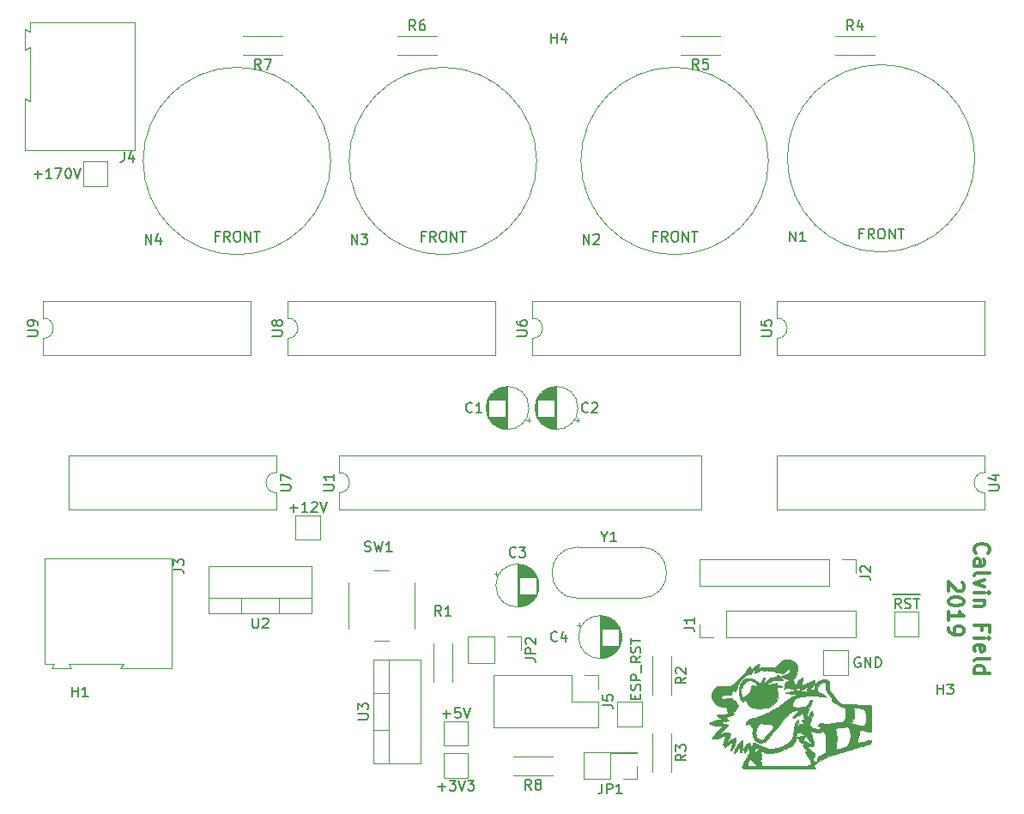
<source format=gbr>
G04 #@! TF.GenerationSoftware,KiCad,Pcbnew,(5.1.2)-1*
G04 #@! TF.CreationDate,2019-05-20T20:05:41-05:00*
G04 #@! TF.ProjectId,Nixie Tube Clock,4e697869-6520-4547-9562-6520436c6f63,rev?*
G04 #@! TF.SameCoordinates,Original*
G04 #@! TF.FileFunction,Legend,Top*
G04 #@! TF.FilePolarity,Positive*
%FSLAX46Y46*%
G04 Gerber Fmt 4.6, Leading zero omitted, Abs format (unit mm)*
G04 Created by KiCad (PCBNEW (5.1.2)-1) date 2019-05-20 20:05:41*
%MOMM*%
%LPD*%
G04 APERTURE LIST*
%ADD10C,0.300000*%
%ADD11C,0.010000*%
%ADD12C,0.120000*%
%ADD13C,0.150000*%
G04 APERTURE END LIST*
D10*
X109705285Y-70446000D02*
X109633857Y-70374571D01*
X109562428Y-70160285D01*
X109562428Y-70017428D01*
X109633857Y-69803142D01*
X109776714Y-69660285D01*
X109919571Y-69588857D01*
X110205285Y-69517428D01*
X110419571Y-69517428D01*
X110705285Y-69588857D01*
X110848142Y-69660285D01*
X110991000Y-69803142D01*
X111062428Y-70017428D01*
X111062428Y-70160285D01*
X110991000Y-70374571D01*
X110919571Y-70446000D01*
X109562428Y-71731714D02*
X110348142Y-71731714D01*
X110491000Y-71660285D01*
X110562428Y-71517428D01*
X110562428Y-71231714D01*
X110491000Y-71088857D01*
X109633857Y-71731714D02*
X109562428Y-71588857D01*
X109562428Y-71231714D01*
X109633857Y-71088857D01*
X109776714Y-71017428D01*
X109919571Y-71017428D01*
X110062428Y-71088857D01*
X110133857Y-71231714D01*
X110133857Y-71588857D01*
X110205285Y-71731714D01*
X109562428Y-72660285D02*
X109633857Y-72517428D01*
X109776714Y-72446000D01*
X111062428Y-72446000D01*
X110562428Y-73088857D02*
X109562428Y-73446000D01*
X110562428Y-73803142D01*
X109562428Y-74374571D02*
X110562428Y-74374571D01*
X111062428Y-74374571D02*
X110991000Y-74303142D01*
X110919571Y-74374571D01*
X110991000Y-74446000D01*
X111062428Y-74374571D01*
X110919571Y-74374571D01*
X110562428Y-75088857D02*
X109562428Y-75088857D01*
X110419571Y-75088857D02*
X110491000Y-75160285D01*
X110562428Y-75303142D01*
X110562428Y-75517428D01*
X110491000Y-75660285D01*
X110348142Y-75731714D01*
X109562428Y-75731714D01*
X110348142Y-78088857D02*
X110348142Y-77588857D01*
X109562428Y-77588857D02*
X111062428Y-77588857D01*
X111062428Y-78303142D01*
X109562428Y-78874571D02*
X110562428Y-78874571D01*
X111062428Y-78874571D02*
X110991000Y-78803142D01*
X110919571Y-78874571D01*
X110991000Y-78946000D01*
X111062428Y-78874571D01*
X110919571Y-78874571D01*
X109633857Y-80160285D02*
X109562428Y-80017428D01*
X109562428Y-79731714D01*
X109633857Y-79588857D01*
X109776714Y-79517428D01*
X110348142Y-79517428D01*
X110491000Y-79588857D01*
X110562428Y-79731714D01*
X110562428Y-80017428D01*
X110491000Y-80160285D01*
X110348142Y-80231714D01*
X110205285Y-80231714D01*
X110062428Y-79517428D01*
X109562428Y-81088857D02*
X109633857Y-80946000D01*
X109776714Y-80874571D01*
X111062428Y-80874571D01*
X109562428Y-82303142D02*
X111062428Y-82303142D01*
X109633857Y-82303142D02*
X109562428Y-82160285D01*
X109562428Y-81874571D01*
X109633857Y-81731714D01*
X109705285Y-81660285D01*
X109848142Y-81588857D01*
X110276714Y-81588857D01*
X110419571Y-81660285D01*
X110491000Y-81731714D01*
X110562428Y-81874571D01*
X110562428Y-82160285D01*
X110491000Y-82303142D01*
X108369571Y-73374571D02*
X108441000Y-73446000D01*
X108512428Y-73588857D01*
X108512428Y-73946000D01*
X108441000Y-74088857D01*
X108369571Y-74160285D01*
X108226714Y-74231714D01*
X108083857Y-74231714D01*
X107869571Y-74160285D01*
X107012428Y-73303142D01*
X107012428Y-74231714D01*
X108512428Y-75160285D02*
X108512428Y-75303142D01*
X108441000Y-75446000D01*
X108369571Y-75517428D01*
X108226714Y-75588857D01*
X107941000Y-75660285D01*
X107583857Y-75660285D01*
X107298142Y-75588857D01*
X107155285Y-75517428D01*
X107083857Y-75446000D01*
X107012428Y-75303142D01*
X107012428Y-75160285D01*
X107083857Y-75017428D01*
X107155285Y-74946000D01*
X107298142Y-74874571D01*
X107583857Y-74803142D01*
X107941000Y-74803142D01*
X108226714Y-74874571D01*
X108369571Y-74946000D01*
X108441000Y-75017428D01*
X108512428Y-75160285D01*
X107012428Y-77088857D02*
X107012428Y-76231714D01*
X107012428Y-76660285D02*
X108512428Y-76660285D01*
X108298142Y-76517428D01*
X108155285Y-76374571D01*
X108083857Y-76231714D01*
X107012428Y-77803142D02*
X107012428Y-78088857D01*
X107083857Y-78231714D01*
X107155285Y-78303142D01*
X107369571Y-78446000D01*
X107655285Y-78517428D01*
X108226714Y-78517428D01*
X108369571Y-78446000D01*
X108441000Y-78374571D01*
X108512428Y-78231714D01*
X108512428Y-77946000D01*
X108441000Y-77803142D01*
X108369571Y-77731714D01*
X108226714Y-77660285D01*
X107869571Y-77660285D01*
X107726714Y-77731714D01*
X107655285Y-77803142D01*
X107583857Y-77946000D01*
X107583857Y-78231714D01*
X107655285Y-78374571D01*
X107726714Y-78446000D01*
X107869571Y-78517428D01*
D11*
G36*
X90211623Y-82507238D02*
G01*
X90310179Y-82587176D01*
X90385223Y-82656103D01*
X90468908Y-82733104D01*
X90551603Y-82805667D01*
X90604474Y-82849327D01*
X90663646Y-82898985D01*
X90693504Y-82935555D01*
X90690030Y-82960535D01*
X90649206Y-82975418D01*
X90567015Y-82981703D01*
X90439440Y-82980886D01*
X90267855Y-82974693D01*
X90107816Y-82968183D01*
X89990652Y-82965077D01*
X89905822Y-82966278D01*
X89842786Y-82972693D01*
X89791004Y-82985227D01*
X89739936Y-83004785D01*
X89697834Y-83023660D01*
X89600206Y-83072862D01*
X89490998Y-83135029D01*
X89380000Y-83203650D01*
X89277004Y-83272218D01*
X89191799Y-83334224D01*
X89134176Y-83383158D01*
X89113895Y-83411867D01*
X89135158Y-83452533D01*
X89147316Y-83459332D01*
X89183325Y-83457536D01*
X89262079Y-83445038D01*
X89374317Y-83423583D01*
X89510778Y-83394917D01*
X89627195Y-83368877D01*
X89809465Y-83328323D01*
X89944574Y-83302069D01*
X90036996Y-83290524D01*
X90091208Y-83294097D01*
X90111686Y-83313197D01*
X90102905Y-83348231D01*
X90069341Y-83399610D01*
X90062539Y-83408629D01*
X90020940Y-83466541D01*
X89997864Y-83505216D01*
X89996211Y-83510743D01*
X90020561Y-83518936D01*
X90084066Y-83525302D01*
X90163316Y-83528237D01*
X90281021Y-83532665D01*
X90401734Y-83541479D01*
X90464106Y-83548290D01*
X90545594Y-83562905D01*
X90586004Y-83582990D01*
X90597719Y-83615098D01*
X90597790Y-83619020D01*
X90572205Y-83661296D01*
X90495286Y-83690861D01*
X90366782Y-83707786D01*
X90263579Y-83711922D01*
X90169807Y-83716651D01*
X90114970Y-83733897D01*
X90092415Y-83773858D01*
X90095490Y-83846731D01*
X90113309Y-83942280D01*
X90159856Y-84227059D01*
X90174250Y-84472449D01*
X90157038Y-84673341D01*
X90089585Y-84915168D01*
X89979958Y-85126872D01*
X89827384Y-85309115D01*
X89631090Y-85462556D01*
X89390303Y-85587855D01*
X89104253Y-85685673D01*
X88921180Y-85729276D01*
X88765689Y-85751886D01*
X88575831Y-85765115D01*
X88369425Y-85768987D01*
X88164289Y-85763524D01*
X87978240Y-85748748D01*
X87843895Y-85727939D01*
X87664382Y-85680754D01*
X87521904Y-85619273D01*
X87400323Y-85534842D01*
X87298655Y-85435624D01*
X87185940Y-85295963D01*
X87101229Y-85157235D01*
X87049232Y-85029030D01*
X87034661Y-84920942D01*
X87036700Y-84902289D01*
X87042068Y-84841134D01*
X87035860Y-84810233D01*
X87033425Y-84809315D01*
X87009843Y-84829706D01*
X86967120Y-84882639D01*
X86923661Y-84943458D01*
X86857704Y-85037015D01*
X86810182Y-85092194D01*
X86771289Y-85116028D01*
X86731221Y-85115549D01*
X86698454Y-85104982D01*
X86623554Y-85050647D01*
X86549904Y-84947397D01*
X86480264Y-84799769D01*
X86435321Y-84672269D01*
X86409137Y-84580852D01*
X86391431Y-84494084D01*
X86380687Y-84397823D01*
X86375388Y-84277922D01*
X86374017Y-84120238D01*
X86374040Y-84100737D01*
X86377604Y-84006574D01*
X86537630Y-84006574D01*
X86543063Y-84224399D01*
X86593775Y-84448316D01*
X86628161Y-84543143D01*
X86666448Y-84626014D01*
X86701682Y-84683468D01*
X86724963Y-84702316D01*
X86753124Y-84689732D01*
X86805888Y-84659268D01*
X86808783Y-84657485D01*
X87012846Y-84527321D01*
X87173989Y-84413368D01*
X87297724Y-84309171D01*
X87389562Y-84208273D01*
X87455014Y-84104215D01*
X87499591Y-83990541D01*
X87528805Y-83860795D01*
X87537291Y-83803939D01*
X87570065Y-83647827D01*
X87620903Y-83541777D01*
X87691185Y-83485045D01*
X87782293Y-83476888D01*
X87895607Y-83516564D01*
X87979343Y-83566000D01*
X88054694Y-83614574D01*
X88111324Y-83648403D01*
X88135179Y-83659579D01*
X88143640Y-83637325D01*
X88134534Y-83579675D01*
X88111557Y-83500296D01*
X88078405Y-83412858D01*
X88054289Y-83360448D01*
X87970226Y-83234363D01*
X87855606Y-83139429D01*
X87700999Y-83068295D01*
X87663748Y-83056059D01*
X87559645Y-83028716D01*
X87472821Y-83022038D01*
X87372076Y-83034126D01*
X87354819Y-83037257D01*
X87151269Y-83092530D01*
X86983556Y-83179127D01*
X86843654Y-83303263D01*
X86723534Y-83471157D01*
X86672105Y-83566000D01*
X86580336Y-83790578D01*
X86537630Y-84006574D01*
X86377604Y-84006574D01*
X86384146Y-83833787D01*
X86415207Y-83609003D01*
X86469902Y-83418302D01*
X86550907Y-83253596D01*
X86660900Y-83106800D01*
X86725428Y-83039697D01*
X86876410Y-82920124D01*
X87041814Y-82844415D01*
X87232527Y-82808412D01*
X87342675Y-82804000D01*
X87480537Y-82811246D01*
X87609544Y-82835651D01*
X87738333Y-82881216D01*
X87875540Y-82951941D01*
X88029800Y-83051827D01*
X88209751Y-83184876D01*
X88275476Y-83236136D01*
X88356149Y-83297383D01*
X88421728Y-83342961D01*
X88460313Y-83364701D01*
X88463947Y-83365474D01*
X88487392Y-83342775D01*
X88516009Y-83286212D01*
X88524058Y-83265211D01*
X88552011Y-83194150D01*
X88594884Y-83093167D01*
X88644786Y-82980706D01*
X88660540Y-82946199D01*
X88710522Y-82841304D01*
X88746769Y-82777521D01*
X88775735Y-82746444D01*
X88803871Y-82739669D01*
X88817217Y-82742107D01*
X88846292Y-82752754D01*
X88863652Y-82772483D01*
X88869688Y-82810484D01*
X88864791Y-82875950D01*
X88849351Y-82978069D01*
X88831642Y-83081078D01*
X88814174Y-83186582D01*
X88802249Y-83269855D01*
X88797537Y-83318629D01*
X88798306Y-83326164D01*
X88819984Y-83312691D01*
X88872074Y-83269894D01*
X88945992Y-83205038D01*
X89006948Y-83149643D01*
X89191843Y-82988904D01*
X89355667Y-82868180D01*
X89506364Y-82782570D01*
X89651878Y-82727170D01*
X89718215Y-82710700D01*
X89827789Y-82692961D01*
X89931536Y-82684886D01*
X90000764Y-82687611D01*
X90098895Y-82703206D01*
X90084603Y-82596648D01*
X90081030Y-82513862D01*
X90099425Y-82471051D01*
X90142164Y-82468687D01*
X90211623Y-82507238D01*
X90211623Y-82507238D01*
G37*
X90211623Y-82507238D02*
X90310179Y-82587176D01*
X90385223Y-82656103D01*
X90468908Y-82733104D01*
X90551603Y-82805667D01*
X90604474Y-82849327D01*
X90663646Y-82898985D01*
X90693504Y-82935555D01*
X90690030Y-82960535D01*
X90649206Y-82975418D01*
X90567015Y-82981703D01*
X90439440Y-82980886D01*
X90267855Y-82974693D01*
X90107816Y-82968183D01*
X89990652Y-82965077D01*
X89905822Y-82966278D01*
X89842786Y-82972693D01*
X89791004Y-82985227D01*
X89739936Y-83004785D01*
X89697834Y-83023660D01*
X89600206Y-83072862D01*
X89490998Y-83135029D01*
X89380000Y-83203650D01*
X89277004Y-83272218D01*
X89191799Y-83334224D01*
X89134176Y-83383158D01*
X89113895Y-83411867D01*
X89135158Y-83452533D01*
X89147316Y-83459332D01*
X89183325Y-83457536D01*
X89262079Y-83445038D01*
X89374317Y-83423583D01*
X89510778Y-83394917D01*
X89627195Y-83368877D01*
X89809465Y-83328323D01*
X89944574Y-83302069D01*
X90036996Y-83290524D01*
X90091208Y-83294097D01*
X90111686Y-83313197D01*
X90102905Y-83348231D01*
X90069341Y-83399610D01*
X90062539Y-83408629D01*
X90020940Y-83466541D01*
X89997864Y-83505216D01*
X89996211Y-83510743D01*
X90020561Y-83518936D01*
X90084066Y-83525302D01*
X90163316Y-83528237D01*
X90281021Y-83532665D01*
X90401734Y-83541479D01*
X90464106Y-83548290D01*
X90545594Y-83562905D01*
X90586004Y-83582990D01*
X90597719Y-83615098D01*
X90597790Y-83619020D01*
X90572205Y-83661296D01*
X90495286Y-83690861D01*
X90366782Y-83707786D01*
X90263579Y-83711922D01*
X90169807Y-83716651D01*
X90114970Y-83733897D01*
X90092415Y-83773858D01*
X90095490Y-83846731D01*
X90113309Y-83942280D01*
X90159856Y-84227059D01*
X90174250Y-84472449D01*
X90157038Y-84673341D01*
X90089585Y-84915168D01*
X89979958Y-85126872D01*
X89827384Y-85309115D01*
X89631090Y-85462556D01*
X89390303Y-85587855D01*
X89104253Y-85685673D01*
X88921180Y-85729276D01*
X88765689Y-85751886D01*
X88575831Y-85765115D01*
X88369425Y-85768987D01*
X88164289Y-85763524D01*
X87978240Y-85748748D01*
X87843895Y-85727939D01*
X87664382Y-85680754D01*
X87521904Y-85619273D01*
X87400323Y-85534842D01*
X87298655Y-85435624D01*
X87185940Y-85295963D01*
X87101229Y-85157235D01*
X87049232Y-85029030D01*
X87034661Y-84920942D01*
X87036700Y-84902289D01*
X87042068Y-84841134D01*
X87035860Y-84810233D01*
X87033425Y-84809315D01*
X87009843Y-84829706D01*
X86967120Y-84882639D01*
X86923661Y-84943458D01*
X86857704Y-85037015D01*
X86810182Y-85092194D01*
X86771289Y-85116028D01*
X86731221Y-85115549D01*
X86698454Y-85104982D01*
X86623554Y-85050647D01*
X86549904Y-84947397D01*
X86480264Y-84799769D01*
X86435321Y-84672269D01*
X86409137Y-84580852D01*
X86391431Y-84494084D01*
X86380687Y-84397823D01*
X86375388Y-84277922D01*
X86374017Y-84120238D01*
X86374040Y-84100737D01*
X86377604Y-84006574D01*
X86537630Y-84006574D01*
X86543063Y-84224399D01*
X86593775Y-84448316D01*
X86628161Y-84543143D01*
X86666448Y-84626014D01*
X86701682Y-84683468D01*
X86724963Y-84702316D01*
X86753124Y-84689732D01*
X86805888Y-84659268D01*
X86808783Y-84657485D01*
X87012846Y-84527321D01*
X87173989Y-84413368D01*
X87297724Y-84309171D01*
X87389562Y-84208273D01*
X87455014Y-84104215D01*
X87499591Y-83990541D01*
X87528805Y-83860795D01*
X87537291Y-83803939D01*
X87570065Y-83647827D01*
X87620903Y-83541777D01*
X87691185Y-83485045D01*
X87782293Y-83476888D01*
X87895607Y-83516564D01*
X87979343Y-83566000D01*
X88054694Y-83614574D01*
X88111324Y-83648403D01*
X88135179Y-83659579D01*
X88143640Y-83637325D01*
X88134534Y-83579675D01*
X88111557Y-83500296D01*
X88078405Y-83412858D01*
X88054289Y-83360448D01*
X87970226Y-83234363D01*
X87855606Y-83139429D01*
X87700999Y-83068295D01*
X87663748Y-83056059D01*
X87559645Y-83028716D01*
X87472821Y-83022038D01*
X87372076Y-83034126D01*
X87354819Y-83037257D01*
X87151269Y-83092530D01*
X86983556Y-83179127D01*
X86843654Y-83303263D01*
X86723534Y-83471157D01*
X86672105Y-83566000D01*
X86580336Y-83790578D01*
X86537630Y-84006574D01*
X86377604Y-84006574D01*
X86384146Y-83833787D01*
X86415207Y-83609003D01*
X86469902Y-83418302D01*
X86550907Y-83253596D01*
X86660900Y-83106800D01*
X86725428Y-83039697D01*
X86876410Y-82920124D01*
X87041814Y-82844415D01*
X87232527Y-82808412D01*
X87342675Y-82804000D01*
X87480537Y-82811246D01*
X87609544Y-82835651D01*
X87738333Y-82881216D01*
X87875540Y-82951941D01*
X88029800Y-83051827D01*
X88209751Y-83184876D01*
X88275476Y-83236136D01*
X88356149Y-83297383D01*
X88421728Y-83342961D01*
X88460313Y-83364701D01*
X88463947Y-83365474D01*
X88487392Y-83342775D01*
X88516009Y-83286212D01*
X88524058Y-83265211D01*
X88552011Y-83194150D01*
X88594884Y-83093167D01*
X88644786Y-82980706D01*
X88660540Y-82946199D01*
X88710522Y-82841304D01*
X88746769Y-82777521D01*
X88775735Y-82746444D01*
X88803871Y-82739669D01*
X88817217Y-82742107D01*
X88846292Y-82752754D01*
X88863652Y-82772483D01*
X88869688Y-82810484D01*
X88864791Y-82875950D01*
X88849351Y-82978069D01*
X88831642Y-83081078D01*
X88814174Y-83186582D01*
X88802249Y-83269855D01*
X88797537Y-83318629D01*
X88798306Y-83326164D01*
X88819984Y-83312691D01*
X88872074Y-83269894D01*
X88945992Y-83205038D01*
X89006948Y-83149643D01*
X89191843Y-82988904D01*
X89355667Y-82868180D01*
X89506364Y-82782570D01*
X89651878Y-82727170D01*
X89718215Y-82710700D01*
X89827789Y-82692961D01*
X89931536Y-82684886D01*
X90000764Y-82687611D01*
X90098895Y-82703206D01*
X90084603Y-82596648D01*
X90081030Y-82513862D01*
X90099425Y-82471051D01*
X90142164Y-82468687D01*
X90211623Y-82507238D01*
G36*
X86697500Y-88961621D02*
G01*
X86716218Y-88973527D01*
X86718023Y-89005322D01*
X86715882Y-89080410D01*
X86710497Y-89188813D01*
X86702572Y-89320552D01*
X86692808Y-89465648D01*
X86681910Y-89614125D01*
X86670579Y-89756002D01*
X86659519Y-89881303D01*
X86649432Y-89980048D01*
X86641022Y-90042259D01*
X86640887Y-90043000D01*
X86616555Y-90108922D01*
X86570617Y-90128734D01*
X86509240Y-90113666D01*
X86488363Y-90095681D01*
X86475452Y-90054585D01*
X86468862Y-89980419D01*
X86466950Y-89863224D01*
X86466948Y-89857438D01*
X86464202Y-89730649D01*
X86455759Y-89654674D01*
X86441310Y-89627124D01*
X86437128Y-89627379D01*
X86410311Y-89651160D01*
X86358086Y-89709176D01*
X86287531Y-89793187D01*
X86205726Y-89894956D01*
X86189812Y-89915214D01*
X86106898Y-90019233D01*
X86034158Y-90106920D01*
X85978596Y-90170083D01*
X85947217Y-90200533D01*
X85944577Y-90201942D01*
X85903903Y-90193110D01*
X85884419Y-90178356D01*
X85862044Y-90148122D01*
X85855786Y-90110216D01*
X85867787Y-90054676D01*
X85900189Y-89971541D01*
X85954630Y-89851926D01*
X86021608Y-89723047D01*
X86104980Y-89584056D01*
X86198954Y-89442477D01*
X86297740Y-89305835D01*
X86395544Y-89181657D01*
X86486574Y-89077469D01*
X86565039Y-89000794D01*
X86625147Y-88959160D01*
X86645843Y-88953831D01*
X86697500Y-88961621D01*
X86697500Y-88961621D01*
G37*
X86697500Y-88961621D02*
X86716218Y-88973527D01*
X86718023Y-89005322D01*
X86715882Y-89080410D01*
X86710497Y-89188813D01*
X86702572Y-89320552D01*
X86692808Y-89465648D01*
X86681910Y-89614125D01*
X86670579Y-89756002D01*
X86659519Y-89881303D01*
X86649432Y-89980048D01*
X86641022Y-90042259D01*
X86640887Y-90043000D01*
X86616555Y-90108922D01*
X86570617Y-90128734D01*
X86509240Y-90113666D01*
X86488363Y-90095681D01*
X86475452Y-90054585D01*
X86468862Y-89980419D01*
X86466950Y-89863224D01*
X86466948Y-89857438D01*
X86464202Y-89730649D01*
X86455759Y-89654674D01*
X86441310Y-89627124D01*
X86437128Y-89627379D01*
X86410311Y-89651160D01*
X86358086Y-89709176D01*
X86287531Y-89793187D01*
X86205726Y-89894956D01*
X86189812Y-89915214D01*
X86106898Y-90019233D01*
X86034158Y-90106920D01*
X85978596Y-90170083D01*
X85947217Y-90200533D01*
X85944577Y-90201942D01*
X85903903Y-90193110D01*
X85884419Y-90178356D01*
X85862044Y-90148122D01*
X85855786Y-90110216D01*
X85867787Y-90054676D01*
X85900189Y-89971541D01*
X85954630Y-89851926D01*
X86021608Y-89723047D01*
X86104980Y-89584056D01*
X86198954Y-89442477D01*
X86297740Y-89305835D01*
X86395544Y-89181657D01*
X86486574Y-89077469D01*
X86565039Y-89000794D01*
X86625147Y-88959160D01*
X86645843Y-88953831D01*
X86697500Y-88961621D01*
G36*
X91265385Y-80983950D02*
G01*
X91338687Y-80999921D01*
X91566265Y-81069470D01*
X91749220Y-81159522D01*
X91893981Y-81274668D01*
X92006975Y-81419499D01*
X92057969Y-81513594D01*
X92098924Y-81603858D01*
X92122712Y-81675437D01*
X92132848Y-81748265D01*
X92132846Y-81842274D01*
X92129361Y-81918628D01*
X92104631Y-82110741D01*
X92048006Y-82291591D01*
X91954275Y-82474278D01*
X91842320Y-82639724D01*
X91750352Y-82794680D01*
X91710686Y-82942526D01*
X91723343Y-83087375D01*
X91788343Y-83233342D01*
X91845613Y-83314582D01*
X91952698Y-83450054D01*
X92028935Y-83364663D01*
X92091512Y-83282827D01*
X92145257Y-83193822D01*
X92151075Y-83182005D01*
X92240471Y-83016682D01*
X92332684Y-82896841D01*
X92428938Y-82817574D01*
X92520961Y-82764844D01*
X92578106Y-82749414D01*
X92606496Y-82774257D01*
X92612255Y-82842345D01*
X92607491Y-82904264D01*
X92593763Y-83048205D01*
X92582100Y-83190673D01*
X92573080Y-83321896D01*
X92567277Y-83432098D01*
X92565270Y-83511508D01*
X92567633Y-83550350D01*
X92569252Y-83552632D01*
X92596763Y-83541709D01*
X92663672Y-83511637D01*
X92761192Y-83466461D01*
X92880540Y-83410226D01*
X92940333Y-83381767D01*
X93159791Y-83277326D01*
X93356352Y-83184449D01*
X93525575Y-83105194D01*
X93663019Y-83041622D01*
X93764240Y-82995791D01*
X93824798Y-82969761D01*
X93840514Y-82964421D01*
X93845287Y-82988689D01*
X93844928Y-83052117D01*
X93839924Y-83135258D01*
X93825715Y-83235977D01*
X93796624Y-83327380D01*
X93746763Y-83419636D01*
X93670246Y-83522917D01*
X93561184Y-83647390D01*
X93514205Y-83697876D01*
X93444979Y-83774006D01*
X93392832Y-83836141D01*
X93366570Y-83873625D01*
X93365053Y-83878349D01*
X93389655Y-83888585D01*
X93454949Y-83896255D01*
X93548170Y-83900031D01*
X93575070Y-83900211D01*
X93785087Y-83900211D01*
X93800706Y-83713902D01*
X93840310Y-83493111D01*
X93918960Y-83308821D01*
X94036525Y-83161139D01*
X94192875Y-83050171D01*
X94387878Y-82976022D01*
X94621404Y-82938800D01*
X94761742Y-82934083D01*
X94940781Y-82947364D01*
X95076387Y-82986634D01*
X95172649Y-83053372D01*
X95205213Y-83094262D01*
X95223200Y-83130662D01*
X95235806Y-83181874D01*
X95243890Y-83256930D01*
X95248312Y-83364864D01*
X95249932Y-83514709D01*
X95250000Y-83564845D01*
X95251118Y-83739999D01*
X95257521Y-83873461D01*
X95273787Y-83977006D01*
X95304490Y-84062409D01*
X95354209Y-84141448D01*
X95427519Y-84225897D01*
X95528996Y-84327534D01*
X95556963Y-84354737D01*
X95704291Y-84511473D01*
X95814443Y-84661917D01*
X95864500Y-84749468D01*
X96003113Y-84963272D01*
X96174124Y-85134563D01*
X96376911Y-85262891D01*
X96610855Y-85347805D01*
X96720527Y-85370800D01*
X96781829Y-85377236D01*
X96888336Y-85384191D01*
X97031786Y-85391300D01*
X97203917Y-85398203D01*
X97396468Y-85404539D01*
X97601176Y-85409945D01*
X97629579Y-85410590D01*
X97856394Y-85416036D01*
X98091285Y-85422378D01*
X98321572Y-85429227D01*
X98534578Y-85436188D01*
X98717623Y-85442871D01*
X98840655Y-85448061D01*
X99004390Y-85456176D01*
X99123408Y-85463919D01*
X99206438Y-85472686D01*
X99262207Y-85483872D01*
X99299443Y-85498875D01*
X99326875Y-85519088D01*
X99335287Y-85527164D01*
X99350685Y-85543710D01*
X99363187Y-85563065D01*
X99373148Y-85590677D01*
X99380922Y-85631990D01*
X99386864Y-85692452D01*
X99391328Y-85777507D01*
X99394669Y-85892603D01*
X99397242Y-86043184D01*
X99399400Y-86234697D01*
X99401500Y-86472588D01*
X99402177Y-86554556D01*
X99403864Y-86855073D01*
X99403517Y-87104207D01*
X99401094Y-87304010D01*
X99396551Y-87456536D01*
X99389845Y-87563838D01*
X99380934Y-87627969D01*
X99379474Y-87633742D01*
X99362888Y-87717309D01*
X99371447Y-87784505D01*
X99394618Y-87840978D01*
X99422309Y-87907187D01*
X99424552Y-87950887D01*
X99401885Y-87996306D01*
X99398175Y-88002018D01*
X99362524Y-88044557D01*
X99316663Y-88071381D01*
X99253242Y-88082376D01*
X99164910Y-88077431D01*
X99044316Y-88056434D01*
X98884109Y-88019272D01*
X98778998Y-87992562D01*
X98635136Y-87955832D01*
X98508296Y-87924416D01*
X98408014Y-87900601D01*
X98343825Y-87886671D01*
X98326118Y-87884000D01*
X98306359Y-87909703D01*
X98278069Y-87984435D01*
X98242390Y-88104637D01*
X98200463Y-88266746D01*
X98191134Y-88305106D01*
X98150922Y-88471752D01*
X98109590Y-88642537D01*
X98071177Y-88800799D01*
X98039725Y-88929879D01*
X98030676Y-88966842D01*
X98006765Y-89072256D01*
X97991479Y-89155854D01*
X97986788Y-89205833D01*
X97989294Y-89214665D01*
X98019040Y-89210529D01*
X98093543Y-89195138D01*
X98205659Y-89170115D01*
X98348248Y-89137084D01*
X98514164Y-89097666D01*
X98665848Y-89060928D01*
X98885746Y-89007558D01*
X99059398Y-88966389D01*
X99192377Y-88936409D01*
X99290255Y-88916609D01*
X99358601Y-88905979D01*
X99402989Y-88903509D01*
X99428989Y-88908188D01*
X99442172Y-88919006D01*
X99442809Y-88920053D01*
X99442602Y-88955396D01*
X99428985Y-89022750D01*
X99417438Y-89065056D01*
X99390616Y-89135362D01*
X99351565Y-89192336D01*
X99292643Y-89240552D01*
X99206210Y-89284579D01*
X99084624Y-89328989D01*
X98920242Y-89378355D01*
X98870367Y-89392339D01*
X98708601Y-89438168D01*
X98520369Y-89492898D01*
X98330196Y-89549332D01*
X98177685Y-89595620D01*
X98038315Y-89638340D01*
X97909457Y-89677476D01*
X97803631Y-89709252D01*
X97733355Y-89729888D01*
X97723158Y-89732767D01*
X97651154Y-89753721D01*
X97549211Y-89784546D01*
X97438341Y-89818883D01*
X97429053Y-89821799D01*
X97313446Y-89857722D01*
X97169612Y-89901813D01*
X97020588Y-89947027D01*
X96947790Y-89968916D01*
X96814028Y-90009445D01*
X96681797Y-90050307D01*
X96570134Y-90085584D01*
X96520000Y-90101916D01*
X96447749Y-90125513D01*
X96357423Y-90154139D01*
X96243025Y-90189634D01*
X96098557Y-90233840D01*
X95918019Y-90288596D01*
X95695413Y-90355744D01*
X95557474Y-90397241D01*
X95251354Y-90494573D01*
X94988841Y-90590675D01*
X94760403Y-90690317D01*
X94556512Y-90798268D01*
X94367636Y-90919297D01*
X94184245Y-91058173D01*
X94105477Y-91123901D01*
X93996623Y-91210933D01*
X93914976Y-91261321D01*
X93853371Y-91279380D01*
X93846980Y-91279579D01*
X93749469Y-91290107D01*
X93695513Y-91320419D01*
X93685895Y-91348362D01*
X93698131Y-91388525D01*
X93730332Y-91460081D01*
X93775738Y-91548107D01*
X93779474Y-91554932D01*
X93825210Y-91640429D01*
X93858547Y-91707113D01*
X93872913Y-91741776D01*
X93873053Y-91743010D01*
X93847068Y-91746917D01*
X93772109Y-91750093D01*
X93652671Y-91752553D01*
X93493248Y-91754310D01*
X93298336Y-91755377D01*
X93072429Y-91755769D01*
X92820022Y-91755498D01*
X92545609Y-91754579D01*
X92253685Y-91753025D01*
X91948745Y-91750850D01*
X91635284Y-91748067D01*
X91317796Y-91744689D01*
X91000776Y-91740731D01*
X90688718Y-91736206D01*
X90477474Y-91732740D01*
X90226136Y-91728852D01*
X89933145Y-91725077D01*
X89610320Y-91721525D01*
X89269480Y-91718302D01*
X88922446Y-91715517D01*
X88581037Y-91713275D01*
X88257074Y-91711686D01*
X88106400Y-91711172D01*
X86764694Y-91707369D01*
X86709400Y-91629715D01*
X86672260Y-91569858D01*
X86654389Y-91525927D01*
X86654106Y-91522539D01*
X86666412Y-91487416D01*
X86700736Y-91413174D01*
X86753181Y-91307469D01*
X86773272Y-91268442D01*
X87166753Y-91268442D01*
X87170164Y-91361931D01*
X87209315Y-91433443D01*
X87215579Y-91440000D01*
X87239673Y-91460119D01*
X87271105Y-91474473D01*
X87318564Y-91484021D01*
X87390739Y-91489724D01*
X87496320Y-91492543D01*
X87643997Y-91493437D01*
X87699488Y-91493474D01*
X88129923Y-91493474D01*
X87994942Y-91339737D01*
X87822364Y-91146048D01*
X87694001Y-91007419D01*
X88386866Y-91007419D01*
X88417335Y-91030572D01*
X88494185Y-91047939D01*
X88505632Y-91050016D01*
X88566164Y-91067247D01*
X88598484Y-91098310D01*
X88604801Y-91153057D01*
X88587321Y-91241344D01*
X88565500Y-91317250D01*
X88542686Y-91396509D01*
X88528281Y-91454348D01*
X88525685Y-91470812D01*
X88551722Y-91474545D01*
X88627036Y-91478272D01*
X88747431Y-91481929D01*
X88908709Y-91485453D01*
X89106673Y-91488782D01*
X89337128Y-91491850D01*
X89595876Y-91494596D01*
X89878720Y-91496956D01*
X90181464Y-91498866D01*
X90470790Y-91500161D01*
X90792737Y-91501407D01*
X91102156Y-91502761D01*
X91394408Y-91504193D01*
X91664851Y-91505674D01*
X91908848Y-91507173D01*
X92121757Y-91508660D01*
X92298939Y-91510106D01*
X92435754Y-91511480D01*
X92527563Y-91512752D01*
X92566130Y-91513704D01*
X92665630Y-91511900D01*
X92792998Y-91501230D01*
X92923781Y-91483868D01*
X92948442Y-91479740D01*
X93070390Y-91452557D01*
X93196190Y-91414610D01*
X93315157Y-91370375D01*
X93416604Y-91324327D01*
X93489846Y-91280944D01*
X93524197Y-91244701D01*
X93525474Y-91238033D01*
X93512302Y-91203504D01*
X93475660Y-91130885D01*
X93419858Y-91027779D01*
X93349206Y-90901786D01*
X93268013Y-90760509D01*
X93180590Y-90611550D01*
X93091246Y-90462510D01*
X93018471Y-90343790D01*
X92944984Y-90224261D01*
X92898310Y-90141596D01*
X92877077Y-90087214D01*
X92879913Y-90052537D01*
X92905445Y-90028986D01*
X92952301Y-90007980D01*
X92964012Y-90003368D01*
X93029421Y-89973572D01*
X93067226Y-89948407D01*
X93070948Y-89941850D01*
X93052568Y-89915833D01*
X93003797Y-89864227D01*
X92934192Y-89796993D01*
X92914537Y-89778801D01*
X92829681Y-89697103D01*
X92752562Y-89616257D01*
X92710817Y-89566911D01*
X93124421Y-89566911D01*
X93143986Y-89594198D01*
X93201016Y-89654582D01*
X93293019Y-89745625D01*
X93417502Y-89864888D01*
X93571971Y-90009934D01*
X93679808Y-90109985D01*
X93778891Y-90210689D01*
X93833812Y-90293201D01*
X93846732Y-90366044D01*
X93819811Y-90437738D01*
X93777029Y-90493368D01*
X93688518Y-90621471D01*
X93653283Y-90748890D01*
X93671203Y-90877753D01*
X93742156Y-91010187D01*
X93746880Y-91016652D01*
X93807151Y-91075539D01*
X93875554Y-91089387D01*
X93966015Y-91061101D01*
X94004154Y-91039401D01*
X94029770Y-91008219D01*
X94047465Y-90955638D01*
X94061843Y-90869743D01*
X94072020Y-90786685D01*
X94089839Y-90684983D01*
X94121888Y-90605868D01*
X94176121Y-90541920D01*
X94260490Y-90485719D01*
X94382948Y-90429846D01*
X94503588Y-90384049D01*
X94682321Y-90302632D01*
X94815426Y-90205422D01*
X94899734Y-90094814D01*
X94907264Y-90078850D01*
X94922046Y-90017048D01*
X94934149Y-89911363D01*
X94943473Y-89771321D01*
X94949918Y-89606449D01*
X94953386Y-89426276D01*
X94953777Y-89240329D01*
X94950992Y-89058134D01*
X94944932Y-88889220D01*
X94935497Y-88743113D01*
X94922590Y-88629341D01*
X94922372Y-88627947D01*
X94879986Y-88438953D01*
X94817088Y-88265644D01*
X94739668Y-88122842D01*
X94694687Y-88064474D01*
X94637360Y-88008748D01*
X94593115Y-87996787D01*
X94544747Y-88028283D01*
X94512714Y-88061236D01*
X94398577Y-88148579D01*
X94261059Y-88197599D01*
X94185563Y-88204842D01*
X94122062Y-88196226D01*
X94023998Y-88173027D01*
X93906955Y-88139222D01*
X93830441Y-88114251D01*
X93651937Y-88056606D01*
X93510456Y-88018137D01*
X93409187Y-87999481D01*
X93351320Y-88001276D01*
X93338316Y-88016002D01*
X93349689Y-88052717D01*
X93379803Y-88123012D01*
X93422654Y-88213068D01*
X93432480Y-88232740D01*
X93579423Y-88556228D01*
X93682449Y-88857246D01*
X93743270Y-89141209D01*
X93756859Y-89259264D01*
X93764452Y-89343047D01*
X93765536Y-89401928D01*
X93752438Y-89441401D01*
X93717481Y-89466960D01*
X93652994Y-89484098D01*
X93551301Y-89498309D01*
X93404728Y-89515085D01*
X93398474Y-89515811D01*
X93284982Y-89530752D01*
X93194410Y-89545978D01*
X93137853Y-89559420D01*
X93124421Y-89566911D01*
X92710817Y-89566911D01*
X92698768Y-89552669D01*
X92695614Y-89548369D01*
X92633102Y-89461474D01*
X92693570Y-89379687D01*
X92731227Y-89319319D01*
X92734269Y-89279357D01*
X92722061Y-89259372D01*
X92682894Y-89226597D01*
X92664938Y-89220842D01*
X92629072Y-89209826D01*
X92561568Y-89181238D01*
X92493762Y-89149338D01*
X92406724Y-89101986D01*
X92356285Y-89055149D01*
X92330281Y-88990967D01*
X92325187Y-88954109D01*
X92713943Y-88954109D01*
X92746387Y-88972633D01*
X92817693Y-89006536D01*
X92917234Y-89050944D01*
X93030842Y-89099499D01*
X93151261Y-89149963D01*
X93257583Y-89194538D01*
X93337789Y-89228182D01*
X93378421Y-89245251D01*
X93433578Y-89252148D01*
X93474800Y-89232298D01*
X93484796Y-89196102D01*
X93479605Y-89184392D01*
X93456797Y-89152613D01*
X93406781Y-89086161D01*
X93335280Y-88992494D01*
X93248018Y-88879069D01*
X93150719Y-88753344D01*
X93049106Y-88622776D01*
X93017921Y-88582861D01*
X92975628Y-88543007D01*
X92942996Y-88535512D01*
X92942868Y-88535589D01*
X92911635Y-88569251D01*
X92868142Y-88633442D01*
X92819536Y-88715098D01*
X92772963Y-88801155D01*
X92735567Y-88878550D01*
X92714495Y-88934218D01*
X92713943Y-88954109D01*
X92325187Y-88954109D01*
X92316544Y-88891579D01*
X92316279Y-88888773D01*
X92305065Y-88839918D01*
X92273751Y-88806836D01*
X92208733Y-88777698D01*
X92175264Y-88766165D01*
X92082366Y-88723632D01*
X92033028Y-88674886D01*
X92031158Y-88624889D01*
X92046935Y-88603213D01*
X92081136Y-88591281D01*
X92157726Y-88575581D01*
X92265924Y-88558017D01*
X92394949Y-88540494D01*
X92417074Y-88537790D01*
X92553368Y-88520934D01*
X92675466Y-88505000D01*
X92770835Y-88491680D01*
X92826945Y-88482666D01*
X92830065Y-88482034D01*
X92867528Y-88471882D01*
X92871090Y-88457846D01*
X92836292Y-88431002D01*
X92789960Y-88401821D01*
X92669859Y-88331618D01*
X92541231Y-88263384D01*
X92418017Y-88203893D01*
X92314160Y-88159922D01*
X92250358Y-88139557D01*
X92181101Y-88130293D01*
X92126019Y-88139870D01*
X92081859Y-88174022D01*
X92045367Y-88238483D01*
X92013293Y-88338986D01*
X91982383Y-88481265D01*
X91949597Y-88669756D01*
X91913371Y-88857671D01*
X91871823Y-89014556D01*
X91828254Y-89128494D01*
X91733050Y-89273778D01*
X91598751Y-89411214D01*
X91439516Y-89528138D01*
X91302027Y-89599095D01*
X91201950Y-89640941D01*
X91073133Y-89694881D01*
X90936140Y-89752304D01*
X90865158Y-89782082D01*
X90556418Y-89908289D01*
X90288430Y-90009972D01*
X90055213Y-90088593D01*
X89850786Y-90145620D01*
X89669168Y-90182515D01*
X89504378Y-90200744D01*
X89350434Y-90201772D01*
X89207643Y-90187984D01*
X89066725Y-90160850D01*
X88913698Y-90120942D01*
X88780160Y-90076570D01*
X88772392Y-90073524D01*
X88662635Y-90032569D01*
X88588370Y-90012652D01*
X88537074Y-90011273D01*
X88506960Y-90020523D01*
X88461397Y-90050867D01*
X88449129Y-90092966D01*
X88469657Y-90158687D01*
X88498678Y-90216586D01*
X88566799Y-90387225D01*
X88582979Y-90551391D01*
X88546880Y-90713481D01*
X88458161Y-90877891D01*
X88446343Y-90894683D01*
X88398097Y-90966212D01*
X88386866Y-91007419D01*
X87694001Y-91007419D01*
X87678110Y-90990258D01*
X87563118Y-90873293D01*
X87478330Y-90796082D01*
X87424685Y-90759550D01*
X87405972Y-90758859D01*
X87381252Y-90793999D01*
X87339983Y-90864104D01*
X87289592Y-90956341D01*
X87269741Y-90994246D01*
X87199730Y-91147654D01*
X87166753Y-91268442D01*
X86773272Y-91268442D01*
X86819853Y-91177958D01*
X86896857Y-91032297D01*
X86980298Y-90878143D01*
X87002123Y-90838421D01*
X87050225Y-90750435D01*
X87111924Y-90636595D01*
X87175668Y-90518237D01*
X87190354Y-90490842D01*
X87249302Y-90380807D01*
X87305532Y-90275911D01*
X87349306Y-90194320D01*
X87358887Y-90176483D01*
X87412873Y-90076018D01*
X87360723Y-89968218D01*
X87857264Y-89968218D01*
X87864509Y-90071737D01*
X87884764Y-90136980D01*
X87911673Y-90156632D01*
X87940740Y-90141587D01*
X88002971Y-90100754D01*
X88088867Y-90040586D01*
X88177134Y-89976291D01*
X88420644Y-89795949D01*
X88313229Y-89750330D01*
X88221449Y-89716509D01*
X88131650Y-89691110D01*
X88116370Y-89687931D01*
X88056665Y-89682630D01*
X88010511Y-89700264D01*
X87957941Y-89749983D01*
X87942095Y-89767769D01*
X87882258Y-89851663D01*
X87858799Y-89934065D01*
X87857264Y-89968218D01*
X87360723Y-89968218D01*
X87321315Y-89886759D01*
X87275819Y-89795987D01*
X87237604Y-89725665D01*
X87213581Y-89688364D01*
X87210831Y-89685802D01*
X87189565Y-89702023D01*
X87154145Y-89763320D01*
X87107319Y-89864037D01*
X87051833Y-89998518D01*
X87024319Y-90069737D01*
X86991990Y-90146293D01*
X86964124Y-90197277D01*
X86950808Y-90210106D01*
X86922359Y-90185508D01*
X86887048Y-90117798D01*
X86849440Y-90016102D01*
X86842220Y-89993064D01*
X86826539Y-89854893D01*
X86855067Y-89705285D01*
X86922944Y-89554051D01*
X87025308Y-89411002D01*
X87157298Y-89285951D01*
X87212033Y-89246629D01*
X87295848Y-89194058D01*
X87347002Y-89171611D01*
X87375186Y-89176768D01*
X87388263Y-89200790D01*
X87430039Y-89324853D01*
X87473844Y-89441922D01*
X87515300Y-89541615D01*
X87550033Y-89613550D01*
X87573667Y-89647345D01*
X87577029Y-89648632D01*
X87596748Y-89624790D01*
X87626345Y-89560733D01*
X87661013Y-89467662D01*
X87681199Y-89405923D01*
X87717092Y-89293529D01*
X87743339Y-89223522D01*
X87765492Y-89187020D01*
X87789101Y-89175140D01*
X87819719Y-89179000D01*
X87822573Y-89179707D01*
X87908809Y-89207920D01*
X88034904Y-89259536D01*
X88202958Y-89335474D01*
X88415072Y-89436652D01*
X88458842Y-89457981D01*
X88767510Y-89597366D01*
X89041124Y-89696692D01*
X89279952Y-89756046D01*
X89391715Y-89771256D01*
X89589457Y-89775232D01*
X89812626Y-89756767D01*
X90039476Y-89718603D01*
X90248260Y-89663481D01*
X90249341Y-89663129D01*
X90444239Y-89589061D01*
X90655277Y-89490987D01*
X90869574Y-89376344D01*
X91074251Y-89252570D01*
X91256425Y-89127102D01*
X91403219Y-89007377D01*
X91431627Y-88980448D01*
X91481830Y-88929640D01*
X91524123Y-88881029D01*
X91560208Y-88828919D01*
X91591789Y-88767615D01*
X91620569Y-88691421D01*
X91648251Y-88594639D01*
X91676539Y-88471574D01*
X91707136Y-88316530D01*
X91741745Y-88123810D01*
X91782069Y-87887719D01*
X91812310Y-87707353D01*
X91853899Y-87492211D01*
X91901220Y-87318521D01*
X91958377Y-87174286D01*
X92029470Y-87047509D01*
X92046722Y-87021737D01*
X92108783Y-86952240D01*
X92168895Y-86920667D01*
X92216993Y-86932128D01*
X92219180Y-86934197D01*
X92218570Y-86963972D01*
X92206264Y-87033042D01*
X92184629Y-87129115D01*
X92171548Y-87181513D01*
X92130606Y-87369591D01*
X92113501Y-87520629D01*
X92120070Y-87631835D01*
X92150152Y-87700415D01*
X92202941Y-87723579D01*
X92225329Y-87710869D01*
X92237595Y-87666315D01*
X92241977Y-87580284D01*
X92242106Y-87554900D01*
X92246934Y-87432653D01*
X92267534Y-87353489D01*
X92313081Y-87308665D01*
X92392748Y-87289441D01*
X92515709Y-87287076D01*
X92523015Y-87287240D01*
X92625587Y-87288937D01*
X92686562Y-87282832D01*
X92708710Y-87260913D01*
X92694802Y-87215168D01*
X92647608Y-87137584D01*
X92599743Y-87065304D01*
X92552187Y-86989329D01*
X92521802Y-86932222D01*
X92515149Y-86906887D01*
X92546079Y-86895833D01*
X92613778Y-86879715D01*
X92685595Y-86865430D01*
X92770715Y-86848738D01*
X92831407Y-86834909D01*
X92852166Y-86828087D01*
X92845887Y-86801851D01*
X92820739Y-86743010D01*
X92795112Y-86690185D01*
X92753289Y-86599366D01*
X92704704Y-86481981D01*
X92659345Y-86362248D01*
X92656163Y-86353316D01*
X92621359Y-86258119D01*
X92592938Y-86185982D01*
X92575632Y-86148729D01*
X92573185Y-86146106D01*
X92554629Y-86166549D01*
X92518465Y-86218396D01*
X92497223Y-86251283D01*
X92418581Y-86360875D01*
X92343056Y-86428800D01*
X92258243Y-86464559D01*
X92207195Y-86473499D01*
X92098799Y-86504885D01*
X91963085Y-86575446D01*
X91907895Y-86610436D01*
X91807605Y-86674829D01*
X91740710Y-86710425D01*
X91697146Y-86719587D01*
X91666853Y-86704681D01*
X91642690Y-86672751D01*
X91637348Y-86649889D01*
X91649624Y-86617412D01*
X91684111Y-86569472D01*
X91745403Y-86500222D01*
X91838094Y-86403812D01*
X91914832Y-86326345D01*
X92016948Y-86222590D01*
X92104188Y-86131377D01*
X92170138Y-86059620D01*
X92208383Y-86014233D01*
X92215369Y-86002396D01*
X92190919Y-85992747D01*
X92126392Y-85988120D01*
X92035022Y-85989360D01*
X92021527Y-85990014D01*
X91881328Y-86005163D01*
X91756101Y-86039331D01*
X91641248Y-86087901D01*
X91550558Y-86132226D01*
X91480125Y-86169749D01*
X91442942Y-86193477D01*
X91440722Y-86195830D01*
X91409546Y-86225440D01*
X91370812Y-86254603D01*
X91224957Y-86368852D01*
X91063792Y-86521233D01*
X90885335Y-86713934D01*
X90687604Y-86949142D01*
X90468617Y-87229046D01*
X90373844Y-87355063D01*
X90276554Y-87479830D01*
X90157173Y-87624142D01*
X90031268Y-87769581D01*
X89921105Y-87890626D01*
X89778731Y-88043430D01*
X89665435Y-88169060D01*
X89572541Y-88278215D01*
X89491373Y-88381592D01*
X89413257Y-88489886D01*
X89329516Y-88613797D01*
X89307523Y-88647190D01*
X89190861Y-88811357D01*
X89080235Y-88934649D01*
X88964785Y-89026928D01*
X88833653Y-89098054D01*
X88791035Y-89116175D01*
X88596355Y-89169295D01*
X88408074Y-89171385D01*
X88230534Y-89124848D01*
X88068076Y-89032087D01*
X87925041Y-88895507D01*
X87805770Y-88717510D01*
X87722579Y-88524610D01*
X87696936Y-88442836D01*
X87681123Y-88369440D01*
X87673827Y-88289294D01*
X87673736Y-88187268D01*
X87675386Y-88147709D01*
X87990948Y-88147709D01*
X88002770Y-88290670D01*
X88034759Y-88439233D01*
X88081696Y-88576366D01*
X88138363Y-88685037D01*
X88166639Y-88721184D01*
X88268511Y-88799635D01*
X88402603Y-88860081D01*
X88548495Y-88893930D01*
X88584988Y-88897264D01*
X88624015Y-88881682D01*
X88691165Y-88837576D01*
X88775278Y-88772700D01*
X88826312Y-88729593D01*
X88927235Y-88637388D01*
X89026431Y-88539724D01*
X89107081Y-88453372D01*
X89127915Y-88428803D01*
X89271809Y-88253907D01*
X89398076Y-88103931D01*
X89502716Y-87983500D01*
X89581729Y-87897240D01*
X89622310Y-87857264D01*
X89660126Y-87805770D01*
X89695275Y-87730734D01*
X89700240Y-87716512D01*
X89717825Y-87646987D01*
X89713610Y-87588922D01*
X89684802Y-87515990D01*
X89677301Y-87500308D01*
X89633666Y-87424463D01*
X89581900Y-87370271D01*
X89513804Y-87335581D01*
X89421176Y-87318238D01*
X89295815Y-87316092D01*
X89129521Y-87326989D01*
X89046748Y-87334813D01*
X88934441Y-87344229D01*
X88857692Y-87344052D01*
X88799138Y-87332357D01*
X88741416Y-87307217D01*
X88726302Y-87299261D01*
X88645968Y-87263750D01*
X88573644Y-87243858D01*
X88555973Y-87242316D01*
X88456509Y-87267347D01*
X88354684Y-87336733D01*
X88255841Y-87441912D01*
X88165322Y-87574324D01*
X88088470Y-87725407D01*
X88030628Y-87886601D01*
X87997138Y-88049343D01*
X87990948Y-88147709D01*
X87675386Y-88147709D01*
X87679537Y-88048232D01*
X87680180Y-88035757D01*
X87685935Y-87861238D01*
X87682417Y-87738308D01*
X87669643Y-87667471D01*
X87666966Y-87661441D01*
X87634392Y-87614507D01*
X87577389Y-87547263D01*
X87506110Y-87470089D01*
X87430708Y-87393360D01*
X87361335Y-87327456D01*
X87308145Y-87282753D01*
X87283194Y-87269177D01*
X87248259Y-87286186D01*
X87193159Y-87328772D01*
X87170240Y-87349387D01*
X87098073Y-87410087D01*
X87053958Y-87426328D01*
X87033291Y-87395995D01*
X87031471Y-87316975D01*
X87033643Y-87286656D01*
X87056846Y-87166369D01*
X87108030Y-87064264D01*
X87192051Y-86976697D01*
X87313763Y-86900020D01*
X87478022Y-86830589D01*
X87689682Y-86764759D01*
X87750316Y-86748503D01*
X87862922Y-86718404D01*
X87965241Y-86689075D01*
X88064642Y-86657724D01*
X88168497Y-86621559D01*
X88284174Y-86577788D01*
X88419046Y-86523620D01*
X88580482Y-86456262D01*
X88775853Y-86372923D01*
X89012528Y-86270812D01*
X89020316Y-86267441D01*
X89093135Y-86238786D01*
X89189014Y-86204581D01*
X89241235Y-86187153D01*
X89338316Y-86147054D01*
X89451357Y-86087885D01*
X89544091Y-86030212D01*
X89703909Y-85922927D01*
X89832478Y-85842795D01*
X89940364Y-85783640D01*
X90038134Y-85739284D01*
X90049685Y-85734665D01*
X90178878Y-85681006D01*
X90271708Y-85633475D01*
X90342780Y-85582022D01*
X90406698Y-85516597D01*
X90457307Y-85454141D01*
X90506638Y-85395545D01*
X90513329Y-85388921D01*
X91602588Y-85388921D01*
X91628796Y-85507832D01*
X91698530Y-85604000D01*
X91743904Y-85638257D01*
X91812068Y-85661497D01*
X91921966Y-85676603D01*
X92062530Y-85683900D01*
X92222695Y-85683712D01*
X92391392Y-85676363D01*
X92557556Y-85662177D01*
X92710118Y-85641477D01*
X92838013Y-85614589D01*
X92870210Y-85605273D01*
X93000475Y-85537378D01*
X93113838Y-85424667D01*
X93203179Y-85274896D01*
X93226917Y-85216639D01*
X93267151Y-85124006D01*
X93311553Y-85048330D01*
X93345452Y-85010475D01*
X93409382Y-84981868D01*
X93482191Y-84970346D01*
X93542040Y-84977642D01*
X93563555Y-84993146D01*
X93557540Y-85023171D01*
X93533102Y-85095581D01*
X93492833Y-85203589D01*
X93439326Y-85340410D01*
X93375172Y-85499256D01*
X93311133Y-85653872D01*
X93220494Y-85872894D01*
X93150683Y-86048803D01*
X93100247Y-86187098D01*
X93067735Y-86293276D01*
X93051696Y-86372837D01*
X93050679Y-86431279D01*
X93063232Y-86474101D01*
X93086401Y-86505318D01*
X93150127Y-86556784D01*
X93212025Y-86587806D01*
X93254404Y-86589547D01*
X93254695Y-86589371D01*
X93271821Y-86558873D01*
X93297875Y-86489793D01*
X93328069Y-86395234D01*
X93337613Y-86362470D01*
X93381920Y-86233834D01*
X93431758Y-86133324D01*
X93482412Y-86067925D01*
X93529165Y-86044624D01*
X93548433Y-86050192D01*
X93568159Y-86083706D01*
X93591052Y-86152929D01*
X93606671Y-86217697D01*
X93618406Y-86390501D01*
X93585796Y-86585537D01*
X93508336Y-86805334D01*
X93475081Y-86879015D01*
X93390638Y-87082743D01*
X93346133Y-87254054D01*
X93341572Y-87396096D01*
X93376959Y-87512016D01*
X93452299Y-87604960D01*
X93476254Y-87624144D01*
X93556790Y-87669504D01*
X93673080Y-87717462D01*
X93808002Y-87762652D01*
X93944433Y-87799709D01*
X94065251Y-87823269D01*
X94129579Y-87828841D01*
X94228688Y-87822731D01*
X94297790Y-87797223D01*
X94333517Y-87770369D01*
X94367722Y-87732847D01*
X95806663Y-87732847D01*
X95809984Y-87761245D01*
X95829412Y-87823940D01*
X95852939Y-87887208D01*
X95917967Y-88088827D01*
X95959747Y-88309401D01*
X95978802Y-88556265D01*
X95975658Y-88836753D01*
X95950836Y-89158200D01*
X95946603Y-89198240D01*
X95928087Y-89381183D01*
X95913874Y-89546272D01*
X95904585Y-89684467D01*
X95900836Y-89786728D01*
X95902677Y-89840319D01*
X95906257Y-89846343D01*
X95919141Y-89848025D01*
X95947606Y-89843824D01*
X95997928Y-89832198D01*
X96076385Y-89811606D01*
X96189253Y-89780508D01*
X96342809Y-89737362D01*
X96479895Y-89698592D01*
X96622024Y-89657012D01*
X96753130Y-89616224D01*
X96860924Y-89580221D01*
X96933115Y-89552998D01*
X96946088Y-89547092D01*
X97030002Y-89480448D01*
X97111495Y-89369892D01*
X97186577Y-89224963D01*
X97251255Y-89055198D01*
X97301537Y-88870136D01*
X97333431Y-88679316D01*
X97339991Y-88605895D01*
X97342412Y-88420305D01*
X97327368Y-88233182D01*
X97297255Y-88054373D01*
X97254470Y-87893724D01*
X97201410Y-87761082D01*
X97140474Y-87666293D01*
X97103116Y-87632963D01*
X97078716Y-87619946D01*
X97047178Y-87611446D01*
X97001439Y-87607712D01*
X96934434Y-87608995D01*
X96839099Y-87615544D01*
X96708372Y-87627609D01*
X96535187Y-87645439D01*
X96428363Y-87656819D01*
X96253706Y-87675931D01*
X96097595Y-87693760D01*
X95967626Y-87709379D01*
X95871398Y-87721856D01*
X95816509Y-87730264D01*
X95806663Y-87732847D01*
X94367722Y-87732847D01*
X94400624Y-87696755D01*
X94447050Y-87619269D01*
X94461264Y-87564916D01*
X94436336Y-87548592D01*
X94368403Y-87538631D01*
X94300842Y-87536421D01*
X94211121Y-87534410D01*
X94162638Y-87525728D01*
X94143227Y-87506406D01*
X94140421Y-87484074D01*
X94158026Y-87436362D01*
X94203262Y-87369808D01*
X94243229Y-87323652D01*
X94315707Y-87257865D01*
X94386097Y-87223403D01*
X94467876Y-87218591D01*
X94574519Y-87241751D01*
X94664288Y-87271271D01*
X94745221Y-87296749D01*
X94821996Y-87311879D01*
X94910565Y-87318152D01*
X95026881Y-87317056D01*
X95116316Y-87313497D01*
X95210448Y-87306188D01*
X95342689Y-87291808D01*
X95359482Y-87289716D01*
X97462580Y-87289716D01*
X97719869Y-87349668D01*
X97868926Y-87384977D01*
X98034419Y-87425068D01*
X98185853Y-87462536D01*
X98217790Y-87470587D01*
X98340986Y-87498667D01*
X98460103Y-87520498D01*
X98554981Y-87532550D01*
X98578737Y-87533805D01*
X98658101Y-87530499D01*
X98707370Y-87509501D01*
X98749489Y-87459913D01*
X98756603Y-87449344D01*
X98810900Y-87335018D01*
X98853122Y-87181265D01*
X98882061Y-87001012D01*
X98896508Y-86807191D01*
X98895255Y-86612730D01*
X98877093Y-86430559D01*
X98860027Y-86342680D01*
X98824550Y-86221304D01*
X98775401Y-86090251D01*
X98720411Y-85968000D01*
X98667412Y-85873025D01*
X98651326Y-85850343D01*
X98627252Y-85824548D01*
X98595046Y-85804248D01*
X98546837Y-85787779D01*
X98474751Y-85773477D01*
X98370918Y-85759677D01*
X98227464Y-85744715D01*
X98091136Y-85731914D01*
X97914692Y-85716575D01*
X97785700Y-85707823D01*
X97698515Y-85705936D01*
X97647487Y-85711190D01*
X97626970Y-85723862D01*
X97631317Y-85744228D01*
X97638373Y-85754118D01*
X97656802Y-85794274D01*
X97681850Y-85870503D01*
X97708266Y-85966738D01*
X97709660Y-85972316D01*
X97736363Y-86101781D01*
X97748197Y-86225432D01*
X97743801Y-86352622D01*
X97721814Y-86492701D01*
X97680876Y-86655024D01*
X97619625Y-86848941D01*
X97555460Y-87032069D01*
X97462580Y-87289716D01*
X95359482Y-87289716D01*
X95503203Y-87271812D01*
X95682159Y-87247656D01*
X95869721Y-87220797D01*
X96056055Y-87192689D01*
X96231329Y-87164790D01*
X96385708Y-87138555D01*
X96509358Y-87115439D01*
X96592446Y-87096900D01*
X96606808Y-87092819D01*
X96654274Y-87056149D01*
X96709793Y-86979220D01*
X96766958Y-86873253D01*
X96819362Y-86749469D01*
X96843944Y-86677503D01*
X96874101Y-86549083D01*
X96890275Y-86396170D01*
X96894316Y-86236444D01*
X96889607Y-86058441D01*
X96872007Y-85924608D01*
X96836312Y-85826199D01*
X96777314Y-85754466D01*
X96689809Y-85700661D01*
X96568590Y-85656035D01*
X96544614Y-85648838D01*
X96442711Y-85613620D01*
X96345692Y-85571664D01*
X96306106Y-85550645D01*
X96259764Y-85521681D01*
X96181499Y-85471293D01*
X96080249Y-85405377D01*
X95964953Y-85329826D01*
X95844548Y-85250534D01*
X95727972Y-85173396D01*
X95624163Y-85104305D01*
X95542061Y-85049157D01*
X95490602Y-85013844D01*
X95478276Y-85004737D01*
X95480740Y-84976873D01*
X95497857Y-84942849D01*
X95510079Y-84874318D01*
X95481370Y-84778957D01*
X95414033Y-84661404D01*
X95310372Y-84526297D01*
X95265887Y-84475669D01*
X95166750Y-84353288D01*
X95071244Y-84213386D01*
X95002966Y-84093082D01*
X94959680Y-84002839D01*
X94930586Y-83930099D01*
X94912423Y-83859470D01*
X94901930Y-83775559D01*
X94895846Y-83662975D01*
X94892904Y-83573523D01*
X94886521Y-83422775D01*
X94874579Y-83318070D01*
X94851972Y-83251979D01*
X94813591Y-83217071D01*
X94754331Y-83205919D01*
X94669083Y-83211093D01*
X94645600Y-83213772D01*
X94464327Y-83258106D01*
X94317112Y-83343170D01*
X94205361Y-83467347D01*
X94130480Y-83629020D01*
X94093875Y-83826571D01*
X94092257Y-83850234D01*
X94080085Y-84060502D01*
X94181538Y-84153430D01*
X94300426Y-84235002D01*
X94467965Y-84307649D01*
X94497867Y-84317918D01*
X94636641Y-84370984D01*
X94743262Y-84430213D01*
X94838759Y-84507361D01*
X94841876Y-84510267D01*
X94904186Y-84574181D01*
X94942984Y-84625228D01*
X94949900Y-84652164D01*
X94916826Y-84655962D01*
X94842195Y-84650815D01*
X94736971Y-84637836D01*
X94612115Y-84618140D01*
X94608133Y-84617449D01*
X94495164Y-84599291D01*
X94384406Y-84585282D01*
X94266272Y-84574872D01*
X94131178Y-84567513D01*
X93969537Y-84562654D01*
X93771764Y-84559745D01*
X93578948Y-84558444D01*
X93326738Y-84558263D01*
X93118497Y-84560801D01*
X92944749Y-84566941D01*
X92796020Y-84577568D01*
X92662837Y-84593566D01*
X92535724Y-84615819D01*
X92405207Y-84645211D01*
X92268842Y-84680712D01*
X92103566Y-84731101D01*
X91979291Y-84783549D01*
X91883755Y-84844816D01*
X91804693Y-84921662D01*
X91782170Y-84948996D01*
X91679571Y-85104177D01*
X91619612Y-85252594D01*
X91602588Y-85388921D01*
X90513329Y-85388921D01*
X90564554Y-85338209D01*
X90638182Y-85276643D01*
X90734650Y-85205356D01*
X90861088Y-85118856D01*
X91024624Y-85011653D01*
X91068618Y-84983242D01*
X91284942Y-84844657D01*
X91463410Y-84732702D01*
X91610490Y-84644093D01*
X91732649Y-84575547D01*
X91836355Y-84523778D01*
X91928074Y-84485503D01*
X92014275Y-84457437D01*
X92101424Y-84436297D01*
X92172082Y-84422873D01*
X92281059Y-84404225D01*
X92371036Y-84389479D01*
X92428223Y-84380866D01*
X92439450Y-84379595D01*
X92443245Y-84369970D01*
X92415895Y-84354737D01*
X92372882Y-84347300D01*
X92285960Y-84340640D01*
X92164695Y-84335192D01*
X92018650Y-84331394D01*
X91867790Y-84329719D01*
X91624904Y-84327213D01*
X91411466Y-84321988D01*
X91231825Y-84314313D01*
X91090328Y-84304457D01*
X90991326Y-84292690D01*
X90939167Y-84279281D01*
X90932000Y-84271727D01*
X90956461Y-84251626D01*
X91022972Y-84223663D01*
X91121227Y-84190848D01*
X91240919Y-84156194D01*
X91371744Y-84122710D01*
X91503393Y-84093407D01*
X91609201Y-84073882D01*
X91848977Y-84043547D01*
X92076456Y-84034454D01*
X92304930Y-84047659D01*
X92547688Y-84084216D01*
X92818021Y-84145180D01*
X92950363Y-84180349D01*
X93094709Y-84217147D01*
X93208839Y-84237709D01*
X93312577Y-84244652D01*
X93412997Y-84241450D01*
X93539199Y-84229548D01*
X93613825Y-84214572D01*
X93636541Y-84198374D01*
X93607014Y-84182808D01*
X93524909Y-84169726D01*
X93427193Y-84162589D01*
X93267547Y-84147880D01*
X93156215Y-84121189D01*
X93089083Y-84081068D01*
X93063553Y-84034660D01*
X93066695Y-83980577D01*
X93086656Y-83898249D01*
X93117155Y-83807656D01*
X93151911Y-83728780D01*
X93168622Y-83700420D01*
X93197303Y-83655394D01*
X93209388Y-83625754D01*
X93200908Y-83612999D01*
X93167892Y-83618629D01*
X93106370Y-83644142D01*
X93012371Y-83691039D01*
X92881925Y-83760817D01*
X92711062Y-83854977D01*
X92609301Y-83911630D01*
X92518397Y-83958000D01*
X92442284Y-83988978D01*
X92395112Y-83998973D01*
X92390594Y-83998040D01*
X92364298Y-83964882D01*
X92341518Y-83897830D01*
X92334471Y-83861334D01*
X92318712Y-83785275D01*
X92300035Y-83734113D01*
X92292151Y-83724303D01*
X92260310Y-83732022D01*
X92203733Y-83767605D01*
X92157201Y-83804447D01*
X92042498Y-83885164D01*
X91935013Y-83918355D01*
X91821370Y-83905842D01*
X91717459Y-83864358D01*
X91600122Y-83817521D01*
X91511937Y-83807627D01*
X91498097Y-83809718D01*
X91430963Y-83810802D01*
X91336693Y-83797733D01*
X91260687Y-83779956D01*
X91170620Y-83756170D01*
X91111382Y-83748375D01*
X91062528Y-83757391D01*
X91003610Y-83784039D01*
X90990308Y-83790798D01*
X90890385Y-83834502D01*
X90828245Y-83844870D01*
X90805461Y-83821821D01*
X90808638Y-83799948D01*
X90819322Y-83753590D01*
X90836049Y-83669421D01*
X90855909Y-83562347D01*
X90864765Y-83512527D01*
X90884922Y-83398868D01*
X90902797Y-83300347D01*
X90915560Y-83232472D01*
X90918721Y-83216806D01*
X90935630Y-83185131D01*
X90977868Y-83158964D01*
X91055804Y-83133315D01*
X91131764Y-83114262D01*
X91226787Y-83089728D01*
X91297522Y-83067401D01*
X91331396Y-83051363D01*
X91332652Y-83049036D01*
X91310090Y-83029873D01*
X91250841Y-82995538D01*
X91166934Y-82952909D01*
X91152179Y-82945851D01*
X90954963Y-82852086D01*
X90801139Y-82778336D01*
X90685638Y-82722013D01*
X90603392Y-82680529D01*
X90549330Y-82651297D01*
X90518383Y-82631729D01*
X90505482Y-82619236D01*
X90504211Y-82615051D01*
X90527890Y-82597495D01*
X90590538Y-82570938D01*
X90679570Y-82540581D01*
X90698053Y-82534926D01*
X90878452Y-82479593D01*
X91014934Y-82434067D01*
X91115222Y-82394266D01*
X91187040Y-82356111D01*
X91238110Y-82315523D01*
X91276154Y-82268421D01*
X91307856Y-82212771D01*
X91340254Y-82125208D01*
X91357228Y-82029493D01*
X91358278Y-81941200D01*
X91342902Y-81875903D01*
X91319478Y-81851064D01*
X91287449Y-81847434D01*
X91246489Y-81862330D01*
X91190332Y-81900295D01*
X91112710Y-81965871D01*
X91007356Y-82063600D01*
X90948718Y-82119770D01*
X90832697Y-82225431D01*
X90739753Y-82292256D01*
X90659965Y-82323487D01*
X90583409Y-82322364D01*
X90500162Y-82292128D01*
X90469462Y-82276275D01*
X90368021Y-82242827D01*
X90222224Y-82229742D01*
X90196737Y-82229486D01*
X90057617Y-82221247D01*
X89931923Y-82192692D01*
X89826780Y-82153852D01*
X89709070Y-82110912D01*
X89584658Y-82074121D01*
X89492569Y-82053743D01*
X89371119Y-82039052D01*
X89236962Y-82031107D01*
X89103619Y-82029753D01*
X88984606Y-82034836D01*
X88893445Y-82046204D01*
X88847296Y-82061093D01*
X88804393Y-82077603D01*
X88762706Y-82060374D01*
X88729618Y-82031833D01*
X88700228Y-82005619D01*
X88672231Y-81989863D01*
X88637578Y-81986539D01*
X88588222Y-81997621D01*
X88516116Y-82025084D01*
X88413211Y-82070903D01*
X88271462Y-82137052D01*
X88239400Y-82152116D01*
X88120509Y-82206337D01*
X88018219Y-82249913D01*
X87942590Y-82278777D01*
X87903683Y-82288861D01*
X87901845Y-82288580D01*
X87887623Y-82258363D01*
X87880585Y-82187801D01*
X87881029Y-82113906D01*
X87882329Y-82027855D01*
X87879005Y-81968013D01*
X87872714Y-81948421D01*
X87851232Y-81968480D01*
X87806358Y-82022196D01*
X87746010Y-82099878D01*
X87713946Y-82142733D01*
X87628060Y-82256501D01*
X87562840Y-82333490D01*
X87508450Y-82380848D01*
X87455056Y-82405719D01*
X87392824Y-82415250D01*
X87336997Y-82416624D01*
X87282419Y-82417161D01*
X87238797Y-82421812D01*
X87196942Y-82435557D01*
X87147665Y-82463378D01*
X87081775Y-82510257D01*
X86990084Y-82581175D01*
X86894826Y-82656316D01*
X86848736Y-82696613D01*
X86775926Y-82764674D01*
X86687248Y-82850212D01*
X86612803Y-82923685D01*
X86540135Y-82997175D01*
X86479405Y-83062922D01*
X86427125Y-83127596D01*
X86379810Y-83197872D01*
X86333976Y-83280421D01*
X86286136Y-83381917D01*
X86232804Y-83509031D01*
X86170497Y-83668437D01*
X86095727Y-83866807D01*
X86035229Y-84029401D01*
X86012079Y-84091749D01*
X85887297Y-84022007D01*
X85814966Y-83986750D01*
X85762125Y-83970508D01*
X85745281Y-83973027D01*
X85730177Y-84006830D01*
X85705118Y-84078539D01*
X85674745Y-84174618D01*
X85664842Y-84207685D01*
X85633100Y-84309481D01*
X85604319Y-84391927D01*
X85583470Y-84441070D01*
X85579462Y-84447283D01*
X85546092Y-84456367D01*
X85468804Y-84464148D01*
X85357151Y-84470036D01*
X85220685Y-84473439D01*
X85147567Y-84474020D01*
X84991198Y-84474691D01*
X84878249Y-84476794D01*
X84798668Y-84481838D01*
X84742400Y-84491332D01*
X84699393Y-84506785D01*
X84659593Y-84529705D01*
X84626503Y-84552216D01*
X84562746Y-84600559D01*
X84522457Y-84639106D01*
X84515158Y-84652311D01*
X84535017Y-84679786D01*
X84585942Y-84725447D01*
X84628790Y-84758570D01*
X84742421Y-84841896D01*
X85034505Y-84824822D01*
X85179151Y-84814830D01*
X85327420Y-84802038D01*
X85457022Y-84788471D01*
X85513071Y-84781300D01*
X85606958Y-84769920D01*
X85678078Y-84764923D01*
X85711878Y-84767302D01*
X85712431Y-84767729D01*
X85714278Y-84799085D01*
X85703802Y-84862928D01*
X85696441Y-84894335D01*
X85680339Y-84964543D01*
X85673535Y-85008425D01*
X85674252Y-85014743D01*
X85701372Y-85011991D01*
X85760457Y-84996850D01*
X85779579Y-84991145D01*
X85886959Y-84974830D01*
X85966312Y-85002883D01*
X86021858Y-85077738D01*
X86045001Y-85144202D01*
X86097602Y-85262921D01*
X86165374Y-85333320D01*
X86233870Y-85404963D01*
X86253053Y-85465801D01*
X86241309Y-85515762D01*
X86209518Y-85600149D01*
X86162844Y-85706229D01*
X86118396Y-85797882D01*
X86058200Y-85914926D01*
X86013653Y-85993078D01*
X85977206Y-86041625D01*
X85941312Y-86069856D01*
X85898422Y-86087059D01*
X85878893Y-86092590D01*
X85792546Y-86123453D01*
X85756325Y-86158655D01*
X85766886Y-86203019D01*
X85785708Y-86226924D01*
X85818433Y-86295919D01*
X85802939Y-86367503D01*
X85742785Y-86430912D01*
X85712265Y-86448966D01*
X85649471Y-86473980D01*
X85550040Y-86505823D01*
X85429541Y-86539740D01*
X85344000Y-86561443D01*
X85225403Y-86590469D01*
X85124239Y-86615874D01*
X85053030Y-86634475D01*
X85026623Y-86642112D01*
X85025145Y-86665549D01*
X85065804Y-86718855D01*
X85147429Y-86800534D01*
X85160307Y-86812529D01*
X85247340Y-86898475D01*
X85296522Y-86959610D01*
X85305315Y-86992725D01*
X85303895Y-86994354D01*
X85270502Y-87005650D01*
X85192471Y-87023390D01*
X85078033Y-87045973D01*
X84935415Y-87071801D01*
X84772845Y-87099272D01*
X84722369Y-87107442D01*
X84557563Y-87134735D01*
X84412230Y-87160499D01*
X84294091Y-87183225D01*
X84210872Y-87201402D01*
X84170296Y-87213520D01*
X84167579Y-87215891D01*
X84192484Y-87225010D01*
X84259926Y-87234591D01*
X84358996Y-87243376D01*
X84455000Y-87249047D01*
X84585701Y-87259332D01*
X84726353Y-87277203D01*
X84867065Y-87300560D01*
X84997949Y-87327303D01*
X85109115Y-87355333D01*
X85190675Y-87382550D01*
X85232739Y-87406856D01*
X85236309Y-87414920D01*
X85220502Y-87455772D01*
X85173401Y-87523460D01*
X85093244Y-87620048D01*
X84978265Y-87747602D01*
X84826701Y-87908190D01*
X84726867Y-88011589D01*
X84618329Y-88125185D01*
X84526175Y-88225289D01*
X84455632Y-88305912D01*
X84411928Y-88361063D01*
X84400292Y-88384752D01*
X84400884Y-88385102D01*
X84435702Y-88378383D01*
X84506655Y-88352743D01*
X84601838Y-88312744D01*
X84665812Y-88283660D01*
X84889963Y-88196760D01*
X85091847Y-88156518D01*
X85274445Y-88162457D01*
X85336861Y-88176032D01*
X85431040Y-88213111D01*
X85480731Y-88266495D01*
X85489998Y-88345017D01*
X85464332Y-88453174D01*
X85412154Y-88590498D01*
X85344007Y-88739199D01*
X85269845Y-88879262D01*
X85199627Y-88990675D01*
X85191300Y-89002020D01*
X85152734Y-89059462D01*
X85135904Y-89097162D01*
X85136849Y-89102814D01*
X85163138Y-89094762D01*
X85228798Y-89065001D01*
X85326172Y-89017275D01*
X85447605Y-88955333D01*
X85577470Y-88887163D01*
X85715413Y-88814396D01*
X85837165Y-88751246D01*
X85934859Y-88701706D01*
X86000629Y-88669770D01*
X86026246Y-88659369D01*
X86036057Y-88683662D01*
X86035677Y-88749288D01*
X86026451Y-88845363D01*
X86009723Y-88961004D01*
X85986836Y-89085329D01*
X85959134Y-89207454D01*
X85958011Y-89211880D01*
X85911535Y-89366545D01*
X85853266Y-89518545D01*
X85787847Y-89659372D01*
X85719922Y-89780518D01*
X85654134Y-89873474D01*
X85595127Y-89929732D01*
X85559172Y-89942737D01*
X85540809Y-89932572D01*
X85534082Y-89898225D01*
X85539760Y-89833921D01*
X85558612Y-89733885D01*
X85591409Y-89592341D01*
X85622448Y-89467938D01*
X85653595Y-89337838D01*
X85676535Y-89226991D01*
X85689502Y-89145243D01*
X85690731Y-89102435D01*
X85688671Y-89098729D01*
X85674358Y-89092683D01*
X85655768Y-89095173D01*
X85626545Y-89110640D01*
X85580335Y-89143527D01*
X85510782Y-89198276D01*
X85411531Y-89279330D01*
X85308126Y-89364732D01*
X85193496Y-89459152D01*
X85112109Y-89523749D01*
X85056063Y-89562856D01*
X85017458Y-89580804D01*
X84988389Y-89581924D01*
X84960957Y-89570549D01*
X84947179Y-89562589D01*
X84886703Y-89510795D01*
X84830518Y-89438124D01*
X84823336Y-89425910D01*
X84803165Y-89388823D01*
X84790309Y-89355842D01*
X84786252Y-89318763D01*
X84792477Y-89269380D01*
X84810466Y-89199490D01*
X84841704Y-89100887D01*
X84887675Y-88965366D01*
X84927526Y-88849624D01*
X84976744Y-88702125D01*
X85007034Y-88597558D01*
X85019267Y-88529184D01*
X85014317Y-88490262D01*
X84993056Y-88474053D01*
X84976369Y-88472360D01*
X84890005Y-88484869D01*
X84774764Y-88518260D01*
X84648239Y-88566957D01*
X84582286Y-88597229D01*
X84395228Y-88684174D01*
X84243720Y-88743822D01*
X84119152Y-88779033D01*
X84012914Y-88792664D01*
X83992522Y-88793053D01*
X83855145Y-88787405D01*
X83754834Y-88771346D01*
X83697590Y-88746205D01*
X83686316Y-88725270D01*
X83705366Y-88675365D01*
X83759966Y-88593699D01*
X83846292Y-88484690D01*
X83960518Y-88352757D01*
X84098820Y-88202320D01*
X84257372Y-88037797D01*
X84430942Y-87864982D01*
X84737974Y-87565227D01*
X84659987Y-87535377D01*
X84605051Y-87522805D01*
X84509088Y-87509243D01*
X84384493Y-87496135D01*
X84243657Y-87484928D01*
X84207685Y-87482613D01*
X84004550Y-87466632D01*
X83844814Y-87445037D01*
X83718500Y-87415442D01*
X83615629Y-87375463D01*
X83526226Y-87322713D01*
X83519804Y-87318189D01*
X83437035Y-87259253D01*
X83527683Y-87183576D01*
X83640540Y-87110722D01*
X83790725Y-87044739D01*
X83962096Y-86992070D01*
X84060632Y-86970911D01*
X84225418Y-86939361D01*
X84365742Y-86908865D01*
X84474471Y-86881233D01*
X84544474Y-86858274D01*
X84568632Y-86842076D01*
X84548776Y-86816869D01*
X84496050Y-86769162D01*
X84420713Y-86708063D01*
X84397866Y-86690482D01*
X84279384Y-86594979D01*
X84207656Y-86522269D01*
X84182691Y-86469179D01*
X84204495Y-86432540D01*
X84273076Y-86409179D01*
X84388441Y-86395926D01*
X84398547Y-86395278D01*
X84666584Y-86378237D01*
X84882628Y-86363362D01*
X85048115Y-86350532D01*
X85164477Y-86339630D01*
X85233147Y-86330535D01*
X85255038Y-86324191D01*
X85256623Y-86293213D01*
X85248795Y-86223076D01*
X85233865Y-86126794D01*
X85214140Y-86017382D01*
X85191930Y-85907853D01*
X85169543Y-85811223D01*
X85154119Y-85755342D01*
X85139581Y-85714786D01*
X85118795Y-85689095D01*
X85079964Y-85673509D01*
X85011292Y-85663266D01*
X84902340Y-85653715D01*
X84651171Y-85623106D01*
X84441656Y-85573530D01*
X84264228Y-85501379D01*
X84109322Y-85403042D01*
X84009295Y-85316818D01*
X83866542Y-85143746D01*
X83759215Y-84934547D01*
X83690557Y-84695803D01*
X83683515Y-84656148D01*
X83669380Y-84421783D01*
X83705813Y-84203888D01*
X83792394Y-84003864D01*
X83928704Y-83823111D01*
X83934505Y-83817011D01*
X84067471Y-83701351D01*
X84214967Y-83620492D01*
X84383791Y-83572948D01*
X84580740Y-83557234D01*
X84812613Y-83571865D01*
X84960755Y-83592843D01*
X85102162Y-83614292D01*
X85223543Y-83626276D01*
X85330944Y-83625750D01*
X85430411Y-83609668D01*
X85527992Y-83574986D01*
X85629731Y-83518658D01*
X85741677Y-83437641D01*
X85869875Y-83328889D01*
X86020373Y-83189357D01*
X86199216Y-83016000D01*
X86296679Y-82920102D01*
X86493685Y-82723752D01*
X86654598Y-82558636D01*
X86783315Y-82420489D01*
X86883732Y-82305046D01*
X86959748Y-82208041D01*
X86998521Y-82151927D01*
X87058011Y-82058199D01*
X87104434Y-81981177D01*
X87131290Y-81931845D01*
X87135369Y-81920625D01*
X87154234Y-81894782D01*
X87204342Y-81844233D01*
X87275957Y-81778634D01*
X87298051Y-81759305D01*
X87389519Y-81684836D01*
X87450404Y-81650772D01*
X87486675Y-81658492D01*
X87504304Y-81709374D01*
X87509261Y-81804795D01*
X87509275Y-81808053D01*
X87514942Y-81877461D01*
X87528710Y-81917663D01*
X87535528Y-81921685D01*
X87564354Y-81906063D01*
X87627601Y-81862851D01*
X87717669Y-81797525D01*
X87826956Y-81715562D01*
X87910297Y-81651629D01*
X88051828Y-81544003D01*
X88158364Y-81468528D01*
X88235595Y-81422659D01*
X88289214Y-81403850D01*
X88324913Y-81409553D01*
X88348383Y-81437223D01*
X88355146Y-81452621D01*
X88354979Y-81497441D01*
X88339332Y-81574756D01*
X88314434Y-81658945D01*
X88285629Y-81747381D01*
X88265384Y-81815535D01*
X88258316Y-81847116D01*
X88279600Y-81848246D01*
X88334628Y-81828349D01*
X88390911Y-81801921D01*
X88581613Y-81727672D01*
X88786341Y-81693598D01*
X89014621Y-81698629D01*
X89149060Y-81716894D01*
X89393507Y-81750886D01*
X89596844Y-81761201D01*
X89766745Y-81746065D01*
X89910884Y-81703698D01*
X90036935Y-81632325D01*
X90152572Y-81530169D01*
X90204199Y-81472566D01*
X90382414Y-81278777D01*
X90551537Y-81133492D01*
X90717981Y-81034038D01*
X90888162Y-80977745D01*
X91068492Y-80961940D01*
X91265385Y-80983950D01*
X91265385Y-80983950D01*
G37*
X91265385Y-80983950D02*
X91338687Y-80999921D01*
X91566265Y-81069470D01*
X91749220Y-81159522D01*
X91893981Y-81274668D01*
X92006975Y-81419499D01*
X92057969Y-81513594D01*
X92098924Y-81603858D01*
X92122712Y-81675437D01*
X92132848Y-81748265D01*
X92132846Y-81842274D01*
X92129361Y-81918628D01*
X92104631Y-82110741D01*
X92048006Y-82291591D01*
X91954275Y-82474278D01*
X91842320Y-82639724D01*
X91750352Y-82794680D01*
X91710686Y-82942526D01*
X91723343Y-83087375D01*
X91788343Y-83233342D01*
X91845613Y-83314582D01*
X91952698Y-83450054D01*
X92028935Y-83364663D01*
X92091512Y-83282827D01*
X92145257Y-83193822D01*
X92151075Y-83182005D01*
X92240471Y-83016682D01*
X92332684Y-82896841D01*
X92428938Y-82817574D01*
X92520961Y-82764844D01*
X92578106Y-82749414D01*
X92606496Y-82774257D01*
X92612255Y-82842345D01*
X92607491Y-82904264D01*
X92593763Y-83048205D01*
X92582100Y-83190673D01*
X92573080Y-83321896D01*
X92567277Y-83432098D01*
X92565270Y-83511508D01*
X92567633Y-83550350D01*
X92569252Y-83552632D01*
X92596763Y-83541709D01*
X92663672Y-83511637D01*
X92761192Y-83466461D01*
X92880540Y-83410226D01*
X92940333Y-83381767D01*
X93159791Y-83277326D01*
X93356352Y-83184449D01*
X93525575Y-83105194D01*
X93663019Y-83041622D01*
X93764240Y-82995791D01*
X93824798Y-82969761D01*
X93840514Y-82964421D01*
X93845287Y-82988689D01*
X93844928Y-83052117D01*
X93839924Y-83135258D01*
X93825715Y-83235977D01*
X93796624Y-83327380D01*
X93746763Y-83419636D01*
X93670246Y-83522917D01*
X93561184Y-83647390D01*
X93514205Y-83697876D01*
X93444979Y-83774006D01*
X93392832Y-83836141D01*
X93366570Y-83873625D01*
X93365053Y-83878349D01*
X93389655Y-83888585D01*
X93454949Y-83896255D01*
X93548170Y-83900031D01*
X93575070Y-83900211D01*
X93785087Y-83900211D01*
X93800706Y-83713902D01*
X93840310Y-83493111D01*
X93918960Y-83308821D01*
X94036525Y-83161139D01*
X94192875Y-83050171D01*
X94387878Y-82976022D01*
X94621404Y-82938800D01*
X94761742Y-82934083D01*
X94940781Y-82947364D01*
X95076387Y-82986634D01*
X95172649Y-83053372D01*
X95205213Y-83094262D01*
X95223200Y-83130662D01*
X95235806Y-83181874D01*
X95243890Y-83256930D01*
X95248312Y-83364864D01*
X95249932Y-83514709D01*
X95250000Y-83564845D01*
X95251118Y-83739999D01*
X95257521Y-83873461D01*
X95273787Y-83977006D01*
X95304490Y-84062409D01*
X95354209Y-84141448D01*
X95427519Y-84225897D01*
X95528996Y-84327534D01*
X95556963Y-84354737D01*
X95704291Y-84511473D01*
X95814443Y-84661917D01*
X95864500Y-84749468D01*
X96003113Y-84963272D01*
X96174124Y-85134563D01*
X96376911Y-85262891D01*
X96610855Y-85347805D01*
X96720527Y-85370800D01*
X96781829Y-85377236D01*
X96888336Y-85384191D01*
X97031786Y-85391300D01*
X97203917Y-85398203D01*
X97396468Y-85404539D01*
X97601176Y-85409945D01*
X97629579Y-85410590D01*
X97856394Y-85416036D01*
X98091285Y-85422378D01*
X98321572Y-85429227D01*
X98534578Y-85436188D01*
X98717623Y-85442871D01*
X98840655Y-85448061D01*
X99004390Y-85456176D01*
X99123408Y-85463919D01*
X99206438Y-85472686D01*
X99262207Y-85483872D01*
X99299443Y-85498875D01*
X99326875Y-85519088D01*
X99335287Y-85527164D01*
X99350685Y-85543710D01*
X99363187Y-85563065D01*
X99373148Y-85590677D01*
X99380922Y-85631990D01*
X99386864Y-85692452D01*
X99391328Y-85777507D01*
X99394669Y-85892603D01*
X99397242Y-86043184D01*
X99399400Y-86234697D01*
X99401500Y-86472588D01*
X99402177Y-86554556D01*
X99403864Y-86855073D01*
X99403517Y-87104207D01*
X99401094Y-87304010D01*
X99396551Y-87456536D01*
X99389845Y-87563838D01*
X99380934Y-87627969D01*
X99379474Y-87633742D01*
X99362888Y-87717309D01*
X99371447Y-87784505D01*
X99394618Y-87840978D01*
X99422309Y-87907187D01*
X99424552Y-87950887D01*
X99401885Y-87996306D01*
X99398175Y-88002018D01*
X99362524Y-88044557D01*
X99316663Y-88071381D01*
X99253242Y-88082376D01*
X99164910Y-88077431D01*
X99044316Y-88056434D01*
X98884109Y-88019272D01*
X98778998Y-87992562D01*
X98635136Y-87955832D01*
X98508296Y-87924416D01*
X98408014Y-87900601D01*
X98343825Y-87886671D01*
X98326118Y-87884000D01*
X98306359Y-87909703D01*
X98278069Y-87984435D01*
X98242390Y-88104637D01*
X98200463Y-88266746D01*
X98191134Y-88305106D01*
X98150922Y-88471752D01*
X98109590Y-88642537D01*
X98071177Y-88800799D01*
X98039725Y-88929879D01*
X98030676Y-88966842D01*
X98006765Y-89072256D01*
X97991479Y-89155854D01*
X97986788Y-89205833D01*
X97989294Y-89214665D01*
X98019040Y-89210529D01*
X98093543Y-89195138D01*
X98205659Y-89170115D01*
X98348248Y-89137084D01*
X98514164Y-89097666D01*
X98665848Y-89060928D01*
X98885746Y-89007558D01*
X99059398Y-88966389D01*
X99192377Y-88936409D01*
X99290255Y-88916609D01*
X99358601Y-88905979D01*
X99402989Y-88903509D01*
X99428989Y-88908188D01*
X99442172Y-88919006D01*
X99442809Y-88920053D01*
X99442602Y-88955396D01*
X99428985Y-89022750D01*
X99417438Y-89065056D01*
X99390616Y-89135362D01*
X99351565Y-89192336D01*
X99292643Y-89240552D01*
X99206210Y-89284579D01*
X99084624Y-89328989D01*
X98920242Y-89378355D01*
X98870367Y-89392339D01*
X98708601Y-89438168D01*
X98520369Y-89492898D01*
X98330196Y-89549332D01*
X98177685Y-89595620D01*
X98038315Y-89638340D01*
X97909457Y-89677476D01*
X97803631Y-89709252D01*
X97733355Y-89729888D01*
X97723158Y-89732767D01*
X97651154Y-89753721D01*
X97549211Y-89784546D01*
X97438341Y-89818883D01*
X97429053Y-89821799D01*
X97313446Y-89857722D01*
X97169612Y-89901813D01*
X97020588Y-89947027D01*
X96947790Y-89968916D01*
X96814028Y-90009445D01*
X96681797Y-90050307D01*
X96570134Y-90085584D01*
X96520000Y-90101916D01*
X96447749Y-90125513D01*
X96357423Y-90154139D01*
X96243025Y-90189634D01*
X96098557Y-90233840D01*
X95918019Y-90288596D01*
X95695413Y-90355744D01*
X95557474Y-90397241D01*
X95251354Y-90494573D01*
X94988841Y-90590675D01*
X94760403Y-90690317D01*
X94556512Y-90798268D01*
X94367636Y-90919297D01*
X94184245Y-91058173D01*
X94105477Y-91123901D01*
X93996623Y-91210933D01*
X93914976Y-91261321D01*
X93853371Y-91279380D01*
X93846980Y-91279579D01*
X93749469Y-91290107D01*
X93695513Y-91320419D01*
X93685895Y-91348362D01*
X93698131Y-91388525D01*
X93730332Y-91460081D01*
X93775738Y-91548107D01*
X93779474Y-91554932D01*
X93825210Y-91640429D01*
X93858547Y-91707113D01*
X93872913Y-91741776D01*
X93873053Y-91743010D01*
X93847068Y-91746917D01*
X93772109Y-91750093D01*
X93652671Y-91752553D01*
X93493248Y-91754310D01*
X93298336Y-91755377D01*
X93072429Y-91755769D01*
X92820022Y-91755498D01*
X92545609Y-91754579D01*
X92253685Y-91753025D01*
X91948745Y-91750850D01*
X91635284Y-91748067D01*
X91317796Y-91744689D01*
X91000776Y-91740731D01*
X90688718Y-91736206D01*
X90477474Y-91732740D01*
X90226136Y-91728852D01*
X89933145Y-91725077D01*
X89610320Y-91721525D01*
X89269480Y-91718302D01*
X88922446Y-91715517D01*
X88581037Y-91713275D01*
X88257074Y-91711686D01*
X88106400Y-91711172D01*
X86764694Y-91707369D01*
X86709400Y-91629715D01*
X86672260Y-91569858D01*
X86654389Y-91525927D01*
X86654106Y-91522539D01*
X86666412Y-91487416D01*
X86700736Y-91413174D01*
X86753181Y-91307469D01*
X86773272Y-91268442D01*
X87166753Y-91268442D01*
X87170164Y-91361931D01*
X87209315Y-91433443D01*
X87215579Y-91440000D01*
X87239673Y-91460119D01*
X87271105Y-91474473D01*
X87318564Y-91484021D01*
X87390739Y-91489724D01*
X87496320Y-91492543D01*
X87643997Y-91493437D01*
X87699488Y-91493474D01*
X88129923Y-91493474D01*
X87994942Y-91339737D01*
X87822364Y-91146048D01*
X87694001Y-91007419D01*
X88386866Y-91007419D01*
X88417335Y-91030572D01*
X88494185Y-91047939D01*
X88505632Y-91050016D01*
X88566164Y-91067247D01*
X88598484Y-91098310D01*
X88604801Y-91153057D01*
X88587321Y-91241344D01*
X88565500Y-91317250D01*
X88542686Y-91396509D01*
X88528281Y-91454348D01*
X88525685Y-91470812D01*
X88551722Y-91474545D01*
X88627036Y-91478272D01*
X88747431Y-91481929D01*
X88908709Y-91485453D01*
X89106673Y-91488782D01*
X89337128Y-91491850D01*
X89595876Y-91494596D01*
X89878720Y-91496956D01*
X90181464Y-91498866D01*
X90470790Y-91500161D01*
X90792737Y-91501407D01*
X91102156Y-91502761D01*
X91394408Y-91504193D01*
X91664851Y-91505674D01*
X91908848Y-91507173D01*
X92121757Y-91508660D01*
X92298939Y-91510106D01*
X92435754Y-91511480D01*
X92527563Y-91512752D01*
X92566130Y-91513704D01*
X92665630Y-91511900D01*
X92792998Y-91501230D01*
X92923781Y-91483868D01*
X92948442Y-91479740D01*
X93070390Y-91452557D01*
X93196190Y-91414610D01*
X93315157Y-91370375D01*
X93416604Y-91324327D01*
X93489846Y-91280944D01*
X93524197Y-91244701D01*
X93525474Y-91238033D01*
X93512302Y-91203504D01*
X93475660Y-91130885D01*
X93419858Y-91027779D01*
X93349206Y-90901786D01*
X93268013Y-90760509D01*
X93180590Y-90611550D01*
X93091246Y-90462510D01*
X93018471Y-90343790D01*
X92944984Y-90224261D01*
X92898310Y-90141596D01*
X92877077Y-90087214D01*
X92879913Y-90052537D01*
X92905445Y-90028986D01*
X92952301Y-90007980D01*
X92964012Y-90003368D01*
X93029421Y-89973572D01*
X93067226Y-89948407D01*
X93070948Y-89941850D01*
X93052568Y-89915833D01*
X93003797Y-89864227D01*
X92934192Y-89796993D01*
X92914537Y-89778801D01*
X92829681Y-89697103D01*
X92752562Y-89616257D01*
X92710817Y-89566911D01*
X93124421Y-89566911D01*
X93143986Y-89594198D01*
X93201016Y-89654582D01*
X93293019Y-89745625D01*
X93417502Y-89864888D01*
X93571971Y-90009934D01*
X93679808Y-90109985D01*
X93778891Y-90210689D01*
X93833812Y-90293201D01*
X93846732Y-90366044D01*
X93819811Y-90437738D01*
X93777029Y-90493368D01*
X93688518Y-90621471D01*
X93653283Y-90748890D01*
X93671203Y-90877753D01*
X93742156Y-91010187D01*
X93746880Y-91016652D01*
X93807151Y-91075539D01*
X93875554Y-91089387D01*
X93966015Y-91061101D01*
X94004154Y-91039401D01*
X94029770Y-91008219D01*
X94047465Y-90955638D01*
X94061843Y-90869743D01*
X94072020Y-90786685D01*
X94089839Y-90684983D01*
X94121888Y-90605868D01*
X94176121Y-90541920D01*
X94260490Y-90485719D01*
X94382948Y-90429846D01*
X94503588Y-90384049D01*
X94682321Y-90302632D01*
X94815426Y-90205422D01*
X94899734Y-90094814D01*
X94907264Y-90078850D01*
X94922046Y-90017048D01*
X94934149Y-89911363D01*
X94943473Y-89771321D01*
X94949918Y-89606449D01*
X94953386Y-89426276D01*
X94953777Y-89240329D01*
X94950992Y-89058134D01*
X94944932Y-88889220D01*
X94935497Y-88743113D01*
X94922590Y-88629341D01*
X94922372Y-88627947D01*
X94879986Y-88438953D01*
X94817088Y-88265644D01*
X94739668Y-88122842D01*
X94694687Y-88064474D01*
X94637360Y-88008748D01*
X94593115Y-87996787D01*
X94544747Y-88028283D01*
X94512714Y-88061236D01*
X94398577Y-88148579D01*
X94261059Y-88197599D01*
X94185563Y-88204842D01*
X94122062Y-88196226D01*
X94023998Y-88173027D01*
X93906955Y-88139222D01*
X93830441Y-88114251D01*
X93651937Y-88056606D01*
X93510456Y-88018137D01*
X93409187Y-87999481D01*
X93351320Y-88001276D01*
X93338316Y-88016002D01*
X93349689Y-88052717D01*
X93379803Y-88123012D01*
X93422654Y-88213068D01*
X93432480Y-88232740D01*
X93579423Y-88556228D01*
X93682449Y-88857246D01*
X93743270Y-89141209D01*
X93756859Y-89259264D01*
X93764452Y-89343047D01*
X93765536Y-89401928D01*
X93752438Y-89441401D01*
X93717481Y-89466960D01*
X93652994Y-89484098D01*
X93551301Y-89498309D01*
X93404728Y-89515085D01*
X93398474Y-89515811D01*
X93284982Y-89530752D01*
X93194410Y-89545978D01*
X93137853Y-89559420D01*
X93124421Y-89566911D01*
X92710817Y-89566911D01*
X92698768Y-89552669D01*
X92695614Y-89548369D01*
X92633102Y-89461474D01*
X92693570Y-89379687D01*
X92731227Y-89319319D01*
X92734269Y-89279357D01*
X92722061Y-89259372D01*
X92682894Y-89226597D01*
X92664938Y-89220842D01*
X92629072Y-89209826D01*
X92561568Y-89181238D01*
X92493762Y-89149338D01*
X92406724Y-89101986D01*
X92356285Y-89055149D01*
X92330281Y-88990967D01*
X92325187Y-88954109D01*
X92713943Y-88954109D01*
X92746387Y-88972633D01*
X92817693Y-89006536D01*
X92917234Y-89050944D01*
X93030842Y-89099499D01*
X93151261Y-89149963D01*
X93257583Y-89194538D01*
X93337789Y-89228182D01*
X93378421Y-89245251D01*
X93433578Y-89252148D01*
X93474800Y-89232298D01*
X93484796Y-89196102D01*
X93479605Y-89184392D01*
X93456797Y-89152613D01*
X93406781Y-89086161D01*
X93335280Y-88992494D01*
X93248018Y-88879069D01*
X93150719Y-88753344D01*
X93049106Y-88622776D01*
X93017921Y-88582861D01*
X92975628Y-88543007D01*
X92942996Y-88535512D01*
X92942868Y-88535589D01*
X92911635Y-88569251D01*
X92868142Y-88633442D01*
X92819536Y-88715098D01*
X92772963Y-88801155D01*
X92735567Y-88878550D01*
X92714495Y-88934218D01*
X92713943Y-88954109D01*
X92325187Y-88954109D01*
X92316544Y-88891579D01*
X92316279Y-88888773D01*
X92305065Y-88839918D01*
X92273751Y-88806836D01*
X92208733Y-88777698D01*
X92175264Y-88766165D01*
X92082366Y-88723632D01*
X92033028Y-88674886D01*
X92031158Y-88624889D01*
X92046935Y-88603213D01*
X92081136Y-88591281D01*
X92157726Y-88575581D01*
X92265924Y-88558017D01*
X92394949Y-88540494D01*
X92417074Y-88537790D01*
X92553368Y-88520934D01*
X92675466Y-88505000D01*
X92770835Y-88491680D01*
X92826945Y-88482666D01*
X92830065Y-88482034D01*
X92867528Y-88471882D01*
X92871090Y-88457846D01*
X92836292Y-88431002D01*
X92789960Y-88401821D01*
X92669859Y-88331618D01*
X92541231Y-88263384D01*
X92418017Y-88203893D01*
X92314160Y-88159922D01*
X92250358Y-88139557D01*
X92181101Y-88130293D01*
X92126019Y-88139870D01*
X92081859Y-88174022D01*
X92045367Y-88238483D01*
X92013293Y-88338986D01*
X91982383Y-88481265D01*
X91949597Y-88669756D01*
X91913371Y-88857671D01*
X91871823Y-89014556D01*
X91828254Y-89128494D01*
X91733050Y-89273778D01*
X91598751Y-89411214D01*
X91439516Y-89528138D01*
X91302027Y-89599095D01*
X91201950Y-89640941D01*
X91073133Y-89694881D01*
X90936140Y-89752304D01*
X90865158Y-89782082D01*
X90556418Y-89908289D01*
X90288430Y-90009972D01*
X90055213Y-90088593D01*
X89850786Y-90145620D01*
X89669168Y-90182515D01*
X89504378Y-90200744D01*
X89350434Y-90201772D01*
X89207643Y-90187984D01*
X89066725Y-90160850D01*
X88913698Y-90120942D01*
X88780160Y-90076570D01*
X88772392Y-90073524D01*
X88662635Y-90032569D01*
X88588370Y-90012652D01*
X88537074Y-90011273D01*
X88506960Y-90020523D01*
X88461397Y-90050867D01*
X88449129Y-90092966D01*
X88469657Y-90158687D01*
X88498678Y-90216586D01*
X88566799Y-90387225D01*
X88582979Y-90551391D01*
X88546880Y-90713481D01*
X88458161Y-90877891D01*
X88446343Y-90894683D01*
X88398097Y-90966212D01*
X88386866Y-91007419D01*
X87694001Y-91007419D01*
X87678110Y-90990258D01*
X87563118Y-90873293D01*
X87478330Y-90796082D01*
X87424685Y-90759550D01*
X87405972Y-90758859D01*
X87381252Y-90793999D01*
X87339983Y-90864104D01*
X87289592Y-90956341D01*
X87269741Y-90994246D01*
X87199730Y-91147654D01*
X87166753Y-91268442D01*
X86773272Y-91268442D01*
X86819853Y-91177958D01*
X86896857Y-91032297D01*
X86980298Y-90878143D01*
X87002123Y-90838421D01*
X87050225Y-90750435D01*
X87111924Y-90636595D01*
X87175668Y-90518237D01*
X87190354Y-90490842D01*
X87249302Y-90380807D01*
X87305532Y-90275911D01*
X87349306Y-90194320D01*
X87358887Y-90176483D01*
X87412873Y-90076018D01*
X87360723Y-89968218D01*
X87857264Y-89968218D01*
X87864509Y-90071737D01*
X87884764Y-90136980D01*
X87911673Y-90156632D01*
X87940740Y-90141587D01*
X88002971Y-90100754D01*
X88088867Y-90040586D01*
X88177134Y-89976291D01*
X88420644Y-89795949D01*
X88313229Y-89750330D01*
X88221449Y-89716509D01*
X88131650Y-89691110D01*
X88116370Y-89687931D01*
X88056665Y-89682630D01*
X88010511Y-89700264D01*
X87957941Y-89749983D01*
X87942095Y-89767769D01*
X87882258Y-89851663D01*
X87858799Y-89934065D01*
X87857264Y-89968218D01*
X87360723Y-89968218D01*
X87321315Y-89886759D01*
X87275819Y-89795987D01*
X87237604Y-89725665D01*
X87213581Y-89688364D01*
X87210831Y-89685802D01*
X87189565Y-89702023D01*
X87154145Y-89763320D01*
X87107319Y-89864037D01*
X87051833Y-89998518D01*
X87024319Y-90069737D01*
X86991990Y-90146293D01*
X86964124Y-90197277D01*
X86950808Y-90210106D01*
X86922359Y-90185508D01*
X86887048Y-90117798D01*
X86849440Y-90016102D01*
X86842220Y-89993064D01*
X86826539Y-89854893D01*
X86855067Y-89705285D01*
X86922944Y-89554051D01*
X87025308Y-89411002D01*
X87157298Y-89285951D01*
X87212033Y-89246629D01*
X87295848Y-89194058D01*
X87347002Y-89171611D01*
X87375186Y-89176768D01*
X87388263Y-89200790D01*
X87430039Y-89324853D01*
X87473844Y-89441922D01*
X87515300Y-89541615D01*
X87550033Y-89613550D01*
X87573667Y-89647345D01*
X87577029Y-89648632D01*
X87596748Y-89624790D01*
X87626345Y-89560733D01*
X87661013Y-89467662D01*
X87681199Y-89405923D01*
X87717092Y-89293529D01*
X87743339Y-89223522D01*
X87765492Y-89187020D01*
X87789101Y-89175140D01*
X87819719Y-89179000D01*
X87822573Y-89179707D01*
X87908809Y-89207920D01*
X88034904Y-89259536D01*
X88202958Y-89335474D01*
X88415072Y-89436652D01*
X88458842Y-89457981D01*
X88767510Y-89597366D01*
X89041124Y-89696692D01*
X89279952Y-89756046D01*
X89391715Y-89771256D01*
X89589457Y-89775232D01*
X89812626Y-89756767D01*
X90039476Y-89718603D01*
X90248260Y-89663481D01*
X90249341Y-89663129D01*
X90444239Y-89589061D01*
X90655277Y-89490987D01*
X90869574Y-89376344D01*
X91074251Y-89252570D01*
X91256425Y-89127102D01*
X91403219Y-89007377D01*
X91431627Y-88980448D01*
X91481830Y-88929640D01*
X91524123Y-88881029D01*
X91560208Y-88828919D01*
X91591789Y-88767615D01*
X91620569Y-88691421D01*
X91648251Y-88594639D01*
X91676539Y-88471574D01*
X91707136Y-88316530D01*
X91741745Y-88123810D01*
X91782069Y-87887719D01*
X91812310Y-87707353D01*
X91853899Y-87492211D01*
X91901220Y-87318521D01*
X91958377Y-87174286D01*
X92029470Y-87047509D01*
X92046722Y-87021737D01*
X92108783Y-86952240D01*
X92168895Y-86920667D01*
X92216993Y-86932128D01*
X92219180Y-86934197D01*
X92218570Y-86963972D01*
X92206264Y-87033042D01*
X92184629Y-87129115D01*
X92171548Y-87181513D01*
X92130606Y-87369591D01*
X92113501Y-87520629D01*
X92120070Y-87631835D01*
X92150152Y-87700415D01*
X92202941Y-87723579D01*
X92225329Y-87710869D01*
X92237595Y-87666315D01*
X92241977Y-87580284D01*
X92242106Y-87554900D01*
X92246934Y-87432653D01*
X92267534Y-87353489D01*
X92313081Y-87308665D01*
X92392748Y-87289441D01*
X92515709Y-87287076D01*
X92523015Y-87287240D01*
X92625587Y-87288937D01*
X92686562Y-87282832D01*
X92708710Y-87260913D01*
X92694802Y-87215168D01*
X92647608Y-87137584D01*
X92599743Y-87065304D01*
X92552187Y-86989329D01*
X92521802Y-86932222D01*
X92515149Y-86906887D01*
X92546079Y-86895833D01*
X92613778Y-86879715D01*
X92685595Y-86865430D01*
X92770715Y-86848738D01*
X92831407Y-86834909D01*
X92852166Y-86828087D01*
X92845887Y-86801851D01*
X92820739Y-86743010D01*
X92795112Y-86690185D01*
X92753289Y-86599366D01*
X92704704Y-86481981D01*
X92659345Y-86362248D01*
X92656163Y-86353316D01*
X92621359Y-86258119D01*
X92592938Y-86185982D01*
X92575632Y-86148729D01*
X92573185Y-86146106D01*
X92554629Y-86166549D01*
X92518465Y-86218396D01*
X92497223Y-86251283D01*
X92418581Y-86360875D01*
X92343056Y-86428800D01*
X92258243Y-86464559D01*
X92207195Y-86473499D01*
X92098799Y-86504885D01*
X91963085Y-86575446D01*
X91907895Y-86610436D01*
X91807605Y-86674829D01*
X91740710Y-86710425D01*
X91697146Y-86719587D01*
X91666853Y-86704681D01*
X91642690Y-86672751D01*
X91637348Y-86649889D01*
X91649624Y-86617412D01*
X91684111Y-86569472D01*
X91745403Y-86500222D01*
X91838094Y-86403812D01*
X91914832Y-86326345D01*
X92016948Y-86222590D01*
X92104188Y-86131377D01*
X92170138Y-86059620D01*
X92208383Y-86014233D01*
X92215369Y-86002396D01*
X92190919Y-85992747D01*
X92126392Y-85988120D01*
X92035022Y-85989360D01*
X92021527Y-85990014D01*
X91881328Y-86005163D01*
X91756101Y-86039331D01*
X91641248Y-86087901D01*
X91550558Y-86132226D01*
X91480125Y-86169749D01*
X91442942Y-86193477D01*
X91440722Y-86195830D01*
X91409546Y-86225440D01*
X91370812Y-86254603D01*
X91224957Y-86368852D01*
X91063792Y-86521233D01*
X90885335Y-86713934D01*
X90687604Y-86949142D01*
X90468617Y-87229046D01*
X90373844Y-87355063D01*
X90276554Y-87479830D01*
X90157173Y-87624142D01*
X90031268Y-87769581D01*
X89921105Y-87890626D01*
X89778731Y-88043430D01*
X89665435Y-88169060D01*
X89572541Y-88278215D01*
X89491373Y-88381592D01*
X89413257Y-88489886D01*
X89329516Y-88613797D01*
X89307523Y-88647190D01*
X89190861Y-88811357D01*
X89080235Y-88934649D01*
X88964785Y-89026928D01*
X88833653Y-89098054D01*
X88791035Y-89116175D01*
X88596355Y-89169295D01*
X88408074Y-89171385D01*
X88230534Y-89124848D01*
X88068076Y-89032087D01*
X87925041Y-88895507D01*
X87805770Y-88717510D01*
X87722579Y-88524610D01*
X87696936Y-88442836D01*
X87681123Y-88369440D01*
X87673827Y-88289294D01*
X87673736Y-88187268D01*
X87675386Y-88147709D01*
X87990948Y-88147709D01*
X88002770Y-88290670D01*
X88034759Y-88439233D01*
X88081696Y-88576366D01*
X88138363Y-88685037D01*
X88166639Y-88721184D01*
X88268511Y-88799635D01*
X88402603Y-88860081D01*
X88548495Y-88893930D01*
X88584988Y-88897264D01*
X88624015Y-88881682D01*
X88691165Y-88837576D01*
X88775278Y-88772700D01*
X88826312Y-88729593D01*
X88927235Y-88637388D01*
X89026431Y-88539724D01*
X89107081Y-88453372D01*
X89127915Y-88428803D01*
X89271809Y-88253907D01*
X89398076Y-88103931D01*
X89502716Y-87983500D01*
X89581729Y-87897240D01*
X89622310Y-87857264D01*
X89660126Y-87805770D01*
X89695275Y-87730734D01*
X89700240Y-87716512D01*
X89717825Y-87646987D01*
X89713610Y-87588922D01*
X89684802Y-87515990D01*
X89677301Y-87500308D01*
X89633666Y-87424463D01*
X89581900Y-87370271D01*
X89513804Y-87335581D01*
X89421176Y-87318238D01*
X89295815Y-87316092D01*
X89129521Y-87326989D01*
X89046748Y-87334813D01*
X88934441Y-87344229D01*
X88857692Y-87344052D01*
X88799138Y-87332357D01*
X88741416Y-87307217D01*
X88726302Y-87299261D01*
X88645968Y-87263750D01*
X88573644Y-87243858D01*
X88555973Y-87242316D01*
X88456509Y-87267347D01*
X88354684Y-87336733D01*
X88255841Y-87441912D01*
X88165322Y-87574324D01*
X88088470Y-87725407D01*
X88030628Y-87886601D01*
X87997138Y-88049343D01*
X87990948Y-88147709D01*
X87675386Y-88147709D01*
X87679537Y-88048232D01*
X87680180Y-88035757D01*
X87685935Y-87861238D01*
X87682417Y-87738308D01*
X87669643Y-87667471D01*
X87666966Y-87661441D01*
X87634392Y-87614507D01*
X87577389Y-87547263D01*
X87506110Y-87470089D01*
X87430708Y-87393360D01*
X87361335Y-87327456D01*
X87308145Y-87282753D01*
X87283194Y-87269177D01*
X87248259Y-87286186D01*
X87193159Y-87328772D01*
X87170240Y-87349387D01*
X87098073Y-87410087D01*
X87053958Y-87426328D01*
X87033291Y-87395995D01*
X87031471Y-87316975D01*
X87033643Y-87286656D01*
X87056846Y-87166369D01*
X87108030Y-87064264D01*
X87192051Y-86976697D01*
X87313763Y-86900020D01*
X87478022Y-86830589D01*
X87689682Y-86764759D01*
X87750316Y-86748503D01*
X87862922Y-86718404D01*
X87965241Y-86689075D01*
X88064642Y-86657724D01*
X88168497Y-86621559D01*
X88284174Y-86577788D01*
X88419046Y-86523620D01*
X88580482Y-86456262D01*
X88775853Y-86372923D01*
X89012528Y-86270812D01*
X89020316Y-86267441D01*
X89093135Y-86238786D01*
X89189014Y-86204581D01*
X89241235Y-86187153D01*
X89338316Y-86147054D01*
X89451357Y-86087885D01*
X89544091Y-86030212D01*
X89703909Y-85922927D01*
X89832478Y-85842795D01*
X89940364Y-85783640D01*
X90038134Y-85739284D01*
X90049685Y-85734665D01*
X90178878Y-85681006D01*
X90271708Y-85633475D01*
X90342780Y-85582022D01*
X90406698Y-85516597D01*
X90457307Y-85454141D01*
X90506638Y-85395545D01*
X90513329Y-85388921D01*
X91602588Y-85388921D01*
X91628796Y-85507832D01*
X91698530Y-85604000D01*
X91743904Y-85638257D01*
X91812068Y-85661497D01*
X91921966Y-85676603D01*
X92062530Y-85683900D01*
X92222695Y-85683712D01*
X92391392Y-85676363D01*
X92557556Y-85662177D01*
X92710118Y-85641477D01*
X92838013Y-85614589D01*
X92870210Y-85605273D01*
X93000475Y-85537378D01*
X93113838Y-85424667D01*
X93203179Y-85274896D01*
X93226917Y-85216639D01*
X93267151Y-85124006D01*
X93311553Y-85048330D01*
X93345452Y-85010475D01*
X93409382Y-84981868D01*
X93482191Y-84970346D01*
X93542040Y-84977642D01*
X93563555Y-84993146D01*
X93557540Y-85023171D01*
X93533102Y-85095581D01*
X93492833Y-85203589D01*
X93439326Y-85340410D01*
X93375172Y-85499256D01*
X93311133Y-85653872D01*
X93220494Y-85872894D01*
X93150683Y-86048803D01*
X93100247Y-86187098D01*
X93067735Y-86293276D01*
X93051696Y-86372837D01*
X93050679Y-86431279D01*
X93063232Y-86474101D01*
X93086401Y-86505318D01*
X93150127Y-86556784D01*
X93212025Y-86587806D01*
X93254404Y-86589547D01*
X93254695Y-86589371D01*
X93271821Y-86558873D01*
X93297875Y-86489793D01*
X93328069Y-86395234D01*
X93337613Y-86362470D01*
X93381920Y-86233834D01*
X93431758Y-86133324D01*
X93482412Y-86067925D01*
X93529165Y-86044624D01*
X93548433Y-86050192D01*
X93568159Y-86083706D01*
X93591052Y-86152929D01*
X93606671Y-86217697D01*
X93618406Y-86390501D01*
X93585796Y-86585537D01*
X93508336Y-86805334D01*
X93475081Y-86879015D01*
X93390638Y-87082743D01*
X93346133Y-87254054D01*
X93341572Y-87396096D01*
X93376959Y-87512016D01*
X93452299Y-87604960D01*
X93476254Y-87624144D01*
X93556790Y-87669504D01*
X93673080Y-87717462D01*
X93808002Y-87762652D01*
X93944433Y-87799709D01*
X94065251Y-87823269D01*
X94129579Y-87828841D01*
X94228688Y-87822731D01*
X94297790Y-87797223D01*
X94333517Y-87770369D01*
X94367722Y-87732847D01*
X95806663Y-87732847D01*
X95809984Y-87761245D01*
X95829412Y-87823940D01*
X95852939Y-87887208D01*
X95917967Y-88088827D01*
X95959747Y-88309401D01*
X95978802Y-88556265D01*
X95975658Y-88836753D01*
X95950836Y-89158200D01*
X95946603Y-89198240D01*
X95928087Y-89381183D01*
X95913874Y-89546272D01*
X95904585Y-89684467D01*
X95900836Y-89786728D01*
X95902677Y-89840319D01*
X95906257Y-89846343D01*
X95919141Y-89848025D01*
X95947606Y-89843824D01*
X95997928Y-89832198D01*
X96076385Y-89811606D01*
X96189253Y-89780508D01*
X96342809Y-89737362D01*
X96479895Y-89698592D01*
X96622024Y-89657012D01*
X96753130Y-89616224D01*
X96860924Y-89580221D01*
X96933115Y-89552998D01*
X96946088Y-89547092D01*
X97030002Y-89480448D01*
X97111495Y-89369892D01*
X97186577Y-89224963D01*
X97251255Y-89055198D01*
X97301537Y-88870136D01*
X97333431Y-88679316D01*
X97339991Y-88605895D01*
X97342412Y-88420305D01*
X97327368Y-88233182D01*
X97297255Y-88054373D01*
X97254470Y-87893724D01*
X97201410Y-87761082D01*
X97140474Y-87666293D01*
X97103116Y-87632963D01*
X97078716Y-87619946D01*
X97047178Y-87611446D01*
X97001439Y-87607712D01*
X96934434Y-87608995D01*
X96839099Y-87615544D01*
X96708372Y-87627609D01*
X96535187Y-87645439D01*
X96428363Y-87656819D01*
X96253706Y-87675931D01*
X96097595Y-87693760D01*
X95967626Y-87709379D01*
X95871398Y-87721856D01*
X95816509Y-87730264D01*
X95806663Y-87732847D01*
X94367722Y-87732847D01*
X94400624Y-87696755D01*
X94447050Y-87619269D01*
X94461264Y-87564916D01*
X94436336Y-87548592D01*
X94368403Y-87538631D01*
X94300842Y-87536421D01*
X94211121Y-87534410D01*
X94162638Y-87525728D01*
X94143227Y-87506406D01*
X94140421Y-87484074D01*
X94158026Y-87436362D01*
X94203262Y-87369808D01*
X94243229Y-87323652D01*
X94315707Y-87257865D01*
X94386097Y-87223403D01*
X94467876Y-87218591D01*
X94574519Y-87241751D01*
X94664288Y-87271271D01*
X94745221Y-87296749D01*
X94821996Y-87311879D01*
X94910565Y-87318152D01*
X95026881Y-87317056D01*
X95116316Y-87313497D01*
X95210448Y-87306188D01*
X95342689Y-87291808D01*
X95359482Y-87289716D01*
X97462580Y-87289716D01*
X97719869Y-87349668D01*
X97868926Y-87384977D01*
X98034419Y-87425068D01*
X98185853Y-87462536D01*
X98217790Y-87470587D01*
X98340986Y-87498667D01*
X98460103Y-87520498D01*
X98554981Y-87532550D01*
X98578737Y-87533805D01*
X98658101Y-87530499D01*
X98707370Y-87509501D01*
X98749489Y-87459913D01*
X98756603Y-87449344D01*
X98810900Y-87335018D01*
X98853122Y-87181265D01*
X98882061Y-87001012D01*
X98896508Y-86807191D01*
X98895255Y-86612730D01*
X98877093Y-86430559D01*
X98860027Y-86342680D01*
X98824550Y-86221304D01*
X98775401Y-86090251D01*
X98720411Y-85968000D01*
X98667412Y-85873025D01*
X98651326Y-85850343D01*
X98627252Y-85824548D01*
X98595046Y-85804248D01*
X98546837Y-85787779D01*
X98474751Y-85773477D01*
X98370918Y-85759677D01*
X98227464Y-85744715D01*
X98091136Y-85731914D01*
X97914692Y-85716575D01*
X97785700Y-85707823D01*
X97698515Y-85705936D01*
X97647487Y-85711190D01*
X97626970Y-85723862D01*
X97631317Y-85744228D01*
X97638373Y-85754118D01*
X97656802Y-85794274D01*
X97681850Y-85870503D01*
X97708266Y-85966738D01*
X97709660Y-85972316D01*
X97736363Y-86101781D01*
X97748197Y-86225432D01*
X97743801Y-86352622D01*
X97721814Y-86492701D01*
X97680876Y-86655024D01*
X97619625Y-86848941D01*
X97555460Y-87032069D01*
X97462580Y-87289716D01*
X95359482Y-87289716D01*
X95503203Y-87271812D01*
X95682159Y-87247656D01*
X95869721Y-87220797D01*
X96056055Y-87192689D01*
X96231329Y-87164790D01*
X96385708Y-87138555D01*
X96509358Y-87115439D01*
X96592446Y-87096900D01*
X96606808Y-87092819D01*
X96654274Y-87056149D01*
X96709793Y-86979220D01*
X96766958Y-86873253D01*
X96819362Y-86749469D01*
X96843944Y-86677503D01*
X96874101Y-86549083D01*
X96890275Y-86396170D01*
X96894316Y-86236444D01*
X96889607Y-86058441D01*
X96872007Y-85924608D01*
X96836312Y-85826199D01*
X96777314Y-85754466D01*
X96689809Y-85700661D01*
X96568590Y-85656035D01*
X96544614Y-85648838D01*
X96442711Y-85613620D01*
X96345692Y-85571664D01*
X96306106Y-85550645D01*
X96259764Y-85521681D01*
X96181499Y-85471293D01*
X96080249Y-85405377D01*
X95964953Y-85329826D01*
X95844548Y-85250534D01*
X95727972Y-85173396D01*
X95624163Y-85104305D01*
X95542061Y-85049157D01*
X95490602Y-85013844D01*
X95478276Y-85004737D01*
X95480740Y-84976873D01*
X95497857Y-84942849D01*
X95510079Y-84874318D01*
X95481370Y-84778957D01*
X95414033Y-84661404D01*
X95310372Y-84526297D01*
X95265887Y-84475669D01*
X95166750Y-84353288D01*
X95071244Y-84213386D01*
X95002966Y-84093082D01*
X94959680Y-84002839D01*
X94930586Y-83930099D01*
X94912423Y-83859470D01*
X94901930Y-83775559D01*
X94895846Y-83662975D01*
X94892904Y-83573523D01*
X94886521Y-83422775D01*
X94874579Y-83318070D01*
X94851972Y-83251979D01*
X94813591Y-83217071D01*
X94754331Y-83205919D01*
X94669083Y-83211093D01*
X94645600Y-83213772D01*
X94464327Y-83258106D01*
X94317112Y-83343170D01*
X94205361Y-83467347D01*
X94130480Y-83629020D01*
X94093875Y-83826571D01*
X94092257Y-83850234D01*
X94080085Y-84060502D01*
X94181538Y-84153430D01*
X94300426Y-84235002D01*
X94467965Y-84307649D01*
X94497867Y-84317918D01*
X94636641Y-84370984D01*
X94743262Y-84430213D01*
X94838759Y-84507361D01*
X94841876Y-84510267D01*
X94904186Y-84574181D01*
X94942984Y-84625228D01*
X94949900Y-84652164D01*
X94916826Y-84655962D01*
X94842195Y-84650815D01*
X94736971Y-84637836D01*
X94612115Y-84618140D01*
X94608133Y-84617449D01*
X94495164Y-84599291D01*
X94384406Y-84585282D01*
X94266272Y-84574872D01*
X94131178Y-84567513D01*
X93969537Y-84562654D01*
X93771764Y-84559745D01*
X93578948Y-84558444D01*
X93326738Y-84558263D01*
X93118497Y-84560801D01*
X92944749Y-84566941D01*
X92796020Y-84577568D01*
X92662837Y-84593566D01*
X92535724Y-84615819D01*
X92405207Y-84645211D01*
X92268842Y-84680712D01*
X92103566Y-84731101D01*
X91979291Y-84783549D01*
X91883755Y-84844816D01*
X91804693Y-84921662D01*
X91782170Y-84948996D01*
X91679571Y-85104177D01*
X91619612Y-85252594D01*
X91602588Y-85388921D01*
X90513329Y-85388921D01*
X90564554Y-85338209D01*
X90638182Y-85276643D01*
X90734650Y-85205356D01*
X90861088Y-85118856D01*
X91024624Y-85011653D01*
X91068618Y-84983242D01*
X91284942Y-84844657D01*
X91463410Y-84732702D01*
X91610490Y-84644093D01*
X91732649Y-84575547D01*
X91836355Y-84523778D01*
X91928074Y-84485503D01*
X92014275Y-84457437D01*
X92101424Y-84436297D01*
X92172082Y-84422873D01*
X92281059Y-84404225D01*
X92371036Y-84389479D01*
X92428223Y-84380866D01*
X92439450Y-84379595D01*
X92443245Y-84369970D01*
X92415895Y-84354737D01*
X92372882Y-84347300D01*
X92285960Y-84340640D01*
X92164695Y-84335192D01*
X92018650Y-84331394D01*
X91867790Y-84329719D01*
X91624904Y-84327213D01*
X91411466Y-84321988D01*
X91231825Y-84314313D01*
X91090328Y-84304457D01*
X90991326Y-84292690D01*
X90939167Y-84279281D01*
X90932000Y-84271727D01*
X90956461Y-84251626D01*
X91022972Y-84223663D01*
X91121227Y-84190848D01*
X91240919Y-84156194D01*
X91371744Y-84122710D01*
X91503393Y-84093407D01*
X91609201Y-84073882D01*
X91848977Y-84043547D01*
X92076456Y-84034454D01*
X92304930Y-84047659D01*
X92547688Y-84084216D01*
X92818021Y-84145180D01*
X92950363Y-84180349D01*
X93094709Y-84217147D01*
X93208839Y-84237709D01*
X93312577Y-84244652D01*
X93412997Y-84241450D01*
X93539199Y-84229548D01*
X93613825Y-84214572D01*
X93636541Y-84198374D01*
X93607014Y-84182808D01*
X93524909Y-84169726D01*
X93427193Y-84162589D01*
X93267547Y-84147880D01*
X93156215Y-84121189D01*
X93089083Y-84081068D01*
X93063553Y-84034660D01*
X93066695Y-83980577D01*
X93086656Y-83898249D01*
X93117155Y-83807656D01*
X93151911Y-83728780D01*
X93168622Y-83700420D01*
X93197303Y-83655394D01*
X93209388Y-83625754D01*
X93200908Y-83612999D01*
X93167892Y-83618629D01*
X93106370Y-83644142D01*
X93012371Y-83691039D01*
X92881925Y-83760817D01*
X92711062Y-83854977D01*
X92609301Y-83911630D01*
X92518397Y-83958000D01*
X92442284Y-83988978D01*
X92395112Y-83998973D01*
X92390594Y-83998040D01*
X92364298Y-83964882D01*
X92341518Y-83897830D01*
X92334471Y-83861334D01*
X92318712Y-83785275D01*
X92300035Y-83734113D01*
X92292151Y-83724303D01*
X92260310Y-83732022D01*
X92203733Y-83767605D01*
X92157201Y-83804447D01*
X92042498Y-83885164D01*
X91935013Y-83918355D01*
X91821370Y-83905842D01*
X91717459Y-83864358D01*
X91600122Y-83817521D01*
X91511937Y-83807627D01*
X91498097Y-83809718D01*
X91430963Y-83810802D01*
X91336693Y-83797733D01*
X91260687Y-83779956D01*
X91170620Y-83756170D01*
X91111382Y-83748375D01*
X91062528Y-83757391D01*
X91003610Y-83784039D01*
X90990308Y-83790798D01*
X90890385Y-83834502D01*
X90828245Y-83844870D01*
X90805461Y-83821821D01*
X90808638Y-83799948D01*
X90819322Y-83753590D01*
X90836049Y-83669421D01*
X90855909Y-83562347D01*
X90864765Y-83512527D01*
X90884922Y-83398868D01*
X90902797Y-83300347D01*
X90915560Y-83232472D01*
X90918721Y-83216806D01*
X90935630Y-83185131D01*
X90977868Y-83158964D01*
X91055804Y-83133315D01*
X91131764Y-83114262D01*
X91226787Y-83089728D01*
X91297522Y-83067401D01*
X91331396Y-83051363D01*
X91332652Y-83049036D01*
X91310090Y-83029873D01*
X91250841Y-82995538D01*
X91166934Y-82952909D01*
X91152179Y-82945851D01*
X90954963Y-82852086D01*
X90801139Y-82778336D01*
X90685638Y-82722013D01*
X90603392Y-82680529D01*
X90549330Y-82651297D01*
X90518383Y-82631729D01*
X90505482Y-82619236D01*
X90504211Y-82615051D01*
X90527890Y-82597495D01*
X90590538Y-82570938D01*
X90679570Y-82540581D01*
X90698053Y-82534926D01*
X90878452Y-82479593D01*
X91014934Y-82434067D01*
X91115222Y-82394266D01*
X91187040Y-82356111D01*
X91238110Y-82315523D01*
X91276154Y-82268421D01*
X91307856Y-82212771D01*
X91340254Y-82125208D01*
X91357228Y-82029493D01*
X91358278Y-81941200D01*
X91342902Y-81875903D01*
X91319478Y-81851064D01*
X91287449Y-81847434D01*
X91246489Y-81862330D01*
X91190332Y-81900295D01*
X91112710Y-81965871D01*
X91007356Y-82063600D01*
X90948718Y-82119770D01*
X90832697Y-82225431D01*
X90739753Y-82292256D01*
X90659965Y-82323487D01*
X90583409Y-82322364D01*
X90500162Y-82292128D01*
X90469462Y-82276275D01*
X90368021Y-82242827D01*
X90222224Y-82229742D01*
X90196737Y-82229486D01*
X90057617Y-82221247D01*
X89931923Y-82192692D01*
X89826780Y-82153852D01*
X89709070Y-82110912D01*
X89584658Y-82074121D01*
X89492569Y-82053743D01*
X89371119Y-82039052D01*
X89236962Y-82031107D01*
X89103619Y-82029753D01*
X88984606Y-82034836D01*
X88893445Y-82046204D01*
X88847296Y-82061093D01*
X88804393Y-82077603D01*
X88762706Y-82060374D01*
X88729618Y-82031833D01*
X88700228Y-82005619D01*
X88672231Y-81989863D01*
X88637578Y-81986539D01*
X88588222Y-81997621D01*
X88516116Y-82025084D01*
X88413211Y-82070903D01*
X88271462Y-82137052D01*
X88239400Y-82152116D01*
X88120509Y-82206337D01*
X88018219Y-82249913D01*
X87942590Y-82278777D01*
X87903683Y-82288861D01*
X87901845Y-82288580D01*
X87887623Y-82258363D01*
X87880585Y-82187801D01*
X87881029Y-82113906D01*
X87882329Y-82027855D01*
X87879005Y-81968013D01*
X87872714Y-81948421D01*
X87851232Y-81968480D01*
X87806358Y-82022196D01*
X87746010Y-82099878D01*
X87713946Y-82142733D01*
X87628060Y-82256501D01*
X87562840Y-82333490D01*
X87508450Y-82380848D01*
X87455056Y-82405719D01*
X87392824Y-82415250D01*
X87336997Y-82416624D01*
X87282419Y-82417161D01*
X87238797Y-82421812D01*
X87196942Y-82435557D01*
X87147665Y-82463378D01*
X87081775Y-82510257D01*
X86990084Y-82581175D01*
X86894826Y-82656316D01*
X86848736Y-82696613D01*
X86775926Y-82764674D01*
X86687248Y-82850212D01*
X86612803Y-82923685D01*
X86540135Y-82997175D01*
X86479405Y-83062922D01*
X86427125Y-83127596D01*
X86379810Y-83197872D01*
X86333976Y-83280421D01*
X86286136Y-83381917D01*
X86232804Y-83509031D01*
X86170497Y-83668437D01*
X86095727Y-83866807D01*
X86035229Y-84029401D01*
X86012079Y-84091749D01*
X85887297Y-84022007D01*
X85814966Y-83986750D01*
X85762125Y-83970508D01*
X85745281Y-83973027D01*
X85730177Y-84006830D01*
X85705118Y-84078539D01*
X85674745Y-84174618D01*
X85664842Y-84207685D01*
X85633100Y-84309481D01*
X85604319Y-84391927D01*
X85583470Y-84441070D01*
X85579462Y-84447283D01*
X85546092Y-84456367D01*
X85468804Y-84464148D01*
X85357151Y-84470036D01*
X85220685Y-84473439D01*
X85147567Y-84474020D01*
X84991198Y-84474691D01*
X84878249Y-84476794D01*
X84798668Y-84481838D01*
X84742400Y-84491332D01*
X84699393Y-84506785D01*
X84659593Y-84529705D01*
X84626503Y-84552216D01*
X84562746Y-84600559D01*
X84522457Y-84639106D01*
X84515158Y-84652311D01*
X84535017Y-84679786D01*
X84585942Y-84725447D01*
X84628790Y-84758570D01*
X84742421Y-84841896D01*
X85034505Y-84824822D01*
X85179151Y-84814830D01*
X85327420Y-84802038D01*
X85457022Y-84788471D01*
X85513071Y-84781300D01*
X85606958Y-84769920D01*
X85678078Y-84764923D01*
X85711878Y-84767302D01*
X85712431Y-84767729D01*
X85714278Y-84799085D01*
X85703802Y-84862928D01*
X85696441Y-84894335D01*
X85680339Y-84964543D01*
X85673535Y-85008425D01*
X85674252Y-85014743D01*
X85701372Y-85011991D01*
X85760457Y-84996850D01*
X85779579Y-84991145D01*
X85886959Y-84974830D01*
X85966312Y-85002883D01*
X86021858Y-85077738D01*
X86045001Y-85144202D01*
X86097602Y-85262921D01*
X86165374Y-85333320D01*
X86233870Y-85404963D01*
X86253053Y-85465801D01*
X86241309Y-85515762D01*
X86209518Y-85600149D01*
X86162844Y-85706229D01*
X86118396Y-85797882D01*
X86058200Y-85914926D01*
X86013653Y-85993078D01*
X85977206Y-86041625D01*
X85941312Y-86069856D01*
X85898422Y-86087059D01*
X85878893Y-86092590D01*
X85792546Y-86123453D01*
X85756325Y-86158655D01*
X85766886Y-86203019D01*
X85785708Y-86226924D01*
X85818433Y-86295919D01*
X85802939Y-86367503D01*
X85742785Y-86430912D01*
X85712265Y-86448966D01*
X85649471Y-86473980D01*
X85550040Y-86505823D01*
X85429541Y-86539740D01*
X85344000Y-86561443D01*
X85225403Y-86590469D01*
X85124239Y-86615874D01*
X85053030Y-86634475D01*
X85026623Y-86642112D01*
X85025145Y-86665549D01*
X85065804Y-86718855D01*
X85147429Y-86800534D01*
X85160307Y-86812529D01*
X85247340Y-86898475D01*
X85296522Y-86959610D01*
X85305315Y-86992725D01*
X85303895Y-86994354D01*
X85270502Y-87005650D01*
X85192471Y-87023390D01*
X85078033Y-87045973D01*
X84935415Y-87071801D01*
X84772845Y-87099272D01*
X84722369Y-87107442D01*
X84557563Y-87134735D01*
X84412230Y-87160499D01*
X84294091Y-87183225D01*
X84210872Y-87201402D01*
X84170296Y-87213520D01*
X84167579Y-87215891D01*
X84192484Y-87225010D01*
X84259926Y-87234591D01*
X84358996Y-87243376D01*
X84455000Y-87249047D01*
X84585701Y-87259332D01*
X84726353Y-87277203D01*
X84867065Y-87300560D01*
X84997949Y-87327303D01*
X85109115Y-87355333D01*
X85190675Y-87382550D01*
X85232739Y-87406856D01*
X85236309Y-87414920D01*
X85220502Y-87455772D01*
X85173401Y-87523460D01*
X85093244Y-87620048D01*
X84978265Y-87747602D01*
X84826701Y-87908190D01*
X84726867Y-88011589D01*
X84618329Y-88125185D01*
X84526175Y-88225289D01*
X84455632Y-88305912D01*
X84411928Y-88361063D01*
X84400292Y-88384752D01*
X84400884Y-88385102D01*
X84435702Y-88378383D01*
X84506655Y-88352743D01*
X84601838Y-88312744D01*
X84665812Y-88283660D01*
X84889963Y-88196760D01*
X85091847Y-88156518D01*
X85274445Y-88162457D01*
X85336861Y-88176032D01*
X85431040Y-88213111D01*
X85480731Y-88266495D01*
X85489998Y-88345017D01*
X85464332Y-88453174D01*
X85412154Y-88590498D01*
X85344007Y-88739199D01*
X85269845Y-88879262D01*
X85199627Y-88990675D01*
X85191300Y-89002020D01*
X85152734Y-89059462D01*
X85135904Y-89097162D01*
X85136849Y-89102814D01*
X85163138Y-89094762D01*
X85228798Y-89065001D01*
X85326172Y-89017275D01*
X85447605Y-88955333D01*
X85577470Y-88887163D01*
X85715413Y-88814396D01*
X85837165Y-88751246D01*
X85934859Y-88701706D01*
X86000629Y-88669770D01*
X86026246Y-88659369D01*
X86036057Y-88683662D01*
X86035677Y-88749288D01*
X86026451Y-88845363D01*
X86009723Y-88961004D01*
X85986836Y-89085329D01*
X85959134Y-89207454D01*
X85958011Y-89211880D01*
X85911535Y-89366545D01*
X85853266Y-89518545D01*
X85787847Y-89659372D01*
X85719922Y-89780518D01*
X85654134Y-89873474D01*
X85595127Y-89929732D01*
X85559172Y-89942737D01*
X85540809Y-89932572D01*
X85534082Y-89898225D01*
X85539760Y-89833921D01*
X85558612Y-89733885D01*
X85591409Y-89592341D01*
X85622448Y-89467938D01*
X85653595Y-89337838D01*
X85676535Y-89226991D01*
X85689502Y-89145243D01*
X85690731Y-89102435D01*
X85688671Y-89098729D01*
X85674358Y-89092683D01*
X85655768Y-89095173D01*
X85626545Y-89110640D01*
X85580335Y-89143527D01*
X85510782Y-89198276D01*
X85411531Y-89279330D01*
X85308126Y-89364732D01*
X85193496Y-89459152D01*
X85112109Y-89523749D01*
X85056063Y-89562856D01*
X85017458Y-89580804D01*
X84988389Y-89581924D01*
X84960957Y-89570549D01*
X84947179Y-89562589D01*
X84886703Y-89510795D01*
X84830518Y-89438124D01*
X84823336Y-89425910D01*
X84803165Y-89388823D01*
X84790309Y-89355842D01*
X84786252Y-89318763D01*
X84792477Y-89269380D01*
X84810466Y-89199490D01*
X84841704Y-89100887D01*
X84887675Y-88965366D01*
X84927526Y-88849624D01*
X84976744Y-88702125D01*
X85007034Y-88597558D01*
X85019267Y-88529184D01*
X85014317Y-88490262D01*
X84993056Y-88474053D01*
X84976369Y-88472360D01*
X84890005Y-88484869D01*
X84774764Y-88518260D01*
X84648239Y-88566957D01*
X84582286Y-88597229D01*
X84395228Y-88684174D01*
X84243720Y-88743822D01*
X84119152Y-88779033D01*
X84012914Y-88792664D01*
X83992522Y-88793053D01*
X83855145Y-88787405D01*
X83754834Y-88771346D01*
X83697590Y-88746205D01*
X83686316Y-88725270D01*
X83705366Y-88675365D01*
X83759966Y-88593699D01*
X83846292Y-88484690D01*
X83960518Y-88352757D01*
X84098820Y-88202320D01*
X84257372Y-88037797D01*
X84430942Y-87864982D01*
X84737974Y-87565227D01*
X84659987Y-87535377D01*
X84605051Y-87522805D01*
X84509088Y-87509243D01*
X84384493Y-87496135D01*
X84243657Y-87484928D01*
X84207685Y-87482613D01*
X84004550Y-87466632D01*
X83844814Y-87445037D01*
X83718500Y-87415442D01*
X83615629Y-87375463D01*
X83526226Y-87322713D01*
X83519804Y-87318189D01*
X83437035Y-87259253D01*
X83527683Y-87183576D01*
X83640540Y-87110722D01*
X83790725Y-87044739D01*
X83962096Y-86992070D01*
X84060632Y-86970911D01*
X84225418Y-86939361D01*
X84365742Y-86908865D01*
X84474471Y-86881233D01*
X84544474Y-86858274D01*
X84568632Y-86842076D01*
X84548776Y-86816869D01*
X84496050Y-86769162D01*
X84420713Y-86708063D01*
X84397866Y-86690482D01*
X84279384Y-86594979D01*
X84207656Y-86522269D01*
X84182691Y-86469179D01*
X84204495Y-86432540D01*
X84273076Y-86409179D01*
X84388441Y-86395926D01*
X84398547Y-86395278D01*
X84666584Y-86378237D01*
X84882628Y-86363362D01*
X85048115Y-86350532D01*
X85164477Y-86339630D01*
X85233147Y-86330535D01*
X85255038Y-86324191D01*
X85256623Y-86293213D01*
X85248795Y-86223076D01*
X85233865Y-86126794D01*
X85214140Y-86017382D01*
X85191930Y-85907853D01*
X85169543Y-85811223D01*
X85154119Y-85755342D01*
X85139581Y-85714786D01*
X85118795Y-85689095D01*
X85079964Y-85673509D01*
X85011292Y-85663266D01*
X84902340Y-85653715D01*
X84651171Y-85623106D01*
X84441656Y-85573530D01*
X84264228Y-85501379D01*
X84109322Y-85403042D01*
X84009295Y-85316818D01*
X83866542Y-85143746D01*
X83759215Y-84934547D01*
X83690557Y-84695803D01*
X83683515Y-84656148D01*
X83669380Y-84421783D01*
X83705813Y-84203888D01*
X83792394Y-84003864D01*
X83928704Y-83823111D01*
X83934505Y-83817011D01*
X84067471Y-83701351D01*
X84214967Y-83620492D01*
X84383791Y-83572948D01*
X84580740Y-83557234D01*
X84812613Y-83571865D01*
X84960755Y-83592843D01*
X85102162Y-83614292D01*
X85223543Y-83626276D01*
X85330944Y-83625750D01*
X85430411Y-83609668D01*
X85527992Y-83574986D01*
X85629731Y-83518658D01*
X85741677Y-83437641D01*
X85869875Y-83328889D01*
X86020373Y-83189357D01*
X86199216Y-83016000D01*
X86296679Y-82920102D01*
X86493685Y-82723752D01*
X86654598Y-82558636D01*
X86783315Y-82420489D01*
X86883732Y-82305046D01*
X86959748Y-82208041D01*
X86998521Y-82151927D01*
X87058011Y-82058199D01*
X87104434Y-81981177D01*
X87131290Y-81931845D01*
X87135369Y-81920625D01*
X87154234Y-81894782D01*
X87204342Y-81844233D01*
X87275957Y-81778634D01*
X87298051Y-81759305D01*
X87389519Y-81684836D01*
X87450404Y-81650772D01*
X87486675Y-81658492D01*
X87504304Y-81709374D01*
X87509261Y-81804795D01*
X87509275Y-81808053D01*
X87514942Y-81877461D01*
X87528710Y-81917663D01*
X87535528Y-81921685D01*
X87564354Y-81906063D01*
X87627601Y-81862851D01*
X87717669Y-81797525D01*
X87826956Y-81715562D01*
X87910297Y-81651629D01*
X88051828Y-81544003D01*
X88158364Y-81468528D01*
X88235595Y-81422659D01*
X88289214Y-81403850D01*
X88324913Y-81409553D01*
X88348383Y-81437223D01*
X88355146Y-81452621D01*
X88354979Y-81497441D01*
X88339332Y-81574756D01*
X88314434Y-81658945D01*
X88285629Y-81747381D01*
X88265384Y-81815535D01*
X88258316Y-81847116D01*
X88279600Y-81848246D01*
X88334628Y-81828349D01*
X88390911Y-81801921D01*
X88581613Y-81727672D01*
X88786341Y-81693598D01*
X89014621Y-81698629D01*
X89149060Y-81716894D01*
X89393507Y-81750886D01*
X89596844Y-81761201D01*
X89766745Y-81746065D01*
X89910884Y-81703698D01*
X90036935Y-81632325D01*
X90152572Y-81530169D01*
X90204199Y-81472566D01*
X90382414Y-81278777D01*
X90551537Y-81133492D01*
X90717981Y-81034038D01*
X90888162Y-80977745D01*
X91068492Y-80961940D01*
X91265385Y-80983950D01*
D12*
X70411801Y-57529000D02*
X70411801Y-57129000D01*
X70611801Y-57329000D02*
X70211801Y-57329000D01*
X66261000Y-56504000D02*
X66261000Y-55764000D01*
X66301000Y-56671000D02*
X66301000Y-55597000D01*
X66341000Y-56798000D02*
X66341000Y-55470000D01*
X66381000Y-56902000D02*
X66381000Y-55366000D01*
X66421000Y-56993000D02*
X66421000Y-55275000D01*
X66461000Y-57074000D02*
X66461000Y-55194000D01*
X66501000Y-57147000D02*
X66501000Y-55121000D01*
X66541000Y-55294000D02*
X66541000Y-55054000D01*
X66541000Y-57214000D02*
X66541000Y-56974000D01*
X66581000Y-55294000D02*
X66581000Y-54992000D01*
X66581000Y-57276000D02*
X66581000Y-56974000D01*
X66621000Y-55294000D02*
X66621000Y-54934000D01*
X66621000Y-57334000D02*
X66621000Y-56974000D01*
X66661000Y-55294000D02*
X66661000Y-54880000D01*
X66661000Y-57388000D02*
X66661000Y-56974000D01*
X66701000Y-55294000D02*
X66701000Y-54830000D01*
X66701000Y-57438000D02*
X66701000Y-56974000D01*
X66741000Y-55294000D02*
X66741000Y-54783000D01*
X66741000Y-57485000D02*
X66741000Y-56974000D01*
X66781000Y-55294000D02*
X66781000Y-54738000D01*
X66781000Y-57530000D02*
X66781000Y-56974000D01*
X66821000Y-55294000D02*
X66821000Y-54696000D01*
X66821000Y-57572000D02*
X66821000Y-56974000D01*
X66861000Y-55294000D02*
X66861000Y-54656000D01*
X66861000Y-57612000D02*
X66861000Y-56974000D01*
X66901000Y-55294000D02*
X66901000Y-54618000D01*
X66901000Y-57650000D02*
X66901000Y-56974000D01*
X66941000Y-55294000D02*
X66941000Y-54582000D01*
X66941000Y-57686000D02*
X66941000Y-56974000D01*
X66981000Y-55294000D02*
X66981000Y-54547000D01*
X66981000Y-57721000D02*
X66981000Y-56974000D01*
X67021000Y-55294000D02*
X67021000Y-54515000D01*
X67021000Y-57753000D02*
X67021000Y-56974000D01*
X67061000Y-55294000D02*
X67061000Y-54484000D01*
X67061000Y-57784000D02*
X67061000Y-56974000D01*
X67101000Y-55294000D02*
X67101000Y-54454000D01*
X67101000Y-57814000D02*
X67101000Y-56974000D01*
X67141000Y-55294000D02*
X67141000Y-54426000D01*
X67141000Y-57842000D02*
X67141000Y-56974000D01*
X67181000Y-55294000D02*
X67181000Y-54399000D01*
X67181000Y-57869000D02*
X67181000Y-56974000D01*
X67221000Y-55294000D02*
X67221000Y-54374000D01*
X67221000Y-57894000D02*
X67221000Y-56974000D01*
X67261000Y-55294000D02*
X67261000Y-54349000D01*
X67261000Y-57919000D02*
X67261000Y-56974000D01*
X67301000Y-55294000D02*
X67301000Y-54326000D01*
X67301000Y-57942000D02*
X67301000Y-56974000D01*
X67341000Y-55294000D02*
X67341000Y-54304000D01*
X67341000Y-57964000D02*
X67341000Y-56974000D01*
X67381000Y-55294000D02*
X67381000Y-54283000D01*
X67381000Y-57985000D02*
X67381000Y-56974000D01*
X67421000Y-55294000D02*
X67421000Y-54264000D01*
X67421000Y-58004000D02*
X67421000Y-56974000D01*
X67461000Y-55294000D02*
X67461000Y-54245000D01*
X67461000Y-58023000D02*
X67461000Y-56974000D01*
X67501000Y-55294000D02*
X67501000Y-54227000D01*
X67501000Y-58041000D02*
X67501000Y-56974000D01*
X67541000Y-55294000D02*
X67541000Y-54210000D01*
X67541000Y-58058000D02*
X67541000Y-56974000D01*
X67581000Y-55294000D02*
X67581000Y-54194000D01*
X67581000Y-58074000D02*
X67581000Y-56974000D01*
X67621000Y-55294000D02*
X67621000Y-54180000D01*
X67621000Y-58088000D02*
X67621000Y-56974000D01*
X67662000Y-55294000D02*
X67662000Y-54166000D01*
X67662000Y-58102000D02*
X67662000Y-56974000D01*
X67702000Y-55294000D02*
X67702000Y-54152000D01*
X67702000Y-58116000D02*
X67702000Y-56974000D01*
X67742000Y-55294000D02*
X67742000Y-54140000D01*
X67742000Y-58128000D02*
X67742000Y-56974000D01*
X67782000Y-55294000D02*
X67782000Y-54129000D01*
X67782000Y-58139000D02*
X67782000Y-56974000D01*
X67822000Y-55294000D02*
X67822000Y-54118000D01*
X67822000Y-58150000D02*
X67822000Y-56974000D01*
X67862000Y-55294000D02*
X67862000Y-54109000D01*
X67862000Y-58159000D02*
X67862000Y-56974000D01*
X67902000Y-55294000D02*
X67902000Y-54100000D01*
X67902000Y-58168000D02*
X67902000Y-56974000D01*
X67942000Y-55294000D02*
X67942000Y-54092000D01*
X67942000Y-58176000D02*
X67942000Y-56974000D01*
X67982000Y-55294000D02*
X67982000Y-54084000D01*
X67982000Y-58184000D02*
X67982000Y-56974000D01*
X68022000Y-55294000D02*
X68022000Y-54078000D01*
X68022000Y-58190000D02*
X68022000Y-56974000D01*
X68062000Y-55294000D02*
X68062000Y-54072000D01*
X68062000Y-58196000D02*
X68062000Y-56974000D01*
X68102000Y-55294000D02*
X68102000Y-54067000D01*
X68102000Y-58201000D02*
X68102000Y-56974000D01*
X68142000Y-55294000D02*
X68142000Y-54063000D01*
X68142000Y-58205000D02*
X68142000Y-56974000D01*
X68182000Y-58208000D02*
X68182000Y-54060000D01*
X68222000Y-58211000D02*
X68222000Y-54057000D01*
X68262000Y-58213000D02*
X68262000Y-54055000D01*
X68302000Y-58214000D02*
X68302000Y-54054000D01*
X68342000Y-58214000D02*
X68342000Y-54054000D01*
X70462000Y-56134000D02*
G75*
G03X70462000Y-56134000I-2120000J0D01*
G01*
X97850000Y-78800000D02*
X97850000Y-76140000D01*
X85090000Y-78800000D02*
X97850000Y-78800000D01*
X85090000Y-76140000D02*
X97850000Y-76140000D01*
X85090000Y-78800000D02*
X85090000Y-76140000D01*
X83820000Y-78800000D02*
X82490000Y-78800000D01*
X82490000Y-78800000D02*
X82490000Y-77470000D01*
X97850000Y-71060000D02*
X97850000Y-72390000D01*
X96520000Y-71060000D02*
X97850000Y-71060000D01*
X95250000Y-71060000D02*
X95250000Y-73720000D01*
X95250000Y-73720000D02*
X82490000Y-73720000D01*
X95250000Y-71060000D02*
X82490000Y-71060000D01*
X82490000Y-71060000D02*
X82490000Y-73720000D01*
X30430000Y-81860000D02*
X30430000Y-71010000D01*
X25330000Y-81860000D02*
X30430000Y-81860000D01*
X25630000Y-81360000D02*
X25330000Y-81860000D01*
X20230000Y-81360000D02*
X25630000Y-81360000D01*
X20480000Y-81860000D02*
X20230000Y-81360000D01*
X20430000Y-81860000D02*
X20480000Y-81860000D01*
X18530000Y-81860000D02*
X20430000Y-81860000D01*
X18780000Y-81360000D02*
X18530000Y-81860000D01*
X17830000Y-81360000D02*
X18780000Y-81360000D01*
X17830000Y-71010000D02*
X17830000Y-81360000D01*
X30430000Y-71010000D02*
X17830000Y-71010000D01*
X26780000Y-30684000D02*
X26780000Y-18084000D01*
X26780000Y-18084000D02*
X16430000Y-18084000D01*
X16430000Y-18084000D02*
X16430000Y-19034000D01*
X16430000Y-19034000D02*
X15930000Y-18784000D01*
X15930000Y-18784000D02*
X15930000Y-20684000D01*
X15930000Y-20684000D02*
X15930000Y-20734000D01*
X15930000Y-20734000D02*
X16430000Y-20484000D01*
X16430000Y-20484000D02*
X16430000Y-25884000D01*
X16430000Y-25884000D02*
X15930000Y-25584000D01*
X15930000Y-25584000D02*
X15930000Y-30684000D01*
X15930000Y-30684000D02*
X26780000Y-30684000D01*
X62170000Y-82490000D02*
X62170000Y-87690000D01*
X69850000Y-82490000D02*
X62170000Y-82490000D01*
X72450000Y-87690000D02*
X62170000Y-87690000D01*
X69850000Y-82490000D02*
X69850000Y-85090000D01*
X69850000Y-85090000D02*
X72450000Y-85090000D01*
X72450000Y-85090000D02*
X72450000Y-87690000D01*
X71120000Y-82490000D02*
X72450000Y-82490000D01*
X72450000Y-82490000D02*
X72450000Y-83820000D01*
X76260000Y-90110000D02*
X71060000Y-90110000D01*
X76260000Y-90170000D02*
X76260000Y-90110000D01*
X71060000Y-92770000D02*
X71060000Y-90110000D01*
X76260000Y-90170000D02*
X73660000Y-90170000D01*
X73660000Y-90170000D02*
X73660000Y-92770000D01*
X73660000Y-92770000D02*
X71060000Y-92770000D01*
X76260000Y-91440000D02*
X76260000Y-92770000D01*
X76260000Y-92770000D02*
X74930000Y-92770000D01*
X59630000Y-78680000D02*
X59630000Y-81340000D01*
X62230000Y-78680000D02*
X59630000Y-78680000D01*
X62230000Y-81340000D02*
X59630000Y-81340000D01*
X62230000Y-78680000D02*
X62230000Y-81340000D01*
X63500000Y-78680000D02*
X64830000Y-78680000D01*
X64830000Y-78680000D02*
X64830000Y-80010000D01*
X109625000Y-31490000D02*
G75*
G03X109625000Y-31490000I-9250000J0D01*
G01*
X89260000Y-31750000D02*
G75*
G03X89260000Y-31750000I-9250000J0D01*
G01*
X66400000Y-31750000D02*
G75*
G03X66400000Y-31750000I-9250000J0D01*
G01*
X46080000Y-31750000D02*
G75*
G03X46080000Y-31750000I-9250000J0D01*
G01*
X56230000Y-83200000D02*
X56230000Y-79360000D01*
X58070000Y-83200000D02*
X58070000Y-79360000D01*
X77820000Y-84470000D02*
X77820000Y-80630000D01*
X79660000Y-84470000D02*
X79660000Y-80630000D01*
X79660000Y-92090000D02*
X79660000Y-88250000D01*
X77820000Y-92090000D02*
X77820000Y-88250000D01*
X95870000Y-19400000D02*
X99710000Y-19400000D01*
X95870000Y-21240000D02*
X99710000Y-21240000D01*
X84470000Y-19400000D02*
X80630000Y-19400000D01*
X84470000Y-21240000D02*
X80630000Y-21240000D01*
X52690000Y-19400000D02*
X56530000Y-19400000D01*
X52690000Y-21240000D02*
X56530000Y-21240000D01*
X41290000Y-19400000D02*
X37450000Y-19400000D01*
X41290000Y-21240000D02*
X37450000Y-21240000D01*
X47840000Y-73390000D02*
X47840000Y-77890000D01*
X51840000Y-72140000D02*
X50340000Y-72140000D01*
X54340000Y-77890000D02*
X54340000Y-73390000D01*
X50340000Y-79140000D02*
X51840000Y-79140000D01*
X46930000Y-62500000D02*
G75*
G02X46930000Y-64500000I0J-1000000D01*
G01*
X46930000Y-64500000D02*
X46930000Y-66150000D01*
X46930000Y-66150000D02*
X82610000Y-66150000D01*
X82610000Y-66150000D02*
X82610000Y-60850000D01*
X82610000Y-60850000D02*
X46930000Y-60850000D01*
X46930000Y-60850000D02*
X46930000Y-62500000D01*
X37265000Y-76422000D02*
X37265000Y-74912000D01*
X40966000Y-76422000D02*
X40966000Y-74912000D01*
X44236000Y-74912000D02*
X33996000Y-74912000D01*
X33996000Y-76422000D02*
X33996000Y-71781000D01*
X44236000Y-76422000D02*
X44236000Y-71781000D01*
X44236000Y-71781000D02*
X33996000Y-71781000D01*
X44236000Y-76422000D02*
X33996000Y-76422000D01*
X50324000Y-91226000D02*
X50324000Y-80986000D01*
X54965000Y-91226000D02*
X54965000Y-80986000D01*
X50324000Y-91226000D02*
X54965000Y-91226000D01*
X50324000Y-80986000D02*
X54965000Y-80986000D01*
X51834000Y-91226000D02*
X51834000Y-80986000D01*
X50324000Y-87956000D02*
X51834000Y-87956000D01*
X50324000Y-84255000D02*
X51834000Y-84255000D01*
X110550000Y-64500000D02*
G75*
G02X110550000Y-62500000I0J1000000D01*
G01*
X110550000Y-62500000D02*
X110550000Y-60850000D01*
X110550000Y-60850000D02*
X90110000Y-60850000D01*
X90110000Y-60850000D02*
X90110000Y-66150000D01*
X90110000Y-66150000D02*
X110550000Y-66150000D01*
X110550000Y-66150000D02*
X110550000Y-64500000D01*
X90110000Y-45610000D02*
X90110000Y-47260000D01*
X110550000Y-45610000D02*
X90110000Y-45610000D01*
X110550000Y-50910000D02*
X110550000Y-45610000D01*
X90110000Y-50910000D02*
X110550000Y-50910000D01*
X90110000Y-49260000D02*
X90110000Y-50910000D01*
X90110000Y-47260000D02*
G75*
G02X90110000Y-49260000I0J-1000000D01*
G01*
X65980000Y-45610000D02*
X65980000Y-47260000D01*
X86420000Y-45610000D02*
X65980000Y-45610000D01*
X86420000Y-50910000D02*
X86420000Y-45610000D01*
X65980000Y-50910000D02*
X86420000Y-50910000D01*
X65980000Y-49260000D02*
X65980000Y-50910000D01*
X65980000Y-47260000D02*
G75*
G02X65980000Y-49260000I0J-1000000D01*
G01*
X40700000Y-66150000D02*
X40700000Y-64500000D01*
X20260000Y-66150000D02*
X40700000Y-66150000D01*
X20260000Y-60850000D02*
X20260000Y-66150000D01*
X40700000Y-60850000D02*
X20260000Y-60850000D01*
X40700000Y-62500000D02*
X40700000Y-60850000D01*
X40700000Y-64500000D02*
G75*
G02X40700000Y-62500000I0J1000000D01*
G01*
X41850000Y-47260000D02*
G75*
G02X41850000Y-49260000I0J-1000000D01*
G01*
X41850000Y-49260000D02*
X41850000Y-50910000D01*
X41850000Y-50910000D02*
X62290000Y-50910000D01*
X62290000Y-50910000D02*
X62290000Y-45610000D01*
X62290000Y-45610000D02*
X41850000Y-45610000D01*
X41850000Y-45610000D02*
X41850000Y-47260000D01*
X17720000Y-47260000D02*
G75*
G02X17720000Y-49260000I0J-1000000D01*
G01*
X17720000Y-49260000D02*
X17720000Y-50910000D01*
X17720000Y-50910000D02*
X38160000Y-50910000D01*
X38160000Y-50910000D02*
X38160000Y-45610000D01*
X38160000Y-45610000D02*
X17720000Y-45610000D01*
X17720000Y-45610000D02*
X17720000Y-47260000D01*
X70435000Y-69865000D02*
X76685000Y-69865000D01*
X70435000Y-74915000D02*
X76685000Y-74915000D01*
X70435000Y-74915000D02*
G75*
G02X70435000Y-69865000I0J2525000D01*
G01*
X76685000Y-74915000D02*
G75*
G03X76685000Y-69865000I0J2525000D01*
G01*
X67960000Y-92360000D02*
X64120000Y-92360000D01*
X67960000Y-90520000D02*
X64120000Y-90520000D01*
X66620000Y-73660000D02*
G75*
G03X66620000Y-73660000I-2120000J0D01*
G01*
X64500000Y-71580000D02*
X64500000Y-75740000D01*
X64540000Y-71580000D02*
X64540000Y-75740000D01*
X64580000Y-71581000D02*
X64580000Y-75739000D01*
X64620000Y-71583000D02*
X64620000Y-75737000D01*
X64660000Y-71586000D02*
X64660000Y-75734000D01*
X64700000Y-71589000D02*
X64700000Y-72820000D01*
X64700000Y-74500000D02*
X64700000Y-75731000D01*
X64740000Y-71593000D02*
X64740000Y-72820000D01*
X64740000Y-74500000D02*
X64740000Y-75727000D01*
X64780000Y-71598000D02*
X64780000Y-72820000D01*
X64780000Y-74500000D02*
X64780000Y-75722000D01*
X64820000Y-71604000D02*
X64820000Y-72820000D01*
X64820000Y-74500000D02*
X64820000Y-75716000D01*
X64860000Y-71610000D02*
X64860000Y-72820000D01*
X64860000Y-74500000D02*
X64860000Y-75710000D01*
X64900000Y-71618000D02*
X64900000Y-72820000D01*
X64900000Y-74500000D02*
X64900000Y-75702000D01*
X64940000Y-71626000D02*
X64940000Y-72820000D01*
X64940000Y-74500000D02*
X64940000Y-75694000D01*
X64980000Y-71635000D02*
X64980000Y-72820000D01*
X64980000Y-74500000D02*
X64980000Y-75685000D01*
X65020000Y-71644000D02*
X65020000Y-72820000D01*
X65020000Y-74500000D02*
X65020000Y-75676000D01*
X65060000Y-71655000D02*
X65060000Y-72820000D01*
X65060000Y-74500000D02*
X65060000Y-75665000D01*
X65100000Y-71666000D02*
X65100000Y-72820000D01*
X65100000Y-74500000D02*
X65100000Y-75654000D01*
X65140000Y-71678000D02*
X65140000Y-72820000D01*
X65140000Y-74500000D02*
X65140000Y-75642000D01*
X65180000Y-71692000D02*
X65180000Y-72820000D01*
X65180000Y-74500000D02*
X65180000Y-75628000D01*
X65221000Y-71706000D02*
X65221000Y-72820000D01*
X65221000Y-74500000D02*
X65221000Y-75614000D01*
X65261000Y-71720000D02*
X65261000Y-72820000D01*
X65261000Y-74500000D02*
X65261000Y-75600000D01*
X65301000Y-71736000D02*
X65301000Y-72820000D01*
X65301000Y-74500000D02*
X65301000Y-75584000D01*
X65341000Y-71753000D02*
X65341000Y-72820000D01*
X65341000Y-74500000D02*
X65341000Y-75567000D01*
X65381000Y-71771000D02*
X65381000Y-72820000D01*
X65381000Y-74500000D02*
X65381000Y-75549000D01*
X65421000Y-71790000D02*
X65421000Y-72820000D01*
X65421000Y-74500000D02*
X65421000Y-75530000D01*
X65461000Y-71809000D02*
X65461000Y-72820000D01*
X65461000Y-74500000D02*
X65461000Y-75511000D01*
X65501000Y-71830000D02*
X65501000Y-72820000D01*
X65501000Y-74500000D02*
X65501000Y-75490000D01*
X65541000Y-71852000D02*
X65541000Y-72820000D01*
X65541000Y-74500000D02*
X65541000Y-75468000D01*
X65581000Y-71875000D02*
X65581000Y-72820000D01*
X65581000Y-74500000D02*
X65581000Y-75445000D01*
X65621000Y-71900000D02*
X65621000Y-72820000D01*
X65621000Y-74500000D02*
X65621000Y-75420000D01*
X65661000Y-71925000D02*
X65661000Y-72820000D01*
X65661000Y-74500000D02*
X65661000Y-75395000D01*
X65701000Y-71952000D02*
X65701000Y-72820000D01*
X65701000Y-74500000D02*
X65701000Y-75368000D01*
X65741000Y-71980000D02*
X65741000Y-72820000D01*
X65741000Y-74500000D02*
X65741000Y-75340000D01*
X65781000Y-72010000D02*
X65781000Y-72820000D01*
X65781000Y-74500000D02*
X65781000Y-75310000D01*
X65821000Y-72041000D02*
X65821000Y-72820000D01*
X65821000Y-74500000D02*
X65821000Y-75279000D01*
X65861000Y-72073000D02*
X65861000Y-72820000D01*
X65861000Y-74500000D02*
X65861000Y-75247000D01*
X65901000Y-72108000D02*
X65901000Y-72820000D01*
X65901000Y-74500000D02*
X65901000Y-75212000D01*
X65941000Y-72144000D02*
X65941000Y-72820000D01*
X65941000Y-74500000D02*
X65941000Y-75176000D01*
X65981000Y-72182000D02*
X65981000Y-72820000D01*
X65981000Y-74500000D02*
X65981000Y-75138000D01*
X66021000Y-72222000D02*
X66021000Y-72820000D01*
X66021000Y-74500000D02*
X66021000Y-75098000D01*
X66061000Y-72264000D02*
X66061000Y-72820000D01*
X66061000Y-74500000D02*
X66061000Y-75056000D01*
X66101000Y-72309000D02*
X66101000Y-72820000D01*
X66101000Y-74500000D02*
X66101000Y-75011000D01*
X66141000Y-72356000D02*
X66141000Y-72820000D01*
X66141000Y-74500000D02*
X66141000Y-74964000D01*
X66181000Y-72406000D02*
X66181000Y-72820000D01*
X66181000Y-74500000D02*
X66181000Y-74914000D01*
X66221000Y-72460000D02*
X66221000Y-72820000D01*
X66221000Y-74500000D02*
X66221000Y-74860000D01*
X66261000Y-72518000D02*
X66261000Y-72820000D01*
X66261000Y-74500000D02*
X66261000Y-74802000D01*
X66301000Y-72580000D02*
X66301000Y-72820000D01*
X66301000Y-74500000D02*
X66301000Y-74740000D01*
X66341000Y-72647000D02*
X66341000Y-74673000D01*
X66381000Y-72720000D02*
X66381000Y-74600000D01*
X66421000Y-72801000D02*
X66421000Y-74519000D01*
X66461000Y-72892000D02*
X66461000Y-74428000D01*
X66501000Y-72996000D02*
X66501000Y-74324000D01*
X66541000Y-73123000D02*
X66541000Y-74197000D01*
X66581000Y-73290000D02*
X66581000Y-74030000D01*
X62230199Y-72465000D02*
X62630199Y-72465000D01*
X62430199Y-72265000D02*
X62430199Y-72665000D01*
X65636000Y-56134000D02*
G75*
G03X65636000Y-56134000I-2120000J0D01*
G01*
X63516000Y-58214000D02*
X63516000Y-54054000D01*
X63476000Y-58214000D02*
X63476000Y-54054000D01*
X63436000Y-58213000D02*
X63436000Y-54055000D01*
X63396000Y-58211000D02*
X63396000Y-54057000D01*
X63356000Y-58208000D02*
X63356000Y-54060000D01*
X63316000Y-58205000D02*
X63316000Y-56974000D01*
X63316000Y-55294000D02*
X63316000Y-54063000D01*
X63276000Y-58201000D02*
X63276000Y-56974000D01*
X63276000Y-55294000D02*
X63276000Y-54067000D01*
X63236000Y-58196000D02*
X63236000Y-56974000D01*
X63236000Y-55294000D02*
X63236000Y-54072000D01*
X63196000Y-58190000D02*
X63196000Y-56974000D01*
X63196000Y-55294000D02*
X63196000Y-54078000D01*
X63156000Y-58184000D02*
X63156000Y-56974000D01*
X63156000Y-55294000D02*
X63156000Y-54084000D01*
X63116000Y-58176000D02*
X63116000Y-56974000D01*
X63116000Y-55294000D02*
X63116000Y-54092000D01*
X63076000Y-58168000D02*
X63076000Y-56974000D01*
X63076000Y-55294000D02*
X63076000Y-54100000D01*
X63036000Y-58159000D02*
X63036000Y-56974000D01*
X63036000Y-55294000D02*
X63036000Y-54109000D01*
X62996000Y-58150000D02*
X62996000Y-56974000D01*
X62996000Y-55294000D02*
X62996000Y-54118000D01*
X62956000Y-58139000D02*
X62956000Y-56974000D01*
X62956000Y-55294000D02*
X62956000Y-54129000D01*
X62916000Y-58128000D02*
X62916000Y-56974000D01*
X62916000Y-55294000D02*
X62916000Y-54140000D01*
X62876000Y-58116000D02*
X62876000Y-56974000D01*
X62876000Y-55294000D02*
X62876000Y-54152000D01*
X62836000Y-58102000D02*
X62836000Y-56974000D01*
X62836000Y-55294000D02*
X62836000Y-54166000D01*
X62795000Y-58088000D02*
X62795000Y-56974000D01*
X62795000Y-55294000D02*
X62795000Y-54180000D01*
X62755000Y-58074000D02*
X62755000Y-56974000D01*
X62755000Y-55294000D02*
X62755000Y-54194000D01*
X62715000Y-58058000D02*
X62715000Y-56974000D01*
X62715000Y-55294000D02*
X62715000Y-54210000D01*
X62675000Y-58041000D02*
X62675000Y-56974000D01*
X62675000Y-55294000D02*
X62675000Y-54227000D01*
X62635000Y-58023000D02*
X62635000Y-56974000D01*
X62635000Y-55294000D02*
X62635000Y-54245000D01*
X62595000Y-58004000D02*
X62595000Y-56974000D01*
X62595000Y-55294000D02*
X62595000Y-54264000D01*
X62555000Y-57985000D02*
X62555000Y-56974000D01*
X62555000Y-55294000D02*
X62555000Y-54283000D01*
X62515000Y-57964000D02*
X62515000Y-56974000D01*
X62515000Y-55294000D02*
X62515000Y-54304000D01*
X62475000Y-57942000D02*
X62475000Y-56974000D01*
X62475000Y-55294000D02*
X62475000Y-54326000D01*
X62435000Y-57919000D02*
X62435000Y-56974000D01*
X62435000Y-55294000D02*
X62435000Y-54349000D01*
X62395000Y-57894000D02*
X62395000Y-56974000D01*
X62395000Y-55294000D02*
X62395000Y-54374000D01*
X62355000Y-57869000D02*
X62355000Y-56974000D01*
X62355000Y-55294000D02*
X62355000Y-54399000D01*
X62315000Y-57842000D02*
X62315000Y-56974000D01*
X62315000Y-55294000D02*
X62315000Y-54426000D01*
X62275000Y-57814000D02*
X62275000Y-56974000D01*
X62275000Y-55294000D02*
X62275000Y-54454000D01*
X62235000Y-57784000D02*
X62235000Y-56974000D01*
X62235000Y-55294000D02*
X62235000Y-54484000D01*
X62195000Y-57753000D02*
X62195000Y-56974000D01*
X62195000Y-55294000D02*
X62195000Y-54515000D01*
X62155000Y-57721000D02*
X62155000Y-56974000D01*
X62155000Y-55294000D02*
X62155000Y-54547000D01*
X62115000Y-57686000D02*
X62115000Y-56974000D01*
X62115000Y-55294000D02*
X62115000Y-54582000D01*
X62075000Y-57650000D02*
X62075000Y-56974000D01*
X62075000Y-55294000D02*
X62075000Y-54618000D01*
X62035000Y-57612000D02*
X62035000Y-56974000D01*
X62035000Y-55294000D02*
X62035000Y-54656000D01*
X61995000Y-57572000D02*
X61995000Y-56974000D01*
X61995000Y-55294000D02*
X61995000Y-54696000D01*
X61955000Y-57530000D02*
X61955000Y-56974000D01*
X61955000Y-55294000D02*
X61955000Y-54738000D01*
X61915000Y-57485000D02*
X61915000Y-56974000D01*
X61915000Y-55294000D02*
X61915000Y-54783000D01*
X61875000Y-57438000D02*
X61875000Y-56974000D01*
X61875000Y-55294000D02*
X61875000Y-54830000D01*
X61835000Y-57388000D02*
X61835000Y-56974000D01*
X61835000Y-55294000D02*
X61835000Y-54880000D01*
X61795000Y-57334000D02*
X61795000Y-56974000D01*
X61795000Y-55294000D02*
X61795000Y-54934000D01*
X61755000Y-57276000D02*
X61755000Y-56974000D01*
X61755000Y-55294000D02*
X61755000Y-54992000D01*
X61715000Y-57214000D02*
X61715000Y-56974000D01*
X61715000Y-55294000D02*
X61715000Y-55054000D01*
X61675000Y-57147000D02*
X61675000Y-55121000D01*
X61635000Y-57074000D02*
X61635000Y-55194000D01*
X61595000Y-56993000D02*
X61595000Y-55275000D01*
X61555000Y-56902000D02*
X61555000Y-55366000D01*
X61515000Y-56798000D02*
X61515000Y-55470000D01*
X61475000Y-56671000D02*
X61475000Y-55597000D01*
X61435000Y-56504000D02*
X61435000Y-55764000D01*
X65785801Y-57329000D02*
X65385801Y-57329000D01*
X65585801Y-57529000D02*
X65585801Y-57129000D01*
X74780000Y-78740000D02*
G75*
G03X74780000Y-78740000I-2120000J0D01*
G01*
X72660000Y-76660000D02*
X72660000Y-80820000D01*
X72700000Y-76660000D02*
X72700000Y-80820000D01*
X72740000Y-76661000D02*
X72740000Y-80819000D01*
X72780000Y-76663000D02*
X72780000Y-80817000D01*
X72820000Y-76666000D02*
X72820000Y-80814000D01*
X72860000Y-76669000D02*
X72860000Y-77900000D01*
X72860000Y-79580000D02*
X72860000Y-80811000D01*
X72900000Y-76673000D02*
X72900000Y-77900000D01*
X72900000Y-79580000D02*
X72900000Y-80807000D01*
X72940000Y-76678000D02*
X72940000Y-77900000D01*
X72940000Y-79580000D02*
X72940000Y-80802000D01*
X72980000Y-76684000D02*
X72980000Y-77900000D01*
X72980000Y-79580000D02*
X72980000Y-80796000D01*
X73020000Y-76690000D02*
X73020000Y-77900000D01*
X73020000Y-79580000D02*
X73020000Y-80790000D01*
X73060000Y-76698000D02*
X73060000Y-77900000D01*
X73060000Y-79580000D02*
X73060000Y-80782000D01*
X73100000Y-76706000D02*
X73100000Y-77900000D01*
X73100000Y-79580000D02*
X73100000Y-80774000D01*
X73140000Y-76715000D02*
X73140000Y-77900000D01*
X73140000Y-79580000D02*
X73140000Y-80765000D01*
X73180000Y-76724000D02*
X73180000Y-77900000D01*
X73180000Y-79580000D02*
X73180000Y-80756000D01*
X73220000Y-76735000D02*
X73220000Y-77900000D01*
X73220000Y-79580000D02*
X73220000Y-80745000D01*
X73260000Y-76746000D02*
X73260000Y-77900000D01*
X73260000Y-79580000D02*
X73260000Y-80734000D01*
X73300000Y-76758000D02*
X73300000Y-77900000D01*
X73300000Y-79580000D02*
X73300000Y-80722000D01*
X73340000Y-76772000D02*
X73340000Y-77900000D01*
X73340000Y-79580000D02*
X73340000Y-80708000D01*
X73381000Y-76786000D02*
X73381000Y-77900000D01*
X73381000Y-79580000D02*
X73381000Y-80694000D01*
X73421000Y-76800000D02*
X73421000Y-77900000D01*
X73421000Y-79580000D02*
X73421000Y-80680000D01*
X73461000Y-76816000D02*
X73461000Y-77900000D01*
X73461000Y-79580000D02*
X73461000Y-80664000D01*
X73501000Y-76833000D02*
X73501000Y-77900000D01*
X73501000Y-79580000D02*
X73501000Y-80647000D01*
X73541000Y-76851000D02*
X73541000Y-77900000D01*
X73541000Y-79580000D02*
X73541000Y-80629000D01*
X73581000Y-76870000D02*
X73581000Y-77900000D01*
X73581000Y-79580000D02*
X73581000Y-80610000D01*
X73621000Y-76889000D02*
X73621000Y-77900000D01*
X73621000Y-79580000D02*
X73621000Y-80591000D01*
X73661000Y-76910000D02*
X73661000Y-77900000D01*
X73661000Y-79580000D02*
X73661000Y-80570000D01*
X73701000Y-76932000D02*
X73701000Y-77900000D01*
X73701000Y-79580000D02*
X73701000Y-80548000D01*
X73741000Y-76955000D02*
X73741000Y-77900000D01*
X73741000Y-79580000D02*
X73741000Y-80525000D01*
X73781000Y-76980000D02*
X73781000Y-77900000D01*
X73781000Y-79580000D02*
X73781000Y-80500000D01*
X73821000Y-77005000D02*
X73821000Y-77900000D01*
X73821000Y-79580000D02*
X73821000Y-80475000D01*
X73861000Y-77032000D02*
X73861000Y-77900000D01*
X73861000Y-79580000D02*
X73861000Y-80448000D01*
X73901000Y-77060000D02*
X73901000Y-77900000D01*
X73901000Y-79580000D02*
X73901000Y-80420000D01*
X73941000Y-77090000D02*
X73941000Y-77900000D01*
X73941000Y-79580000D02*
X73941000Y-80390000D01*
X73981000Y-77121000D02*
X73981000Y-77900000D01*
X73981000Y-79580000D02*
X73981000Y-80359000D01*
X74021000Y-77153000D02*
X74021000Y-77900000D01*
X74021000Y-79580000D02*
X74021000Y-80327000D01*
X74061000Y-77188000D02*
X74061000Y-77900000D01*
X74061000Y-79580000D02*
X74061000Y-80292000D01*
X74101000Y-77224000D02*
X74101000Y-77900000D01*
X74101000Y-79580000D02*
X74101000Y-80256000D01*
X74141000Y-77262000D02*
X74141000Y-77900000D01*
X74141000Y-79580000D02*
X74141000Y-80218000D01*
X74181000Y-77302000D02*
X74181000Y-77900000D01*
X74181000Y-79580000D02*
X74181000Y-80178000D01*
X74221000Y-77344000D02*
X74221000Y-77900000D01*
X74221000Y-79580000D02*
X74221000Y-80136000D01*
X74261000Y-77389000D02*
X74261000Y-77900000D01*
X74261000Y-79580000D02*
X74261000Y-80091000D01*
X74301000Y-77436000D02*
X74301000Y-77900000D01*
X74301000Y-79580000D02*
X74301000Y-80044000D01*
X74341000Y-77486000D02*
X74341000Y-77900000D01*
X74341000Y-79580000D02*
X74341000Y-79994000D01*
X74381000Y-77540000D02*
X74381000Y-77900000D01*
X74381000Y-79580000D02*
X74381000Y-79940000D01*
X74421000Y-77598000D02*
X74421000Y-77900000D01*
X74421000Y-79580000D02*
X74421000Y-79882000D01*
X74461000Y-77660000D02*
X74461000Y-77900000D01*
X74461000Y-79580000D02*
X74461000Y-79820000D01*
X74501000Y-77727000D02*
X74501000Y-79753000D01*
X74541000Y-77800000D02*
X74541000Y-79680000D01*
X74581000Y-77881000D02*
X74581000Y-79599000D01*
X74621000Y-77972000D02*
X74621000Y-79508000D01*
X74661000Y-78076000D02*
X74661000Y-79404000D01*
X74701000Y-78203000D02*
X74701000Y-79277000D01*
X74741000Y-78370000D02*
X74741000Y-79110000D01*
X70390199Y-77545000D02*
X70790199Y-77545000D01*
X70590199Y-77345000D02*
X70590199Y-77745000D01*
X101670000Y-76270000D02*
X104070000Y-76270000D01*
X104070000Y-76270000D02*
X104070000Y-78670000D01*
X104070000Y-78670000D02*
X101670000Y-78670000D01*
X101670000Y-78670000D02*
X101670000Y-76270000D01*
X42615000Y-69145000D02*
X42615000Y-66745000D01*
X45015000Y-69145000D02*
X42615000Y-69145000D01*
X45015000Y-66745000D02*
X45015000Y-69145000D01*
X42615000Y-66745000D02*
X45015000Y-66745000D01*
X21660000Y-31820000D02*
X24060000Y-31820000D01*
X24060000Y-31820000D02*
X24060000Y-34220000D01*
X24060000Y-34220000D02*
X21660000Y-34220000D01*
X21660000Y-34220000D02*
X21660000Y-31820000D01*
X94685000Y-80080000D02*
X97085000Y-80080000D01*
X97085000Y-80080000D02*
X97085000Y-82480000D01*
X97085000Y-82480000D02*
X94685000Y-82480000D01*
X94685000Y-82480000D02*
X94685000Y-80080000D01*
X57220000Y-87065000D02*
X59620000Y-87065000D01*
X59620000Y-87065000D02*
X59620000Y-89465000D01*
X59620000Y-89465000D02*
X57220000Y-89465000D01*
X57220000Y-89465000D02*
X57220000Y-87065000D01*
X74365000Y-87560000D02*
X74365000Y-85160000D01*
X76765000Y-87560000D02*
X74365000Y-87560000D01*
X76765000Y-85160000D02*
X76765000Y-87560000D01*
X74365000Y-85160000D02*
X76765000Y-85160000D01*
X59620000Y-90240000D02*
X59620000Y-92640000D01*
X57220000Y-90240000D02*
X59620000Y-90240000D01*
X57220000Y-92640000D02*
X57220000Y-90240000D01*
X59620000Y-92640000D02*
X57220000Y-92640000D01*
D13*
X71461333Y-56491142D02*
X71413714Y-56538761D01*
X71270857Y-56586380D01*
X71175619Y-56586380D01*
X71032761Y-56538761D01*
X70937523Y-56443523D01*
X70889904Y-56348285D01*
X70842285Y-56157809D01*
X70842285Y-56014952D01*
X70889904Y-55824476D01*
X70937523Y-55729238D01*
X71032761Y-55634000D01*
X71175619Y-55586380D01*
X71270857Y-55586380D01*
X71413714Y-55634000D01*
X71461333Y-55681619D01*
X71842285Y-55681619D02*
X71889904Y-55634000D01*
X71985142Y-55586380D01*
X72223238Y-55586380D01*
X72318476Y-55634000D01*
X72366095Y-55681619D01*
X72413714Y-55776857D01*
X72413714Y-55872095D01*
X72366095Y-56014952D01*
X71794666Y-56586380D01*
X72413714Y-56586380D01*
X80942380Y-77803333D02*
X81656666Y-77803333D01*
X81799523Y-77850952D01*
X81894761Y-77946190D01*
X81942380Y-78089047D01*
X81942380Y-78184285D01*
X81942380Y-76803333D02*
X81942380Y-77374761D01*
X81942380Y-77089047D02*
X80942380Y-77089047D01*
X81085238Y-77184285D01*
X81180476Y-77279523D01*
X81228095Y-77374761D01*
X98302380Y-72723333D02*
X99016666Y-72723333D01*
X99159523Y-72770952D01*
X99254761Y-72866190D01*
X99302380Y-73009047D01*
X99302380Y-73104285D01*
X98397619Y-72294761D02*
X98350000Y-72247142D01*
X98302380Y-72151904D01*
X98302380Y-71913809D01*
X98350000Y-71818571D01*
X98397619Y-71770952D01*
X98492857Y-71723333D01*
X98588095Y-71723333D01*
X98730952Y-71770952D01*
X99302380Y-72342380D01*
X99302380Y-71723333D01*
X30572380Y-72073333D02*
X31286666Y-72073333D01*
X31429523Y-72120952D01*
X31524761Y-72216190D01*
X31572380Y-72359047D01*
X31572380Y-72454285D01*
X30572380Y-71692380D02*
X30572380Y-71073333D01*
X30953333Y-71406666D01*
X30953333Y-71263809D01*
X31000952Y-71168571D01*
X31048571Y-71120952D01*
X31143809Y-71073333D01*
X31381904Y-71073333D01*
X31477142Y-71120952D01*
X31524761Y-71168571D01*
X31572380Y-71263809D01*
X31572380Y-71549523D01*
X31524761Y-71644761D01*
X31477142Y-71692380D01*
X25716666Y-30826380D02*
X25716666Y-31540666D01*
X25669047Y-31683523D01*
X25573809Y-31778761D01*
X25430952Y-31826380D01*
X25335714Y-31826380D01*
X26621428Y-31159714D02*
X26621428Y-31826380D01*
X26383333Y-30778761D02*
X26145238Y-31493047D01*
X26764285Y-31493047D01*
X72902380Y-85423333D02*
X73616666Y-85423333D01*
X73759523Y-85470952D01*
X73854761Y-85566190D01*
X73902380Y-85709047D01*
X73902380Y-85804285D01*
X72902380Y-84470952D02*
X72902380Y-84947142D01*
X73378571Y-84994761D01*
X73330952Y-84947142D01*
X73283333Y-84851904D01*
X73283333Y-84613809D01*
X73330952Y-84518571D01*
X73378571Y-84470952D01*
X73473809Y-84423333D01*
X73711904Y-84423333D01*
X73807142Y-84470952D01*
X73854761Y-84518571D01*
X73902380Y-84613809D01*
X73902380Y-84851904D01*
X73854761Y-84947142D01*
X73807142Y-84994761D01*
X72826666Y-93222380D02*
X72826666Y-93936666D01*
X72779047Y-94079523D01*
X72683809Y-94174761D01*
X72540952Y-94222380D01*
X72445714Y-94222380D01*
X73302857Y-94222380D02*
X73302857Y-93222380D01*
X73683809Y-93222380D01*
X73779047Y-93270000D01*
X73826666Y-93317619D01*
X73874285Y-93412857D01*
X73874285Y-93555714D01*
X73826666Y-93650952D01*
X73779047Y-93698571D01*
X73683809Y-93746190D01*
X73302857Y-93746190D01*
X74826666Y-94222380D02*
X74255238Y-94222380D01*
X74540952Y-94222380D02*
X74540952Y-93222380D01*
X74445714Y-93365238D01*
X74350476Y-93460476D01*
X74255238Y-93508095D01*
X65282380Y-80843333D02*
X65996666Y-80843333D01*
X66139523Y-80890952D01*
X66234761Y-80986190D01*
X66282380Y-81129047D01*
X66282380Y-81224285D01*
X66282380Y-80367142D02*
X65282380Y-80367142D01*
X65282380Y-79986190D01*
X65330000Y-79890952D01*
X65377619Y-79843333D01*
X65472857Y-79795714D01*
X65615714Y-79795714D01*
X65710952Y-79843333D01*
X65758571Y-79890952D01*
X65806190Y-79986190D01*
X65806190Y-80367142D01*
X65377619Y-79414761D02*
X65330000Y-79367142D01*
X65282380Y-79271904D01*
X65282380Y-79033809D01*
X65330000Y-78938571D01*
X65377619Y-78890952D01*
X65472857Y-78843333D01*
X65568095Y-78843333D01*
X65710952Y-78890952D01*
X66282380Y-79462380D01*
X66282380Y-78843333D01*
X91363095Y-39692380D02*
X91363095Y-38692380D01*
X91934523Y-39692380D01*
X91934523Y-38692380D01*
X92934523Y-39692380D02*
X92363095Y-39692380D01*
X92648809Y-39692380D02*
X92648809Y-38692380D01*
X92553571Y-38835238D01*
X92458333Y-38930476D01*
X92363095Y-38978095D01*
X98589285Y-38918571D02*
X98255952Y-38918571D01*
X98255952Y-39442380D02*
X98255952Y-38442380D01*
X98732142Y-38442380D01*
X99684523Y-39442380D02*
X99351190Y-38966190D01*
X99113095Y-39442380D02*
X99113095Y-38442380D01*
X99494047Y-38442380D01*
X99589285Y-38490000D01*
X99636904Y-38537619D01*
X99684523Y-38632857D01*
X99684523Y-38775714D01*
X99636904Y-38870952D01*
X99589285Y-38918571D01*
X99494047Y-38966190D01*
X99113095Y-38966190D01*
X100303571Y-38442380D02*
X100494047Y-38442380D01*
X100589285Y-38490000D01*
X100684523Y-38585238D01*
X100732142Y-38775714D01*
X100732142Y-39109047D01*
X100684523Y-39299523D01*
X100589285Y-39394761D01*
X100494047Y-39442380D01*
X100303571Y-39442380D01*
X100208333Y-39394761D01*
X100113095Y-39299523D01*
X100065476Y-39109047D01*
X100065476Y-38775714D01*
X100113095Y-38585238D01*
X100208333Y-38490000D01*
X100303571Y-38442380D01*
X101160714Y-39442380D02*
X101160714Y-38442380D01*
X101732142Y-39442380D01*
X101732142Y-38442380D01*
X102065476Y-38442380D02*
X102636904Y-38442380D01*
X102351190Y-39442380D02*
X102351190Y-38442380D01*
X70998095Y-39952380D02*
X70998095Y-38952380D01*
X71569523Y-39952380D01*
X71569523Y-38952380D01*
X71998095Y-39047619D02*
X72045714Y-39000000D01*
X72140952Y-38952380D01*
X72379047Y-38952380D01*
X72474285Y-39000000D01*
X72521904Y-39047619D01*
X72569523Y-39142857D01*
X72569523Y-39238095D01*
X72521904Y-39380952D01*
X71950476Y-39952380D01*
X72569523Y-39952380D01*
X78224285Y-39178571D02*
X77890952Y-39178571D01*
X77890952Y-39702380D02*
X77890952Y-38702380D01*
X78367142Y-38702380D01*
X79319523Y-39702380D02*
X78986190Y-39226190D01*
X78748095Y-39702380D02*
X78748095Y-38702380D01*
X79129047Y-38702380D01*
X79224285Y-38750000D01*
X79271904Y-38797619D01*
X79319523Y-38892857D01*
X79319523Y-39035714D01*
X79271904Y-39130952D01*
X79224285Y-39178571D01*
X79129047Y-39226190D01*
X78748095Y-39226190D01*
X79938571Y-38702380D02*
X80129047Y-38702380D01*
X80224285Y-38750000D01*
X80319523Y-38845238D01*
X80367142Y-39035714D01*
X80367142Y-39369047D01*
X80319523Y-39559523D01*
X80224285Y-39654761D01*
X80129047Y-39702380D01*
X79938571Y-39702380D01*
X79843333Y-39654761D01*
X79748095Y-39559523D01*
X79700476Y-39369047D01*
X79700476Y-39035714D01*
X79748095Y-38845238D01*
X79843333Y-38750000D01*
X79938571Y-38702380D01*
X80795714Y-39702380D02*
X80795714Y-38702380D01*
X81367142Y-39702380D01*
X81367142Y-38702380D01*
X81700476Y-38702380D02*
X82271904Y-38702380D01*
X81986190Y-39702380D02*
X81986190Y-38702380D01*
X48138095Y-39952380D02*
X48138095Y-38952380D01*
X48709523Y-39952380D01*
X48709523Y-38952380D01*
X49090476Y-38952380D02*
X49709523Y-38952380D01*
X49376190Y-39333333D01*
X49519047Y-39333333D01*
X49614285Y-39380952D01*
X49661904Y-39428571D01*
X49709523Y-39523809D01*
X49709523Y-39761904D01*
X49661904Y-39857142D01*
X49614285Y-39904761D01*
X49519047Y-39952380D01*
X49233333Y-39952380D01*
X49138095Y-39904761D01*
X49090476Y-39857142D01*
X55364285Y-39178571D02*
X55030952Y-39178571D01*
X55030952Y-39702380D02*
X55030952Y-38702380D01*
X55507142Y-38702380D01*
X56459523Y-39702380D02*
X56126190Y-39226190D01*
X55888095Y-39702380D02*
X55888095Y-38702380D01*
X56269047Y-38702380D01*
X56364285Y-38750000D01*
X56411904Y-38797619D01*
X56459523Y-38892857D01*
X56459523Y-39035714D01*
X56411904Y-39130952D01*
X56364285Y-39178571D01*
X56269047Y-39226190D01*
X55888095Y-39226190D01*
X57078571Y-38702380D02*
X57269047Y-38702380D01*
X57364285Y-38750000D01*
X57459523Y-38845238D01*
X57507142Y-39035714D01*
X57507142Y-39369047D01*
X57459523Y-39559523D01*
X57364285Y-39654761D01*
X57269047Y-39702380D01*
X57078571Y-39702380D01*
X56983333Y-39654761D01*
X56888095Y-39559523D01*
X56840476Y-39369047D01*
X56840476Y-39035714D01*
X56888095Y-38845238D01*
X56983333Y-38750000D01*
X57078571Y-38702380D01*
X57935714Y-39702380D02*
X57935714Y-38702380D01*
X58507142Y-39702380D01*
X58507142Y-38702380D01*
X58840476Y-38702380D02*
X59411904Y-38702380D01*
X59126190Y-39702380D02*
X59126190Y-38702380D01*
X27818095Y-39952380D02*
X27818095Y-38952380D01*
X28389523Y-39952380D01*
X28389523Y-38952380D01*
X29294285Y-39285714D02*
X29294285Y-39952380D01*
X29056190Y-38904761D02*
X28818095Y-39619047D01*
X29437142Y-39619047D01*
X35044285Y-39178571D02*
X34710952Y-39178571D01*
X34710952Y-39702380D02*
X34710952Y-38702380D01*
X35187142Y-38702380D01*
X36139523Y-39702380D02*
X35806190Y-39226190D01*
X35568095Y-39702380D02*
X35568095Y-38702380D01*
X35949047Y-38702380D01*
X36044285Y-38750000D01*
X36091904Y-38797619D01*
X36139523Y-38892857D01*
X36139523Y-39035714D01*
X36091904Y-39130952D01*
X36044285Y-39178571D01*
X35949047Y-39226190D01*
X35568095Y-39226190D01*
X36758571Y-38702380D02*
X36949047Y-38702380D01*
X37044285Y-38750000D01*
X37139523Y-38845238D01*
X37187142Y-39035714D01*
X37187142Y-39369047D01*
X37139523Y-39559523D01*
X37044285Y-39654761D01*
X36949047Y-39702380D01*
X36758571Y-39702380D01*
X36663333Y-39654761D01*
X36568095Y-39559523D01*
X36520476Y-39369047D01*
X36520476Y-39035714D01*
X36568095Y-38845238D01*
X36663333Y-38750000D01*
X36758571Y-38702380D01*
X37615714Y-39702380D02*
X37615714Y-38702380D01*
X38187142Y-39702380D01*
X38187142Y-38702380D01*
X38520476Y-38702380D02*
X39091904Y-38702380D01*
X38806190Y-39702380D02*
X38806190Y-38702380D01*
X56983333Y-76652380D02*
X56650000Y-76176190D01*
X56411904Y-76652380D02*
X56411904Y-75652380D01*
X56792857Y-75652380D01*
X56888095Y-75700000D01*
X56935714Y-75747619D01*
X56983333Y-75842857D01*
X56983333Y-75985714D01*
X56935714Y-76080952D01*
X56888095Y-76128571D01*
X56792857Y-76176190D01*
X56411904Y-76176190D01*
X57935714Y-76652380D02*
X57364285Y-76652380D01*
X57650000Y-76652380D02*
X57650000Y-75652380D01*
X57554761Y-75795238D01*
X57459523Y-75890476D01*
X57364285Y-75938095D01*
X81097380Y-82716666D02*
X80621190Y-83050000D01*
X81097380Y-83288095D02*
X80097380Y-83288095D01*
X80097380Y-82907142D01*
X80145000Y-82811904D01*
X80192619Y-82764285D01*
X80287857Y-82716666D01*
X80430714Y-82716666D01*
X80525952Y-82764285D01*
X80573571Y-82811904D01*
X80621190Y-82907142D01*
X80621190Y-83288095D01*
X80192619Y-82335714D02*
X80145000Y-82288095D01*
X80097380Y-82192857D01*
X80097380Y-81954761D01*
X80145000Y-81859523D01*
X80192619Y-81811904D01*
X80287857Y-81764285D01*
X80383095Y-81764285D01*
X80525952Y-81811904D01*
X81097380Y-82383333D01*
X81097380Y-81764285D01*
X81097380Y-90336666D02*
X80621190Y-90670000D01*
X81097380Y-90908095D02*
X80097380Y-90908095D01*
X80097380Y-90527142D01*
X80145000Y-90431904D01*
X80192619Y-90384285D01*
X80287857Y-90336666D01*
X80430714Y-90336666D01*
X80525952Y-90384285D01*
X80573571Y-90431904D01*
X80621190Y-90527142D01*
X80621190Y-90908095D01*
X80097380Y-90003333D02*
X80097380Y-89384285D01*
X80478333Y-89717619D01*
X80478333Y-89574761D01*
X80525952Y-89479523D01*
X80573571Y-89431904D01*
X80668809Y-89384285D01*
X80906904Y-89384285D01*
X81002142Y-89431904D01*
X81049761Y-89479523D01*
X81097380Y-89574761D01*
X81097380Y-89860476D01*
X81049761Y-89955714D01*
X81002142Y-90003333D01*
X97623333Y-18852380D02*
X97290000Y-18376190D01*
X97051904Y-18852380D02*
X97051904Y-17852380D01*
X97432857Y-17852380D01*
X97528095Y-17900000D01*
X97575714Y-17947619D01*
X97623333Y-18042857D01*
X97623333Y-18185714D01*
X97575714Y-18280952D01*
X97528095Y-18328571D01*
X97432857Y-18376190D01*
X97051904Y-18376190D01*
X98480476Y-18185714D02*
X98480476Y-18852380D01*
X98242380Y-17804761D02*
X98004285Y-18519047D01*
X98623333Y-18519047D01*
X82383333Y-22692380D02*
X82050000Y-22216190D01*
X81811904Y-22692380D02*
X81811904Y-21692380D01*
X82192857Y-21692380D01*
X82288095Y-21740000D01*
X82335714Y-21787619D01*
X82383333Y-21882857D01*
X82383333Y-22025714D01*
X82335714Y-22120952D01*
X82288095Y-22168571D01*
X82192857Y-22216190D01*
X81811904Y-22216190D01*
X83288095Y-21692380D02*
X82811904Y-21692380D01*
X82764285Y-22168571D01*
X82811904Y-22120952D01*
X82907142Y-22073333D01*
X83145238Y-22073333D01*
X83240476Y-22120952D01*
X83288095Y-22168571D01*
X83335714Y-22263809D01*
X83335714Y-22501904D01*
X83288095Y-22597142D01*
X83240476Y-22644761D01*
X83145238Y-22692380D01*
X82907142Y-22692380D01*
X82811904Y-22644761D01*
X82764285Y-22597142D01*
X54443333Y-18852380D02*
X54110000Y-18376190D01*
X53871904Y-18852380D02*
X53871904Y-17852380D01*
X54252857Y-17852380D01*
X54348095Y-17900000D01*
X54395714Y-17947619D01*
X54443333Y-18042857D01*
X54443333Y-18185714D01*
X54395714Y-18280952D01*
X54348095Y-18328571D01*
X54252857Y-18376190D01*
X53871904Y-18376190D01*
X55300476Y-17852380D02*
X55110000Y-17852380D01*
X55014761Y-17900000D01*
X54967142Y-17947619D01*
X54871904Y-18090476D01*
X54824285Y-18280952D01*
X54824285Y-18661904D01*
X54871904Y-18757142D01*
X54919523Y-18804761D01*
X55014761Y-18852380D01*
X55205238Y-18852380D01*
X55300476Y-18804761D01*
X55348095Y-18757142D01*
X55395714Y-18661904D01*
X55395714Y-18423809D01*
X55348095Y-18328571D01*
X55300476Y-18280952D01*
X55205238Y-18233333D01*
X55014761Y-18233333D01*
X54919523Y-18280952D01*
X54871904Y-18328571D01*
X54824285Y-18423809D01*
X39203333Y-22692380D02*
X38870000Y-22216190D01*
X38631904Y-22692380D02*
X38631904Y-21692380D01*
X39012857Y-21692380D01*
X39108095Y-21740000D01*
X39155714Y-21787619D01*
X39203333Y-21882857D01*
X39203333Y-22025714D01*
X39155714Y-22120952D01*
X39108095Y-22168571D01*
X39012857Y-22216190D01*
X38631904Y-22216190D01*
X39536666Y-21692380D02*
X40203333Y-21692380D01*
X39774761Y-22692380D01*
X49466666Y-70254761D02*
X49609523Y-70302380D01*
X49847619Y-70302380D01*
X49942857Y-70254761D01*
X49990476Y-70207142D01*
X50038095Y-70111904D01*
X50038095Y-70016666D01*
X49990476Y-69921428D01*
X49942857Y-69873809D01*
X49847619Y-69826190D01*
X49657142Y-69778571D01*
X49561904Y-69730952D01*
X49514285Y-69683333D01*
X49466666Y-69588095D01*
X49466666Y-69492857D01*
X49514285Y-69397619D01*
X49561904Y-69350000D01*
X49657142Y-69302380D01*
X49895238Y-69302380D01*
X50038095Y-69350000D01*
X50371428Y-69302380D02*
X50609523Y-70302380D01*
X50800000Y-69588095D01*
X50990476Y-70302380D01*
X51228571Y-69302380D01*
X52133333Y-70302380D02*
X51561904Y-70302380D01*
X51847619Y-70302380D02*
X51847619Y-69302380D01*
X51752380Y-69445238D01*
X51657142Y-69540476D01*
X51561904Y-69588095D01*
X45382380Y-64261904D02*
X46191904Y-64261904D01*
X46287142Y-64214285D01*
X46334761Y-64166666D01*
X46382380Y-64071428D01*
X46382380Y-63880952D01*
X46334761Y-63785714D01*
X46287142Y-63738095D01*
X46191904Y-63690476D01*
X45382380Y-63690476D01*
X46382380Y-62690476D02*
X46382380Y-63261904D01*
X46382380Y-62976190D02*
X45382380Y-62976190D01*
X45525238Y-63071428D01*
X45620476Y-63166666D01*
X45668095Y-63261904D01*
X38354095Y-76874380D02*
X38354095Y-77683904D01*
X38401714Y-77779142D01*
X38449333Y-77826761D01*
X38544571Y-77874380D01*
X38735047Y-77874380D01*
X38830285Y-77826761D01*
X38877904Y-77779142D01*
X38925523Y-77683904D01*
X38925523Y-76874380D01*
X39354095Y-76969619D02*
X39401714Y-76922000D01*
X39496952Y-76874380D01*
X39735047Y-76874380D01*
X39830285Y-76922000D01*
X39877904Y-76969619D01*
X39925523Y-77064857D01*
X39925523Y-77160095D01*
X39877904Y-77302952D01*
X39306476Y-77874380D01*
X39925523Y-77874380D01*
X48776380Y-86867904D02*
X49585904Y-86867904D01*
X49681142Y-86820285D01*
X49728761Y-86772666D01*
X49776380Y-86677428D01*
X49776380Y-86486952D01*
X49728761Y-86391714D01*
X49681142Y-86344095D01*
X49585904Y-86296476D01*
X48776380Y-86296476D01*
X48776380Y-85915523D02*
X48776380Y-85296476D01*
X49157333Y-85629809D01*
X49157333Y-85486952D01*
X49204952Y-85391714D01*
X49252571Y-85344095D01*
X49347809Y-85296476D01*
X49585904Y-85296476D01*
X49681142Y-85344095D01*
X49728761Y-85391714D01*
X49776380Y-85486952D01*
X49776380Y-85772666D01*
X49728761Y-85867904D01*
X49681142Y-85915523D01*
X111002380Y-64261904D02*
X111811904Y-64261904D01*
X111907142Y-64214285D01*
X111954761Y-64166666D01*
X112002380Y-64071428D01*
X112002380Y-63880952D01*
X111954761Y-63785714D01*
X111907142Y-63738095D01*
X111811904Y-63690476D01*
X111002380Y-63690476D01*
X111335714Y-62785714D02*
X112002380Y-62785714D01*
X110954761Y-63023809D02*
X111669047Y-63261904D01*
X111669047Y-62642857D01*
X88562380Y-49021904D02*
X89371904Y-49021904D01*
X89467142Y-48974285D01*
X89514761Y-48926666D01*
X89562380Y-48831428D01*
X89562380Y-48640952D01*
X89514761Y-48545714D01*
X89467142Y-48498095D01*
X89371904Y-48450476D01*
X88562380Y-48450476D01*
X88562380Y-47498095D02*
X88562380Y-47974285D01*
X89038571Y-48021904D01*
X88990952Y-47974285D01*
X88943333Y-47879047D01*
X88943333Y-47640952D01*
X88990952Y-47545714D01*
X89038571Y-47498095D01*
X89133809Y-47450476D01*
X89371904Y-47450476D01*
X89467142Y-47498095D01*
X89514761Y-47545714D01*
X89562380Y-47640952D01*
X89562380Y-47879047D01*
X89514761Y-47974285D01*
X89467142Y-48021904D01*
X64432380Y-49021904D02*
X65241904Y-49021904D01*
X65337142Y-48974285D01*
X65384761Y-48926666D01*
X65432380Y-48831428D01*
X65432380Y-48640952D01*
X65384761Y-48545714D01*
X65337142Y-48498095D01*
X65241904Y-48450476D01*
X64432380Y-48450476D01*
X64432380Y-47545714D02*
X64432380Y-47736190D01*
X64480000Y-47831428D01*
X64527619Y-47879047D01*
X64670476Y-47974285D01*
X64860952Y-48021904D01*
X65241904Y-48021904D01*
X65337142Y-47974285D01*
X65384761Y-47926666D01*
X65432380Y-47831428D01*
X65432380Y-47640952D01*
X65384761Y-47545714D01*
X65337142Y-47498095D01*
X65241904Y-47450476D01*
X65003809Y-47450476D01*
X64908571Y-47498095D01*
X64860952Y-47545714D01*
X64813333Y-47640952D01*
X64813333Y-47831428D01*
X64860952Y-47926666D01*
X64908571Y-47974285D01*
X65003809Y-48021904D01*
X41152380Y-64261904D02*
X41961904Y-64261904D01*
X42057142Y-64214285D01*
X42104761Y-64166666D01*
X42152380Y-64071428D01*
X42152380Y-63880952D01*
X42104761Y-63785714D01*
X42057142Y-63738095D01*
X41961904Y-63690476D01*
X41152380Y-63690476D01*
X41152380Y-63309523D02*
X41152380Y-62642857D01*
X42152380Y-63071428D01*
X40302380Y-49021904D02*
X41111904Y-49021904D01*
X41207142Y-48974285D01*
X41254761Y-48926666D01*
X41302380Y-48831428D01*
X41302380Y-48640952D01*
X41254761Y-48545714D01*
X41207142Y-48498095D01*
X41111904Y-48450476D01*
X40302380Y-48450476D01*
X40730952Y-47831428D02*
X40683333Y-47926666D01*
X40635714Y-47974285D01*
X40540476Y-48021904D01*
X40492857Y-48021904D01*
X40397619Y-47974285D01*
X40350000Y-47926666D01*
X40302380Y-47831428D01*
X40302380Y-47640952D01*
X40350000Y-47545714D01*
X40397619Y-47498095D01*
X40492857Y-47450476D01*
X40540476Y-47450476D01*
X40635714Y-47498095D01*
X40683333Y-47545714D01*
X40730952Y-47640952D01*
X40730952Y-47831428D01*
X40778571Y-47926666D01*
X40826190Y-47974285D01*
X40921428Y-48021904D01*
X41111904Y-48021904D01*
X41207142Y-47974285D01*
X41254761Y-47926666D01*
X41302380Y-47831428D01*
X41302380Y-47640952D01*
X41254761Y-47545714D01*
X41207142Y-47498095D01*
X41111904Y-47450476D01*
X40921428Y-47450476D01*
X40826190Y-47498095D01*
X40778571Y-47545714D01*
X40730952Y-47640952D01*
X16172380Y-49021904D02*
X16981904Y-49021904D01*
X17077142Y-48974285D01*
X17124761Y-48926666D01*
X17172380Y-48831428D01*
X17172380Y-48640952D01*
X17124761Y-48545714D01*
X17077142Y-48498095D01*
X16981904Y-48450476D01*
X16172380Y-48450476D01*
X17172380Y-47926666D02*
X17172380Y-47736190D01*
X17124761Y-47640952D01*
X17077142Y-47593333D01*
X16934285Y-47498095D01*
X16743809Y-47450476D01*
X16362857Y-47450476D01*
X16267619Y-47498095D01*
X16220000Y-47545714D01*
X16172380Y-47640952D01*
X16172380Y-47831428D01*
X16220000Y-47926666D01*
X16267619Y-47974285D01*
X16362857Y-48021904D01*
X16600952Y-48021904D01*
X16696190Y-47974285D01*
X16743809Y-47926666D01*
X16791428Y-47831428D01*
X16791428Y-47640952D01*
X16743809Y-47545714D01*
X16696190Y-47498095D01*
X16600952Y-47450476D01*
X73083809Y-68841190D02*
X73083809Y-69317380D01*
X72750476Y-68317380D02*
X73083809Y-68841190D01*
X73417142Y-68317380D01*
X74274285Y-69317380D02*
X73702857Y-69317380D01*
X73988571Y-69317380D02*
X73988571Y-68317380D01*
X73893333Y-68460238D01*
X73798095Y-68555476D01*
X73702857Y-68603095D01*
X65873333Y-93812380D02*
X65540000Y-93336190D01*
X65301904Y-93812380D02*
X65301904Y-92812380D01*
X65682857Y-92812380D01*
X65778095Y-92860000D01*
X65825714Y-92907619D01*
X65873333Y-93002857D01*
X65873333Y-93145714D01*
X65825714Y-93240952D01*
X65778095Y-93288571D01*
X65682857Y-93336190D01*
X65301904Y-93336190D01*
X66444761Y-93240952D02*
X66349523Y-93193333D01*
X66301904Y-93145714D01*
X66254285Y-93050476D01*
X66254285Y-93002857D01*
X66301904Y-92907619D01*
X66349523Y-92860000D01*
X66444761Y-92812380D01*
X66635238Y-92812380D01*
X66730476Y-92860000D01*
X66778095Y-92907619D01*
X66825714Y-93002857D01*
X66825714Y-93050476D01*
X66778095Y-93145714D01*
X66730476Y-93193333D01*
X66635238Y-93240952D01*
X66444761Y-93240952D01*
X66349523Y-93288571D01*
X66301904Y-93336190D01*
X66254285Y-93431428D01*
X66254285Y-93621904D01*
X66301904Y-93717142D01*
X66349523Y-93764761D01*
X66444761Y-93812380D01*
X66635238Y-93812380D01*
X66730476Y-93764761D01*
X66778095Y-93717142D01*
X66825714Y-93621904D01*
X66825714Y-93431428D01*
X66778095Y-93336190D01*
X66730476Y-93288571D01*
X66635238Y-93240952D01*
X64333333Y-70767142D02*
X64285714Y-70814761D01*
X64142857Y-70862380D01*
X64047619Y-70862380D01*
X63904761Y-70814761D01*
X63809523Y-70719523D01*
X63761904Y-70624285D01*
X63714285Y-70433809D01*
X63714285Y-70290952D01*
X63761904Y-70100476D01*
X63809523Y-70005238D01*
X63904761Y-69910000D01*
X64047619Y-69862380D01*
X64142857Y-69862380D01*
X64285714Y-69910000D01*
X64333333Y-69957619D01*
X64666666Y-69862380D02*
X65285714Y-69862380D01*
X64952380Y-70243333D01*
X65095238Y-70243333D01*
X65190476Y-70290952D01*
X65238095Y-70338571D01*
X65285714Y-70433809D01*
X65285714Y-70671904D01*
X65238095Y-70767142D01*
X65190476Y-70814761D01*
X65095238Y-70862380D01*
X64809523Y-70862380D01*
X64714285Y-70814761D01*
X64666666Y-70767142D01*
X60031333Y-56491142D02*
X59983714Y-56538761D01*
X59840857Y-56586380D01*
X59745619Y-56586380D01*
X59602761Y-56538761D01*
X59507523Y-56443523D01*
X59459904Y-56348285D01*
X59412285Y-56157809D01*
X59412285Y-56014952D01*
X59459904Y-55824476D01*
X59507523Y-55729238D01*
X59602761Y-55634000D01*
X59745619Y-55586380D01*
X59840857Y-55586380D01*
X59983714Y-55634000D01*
X60031333Y-55681619D01*
X60983714Y-56586380D02*
X60412285Y-56586380D01*
X60698000Y-56586380D02*
X60698000Y-55586380D01*
X60602761Y-55729238D01*
X60507523Y-55824476D01*
X60412285Y-55872095D01*
X68413333Y-79097142D02*
X68365714Y-79144761D01*
X68222857Y-79192380D01*
X68127619Y-79192380D01*
X67984761Y-79144761D01*
X67889523Y-79049523D01*
X67841904Y-78954285D01*
X67794285Y-78763809D01*
X67794285Y-78620952D01*
X67841904Y-78430476D01*
X67889523Y-78335238D01*
X67984761Y-78240000D01*
X68127619Y-78192380D01*
X68222857Y-78192380D01*
X68365714Y-78240000D01*
X68413333Y-78287619D01*
X69270476Y-78525714D02*
X69270476Y-79192380D01*
X69032380Y-78144761D02*
X68794285Y-78859047D01*
X69413333Y-78859047D01*
X20574095Y-84644380D02*
X20574095Y-83644380D01*
X20574095Y-84120571D02*
X21145523Y-84120571D01*
X21145523Y-84644380D02*
X21145523Y-83644380D01*
X22145523Y-84644380D02*
X21574095Y-84644380D01*
X21859809Y-84644380D02*
X21859809Y-83644380D01*
X21764571Y-83787238D01*
X21669333Y-83882476D01*
X21574095Y-83930095D01*
X105918095Y-84390380D02*
X105918095Y-83390380D01*
X105918095Y-83866571D02*
X106489523Y-83866571D01*
X106489523Y-84390380D02*
X106489523Y-83390380D01*
X106870476Y-83390380D02*
X107489523Y-83390380D01*
X107156190Y-83771333D01*
X107299047Y-83771333D01*
X107394285Y-83818952D01*
X107441904Y-83866571D01*
X107489523Y-83961809D01*
X107489523Y-84199904D01*
X107441904Y-84295142D01*
X107394285Y-84342761D01*
X107299047Y-84390380D01*
X107013333Y-84390380D01*
X106918095Y-84342761D01*
X106870476Y-84295142D01*
X67818095Y-20128380D02*
X67818095Y-19128380D01*
X67818095Y-19604571D02*
X68389523Y-19604571D01*
X68389523Y-20128380D02*
X68389523Y-19128380D01*
X69294285Y-19461714D02*
X69294285Y-20128380D01*
X69056190Y-19080761D02*
X68818095Y-19795047D01*
X69437142Y-19795047D01*
X101512857Y-74557000D02*
X102512857Y-74557000D01*
X102322380Y-75924380D02*
X101989047Y-75448190D01*
X101750952Y-75924380D02*
X101750952Y-74924380D01*
X102131904Y-74924380D01*
X102227142Y-74972000D01*
X102274761Y-75019619D01*
X102322380Y-75114857D01*
X102322380Y-75257714D01*
X102274761Y-75352952D01*
X102227142Y-75400571D01*
X102131904Y-75448190D01*
X101750952Y-75448190D01*
X102512857Y-74557000D02*
X103465238Y-74557000D01*
X102703333Y-75876761D02*
X102846190Y-75924380D01*
X103084285Y-75924380D01*
X103179523Y-75876761D01*
X103227142Y-75829142D01*
X103274761Y-75733904D01*
X103274761Y-75638666D01*
X103227142Y-75543428D01*
X103179523Y-75495809D01*
X103084285Y-75448190D01*
X102893809Y-75400571D01*
X102798571Y-75352952D01*
X102750952Y-75305333D01*
X102703333Y-75210095D01*
X102703333Y-75114857D01*
X102750952Y-75019619D01*
X102798571Y-74972000D01*
X102893809Y-74924380D01*
X103131904Y-74924380D01*
X103274761Y-74972000D01*
X103465238Y-74557000D02*
X104227142Y-74557000D01*
X103560476Y-74924380D02*
X104131904Y-74924380D01*
X103846190Y-75924380D02*
X103846190Y-74924380D01*
X42053095Y-66018428D02*
X42815000Y-66018428D01*
X42434047Y-66399380D02*
X42434047Y-65637476D01*
X43815000Y-66399380D02*
X43243571Y-66399380D01*
X43529285Y-66399380D02*
X43529285Y-65399380D01*
X43434047Y-65542238D01*
X43338809Y-65637476D01*
X43243571Y-65685095D01*
X44195952Y-65494619D02*
X44243571Y-65447000D01*
X44338809Y-65399380D01*
X44576904Y-65399380D01*
X44672142Y-65447000D01*
X44719761Y-65494619D01*
X44767380Y-65589857D01*
X44767380Y-65685095D01*
X44719761Y-65827952D01*
X44148333Y-66399380D01*
X44767380Y-66399380D01*
X45053095Y-65399380D02*
X45386428Y-66399380D01*
X45719761Y-65399380D01*
X16811904Y-33091428D02*
X17573809Y-33091428D01*
X17192857Y-33472380D02*
X17192857Y-32710476D01*
X18573809Y-33472380D02*
X18002380Y-33472380D01*
X18288095Y-33472380D02*
X18288095Y-32472380D01*
X18192857Y-32615238D01*
X18097619Y-32710476D01*
X18002380Y-32758095D01*
X18907142Y-32472380D02*
X19573809Y-32472380D01*
X19145238Y-33472380D01*
X20145238Y-32472380D02*
X20240476Y-32472380D01*
X20335714Y-32520000D01*
X20383333Y-32567619D01*
X20430952Y-32662857D01*
X20478571Y-32853333D01*
X20478571Y-33091428D01*
X20430952Y-33281904D01*
X20383333Y-33377142D01*
X20335714Y-33424761D01*
X20240476Y-33472380D01*
X20145238Y-33472380D01*
X20050000Y-33424761D01*
X20002380Y-33377142D01*
X19954761Y-33281904D01*
X19907142Y-33091428D01*
X19907142Y-32853333D01*
X19954761Y-32662857D01*
X20002380Y-32567619D01*
X20050000Y-32520000D01*
X20145238Y-32472380D01*
X20764285Y-32472380D02*
X21097619Y-33472380D01*
X21430952Y-32472380D01*
X98298095Y-80780000D02*
X98202857Y-80732380D01*
X98060000Y-80732380D01*
X97917142Y-80780000D01*
X97821904Y-80875238D01*
X97774285Y-80970476D01*
X97726666Y-81160952D01*
X97726666Y-81303809D01*
X97774285Y-81494285D01*
X97821904Y-81589523D01*
X97917142Y-81684761D01*
X98060000Y-81732380D01*
X98155238Y-81732380D01*
X98298095Y-81684761D01*
X98345714Y-81637142D01*
X98345714Y-81303809D01*
X98155238Y-81303809D01*
X98774285Y-81732380D02*
X98774285Y-80732380D01*
X99345714Y-81732380D01*
X99345714Y-80732380D01*
X99821904Y-81732380D02*
X99821904Y-80732380D01*
X100060000Y-80732380D01*
X100202857Y-80780000D01*
X100298095Y-80875238D01*
X100345714Y-80970476D01*
X100393333Y-81160952D01*
X100393333Y-81303809D01*
X100345714Y-81494285D01*
X100298095Y-81589523D01*
X100202857Y-81684761D01*
X100060000Y-81732380D01*
X99821904Y-81732380D01*
X57134285Y-86338428D02*
X57896190Y-86338428D01*
X57515238Y-86719380D02*
X57515238Y-85957476D01*
X58848571Y-85719380D02*
X58372380Y-85719380D01*
X58324761Y-86195571D01*
X58372380Y-86147952D01*
X58467619Y-86100333D01*
X58705714Y-86100333D01*
X58800952Y-86147952D01*
X58848571Y-86195571D01*
X58896190Y-86290809D01*
X58896190Y-86528904D01*
X58848571Y-86624142D01*
X58800952Y-86671761D01*
X58705714Y-86719380D01*
X58467619Y-86719380D01*
X58372380Y-86671761D01*
X58324761Y-86624142D01*
X59181904Y-85719380D02*
X59515238Y-86719380D01*
X59848571Y-85719380D01*
X76128571Y-84843571D02*
X76128571Y-84510238D01*
X76652380Y-84367380D02*
X76652380Y-84843571D01*
X75652380Y-84843571D01*
X75652380Y-84367380D01*
X76604761Y-83986428D02*
X76652380Y-83843571D01*
X76652380Y-83605476D01*
X76604761Y-83510238D01*
X76557142Y-83462619D01*
X76461904Y-83415000D01*
X76366666Y-83415000D01*
X76271428Y-83462619D01*
X76223809Y-83510238D01*
X76176190Y-83605476D01*
X76128571Y-83795952D01*
X76080952Y-83891190D01*
X76033333Y-83938809D01*
X75938095Y-83986428D01*
X75842857Y-83986428D01*
X75747619Y-83938809D01*
X75700000Y-83891190D01*
X75652380Y-83795952D01*
X75652380Y-83557857D01*
X75700000Y-83415000D01*
X76652380Y-82986428D02*
X75652380Y-82986428D01*
X75652380Y-82605476D01*
X75700000Y-82510238D01*
X75747619Y-82462619D01*
X75842857Y-82415000D01*
X75985714Y-82415000D01*
X76080952Y-82462619D01*
X76128571Y-82510238D01*
X76176190Y-82605476D01*
X76176190Y-82986428D01*
X76747619Y-82224523D02*
X76747619Y-81462619D01*
X76652380Y-80653095D02*
X76176190Y-80986428D01*
X76652380Y-81224523D02*
X75652380Y-81224523D01*
X75652380Y-80843571D01*
X75700000Y-80748333D01*
X75747619Y-80700714D01*
X75842857Y-80653095D01*
X75985714Y-80653095D01*
X76080952Y-80700714D01*
X76128571Y-80748333D01*
X76176190Y-80843571D01*
X76176190Y-81224523D01*
X76604761Y-80272142D02*
X76652380Y-80129285D01*
X76652380Y-79891190D01*
X76604761Y-79795952D01*
X76557142Y-79748333D01*
X76461904Y-79700714D01*
X76366666Y-79700714D01*
X76271428Y-79748333D01*
X76223809Y-79795952D01*
X76176190Y-79891190D01*
X76128571Y-80081666D01*
X76080952Y-80176904D01*
X76033333Y-80224523D01*
X75938095Y-80272142D01*
X75842857Y-80272142D01*
X75747619Y-80224523D01*
X75700000Y-80176904D01*
X75652380Y-80081666D01*
X75652380Y-79843571D01*
X75700000Y-79700714D01*
X75652380Y-79415000D02*
X75652380Y-78843571D01*
X76652380Y-79129285D02*
X75652380Y-79129285D01*
X56658095Y-93509428D02*
X57420000Y-93509428D01*
X57039047Y-93890380D02*
X57039047Y-93128476D01*
X57800952Y-92890380D02*
X58420000Y-92890380D01*
X58086666Y-93271333D01*
X58229523Y-93271333D01*
X58324761Y-93318952D01*
X58372380Y-93366571D01*
X58420000Y-93461809D01*
X58420000Y-93699904D01*
X58372380Y-93795142D01*
X58324761Y-93842761D01*
X58229523Y-93890380D01*
X57943809Y-93890380D01*
X57848571Y-93842761D01*
X57800952Y-93795142D01*
X58705714Y-92890380D02*
X59039047Y-93890380D01*
X59372380Y-92890380D01*
X59610476Y-92890380D02*
X60229523Y-92890380D01*
X59896190Y-93271333D01*
X60039047Y-93271333D01*
X60134285Y-93318952D01*
X60181904Y-93366571D01*
X60229523Y-93461809D01*
X60229523Y-93699904D01*
X60181904Y-93795142D01*
X60134285Y-93842761D01*
X60039047Y-93890380D01*
X59753333Y-93890380D01*
X59658095Y-93842761D01*
X59610476Y-93795142D01*
M02*

</source>
